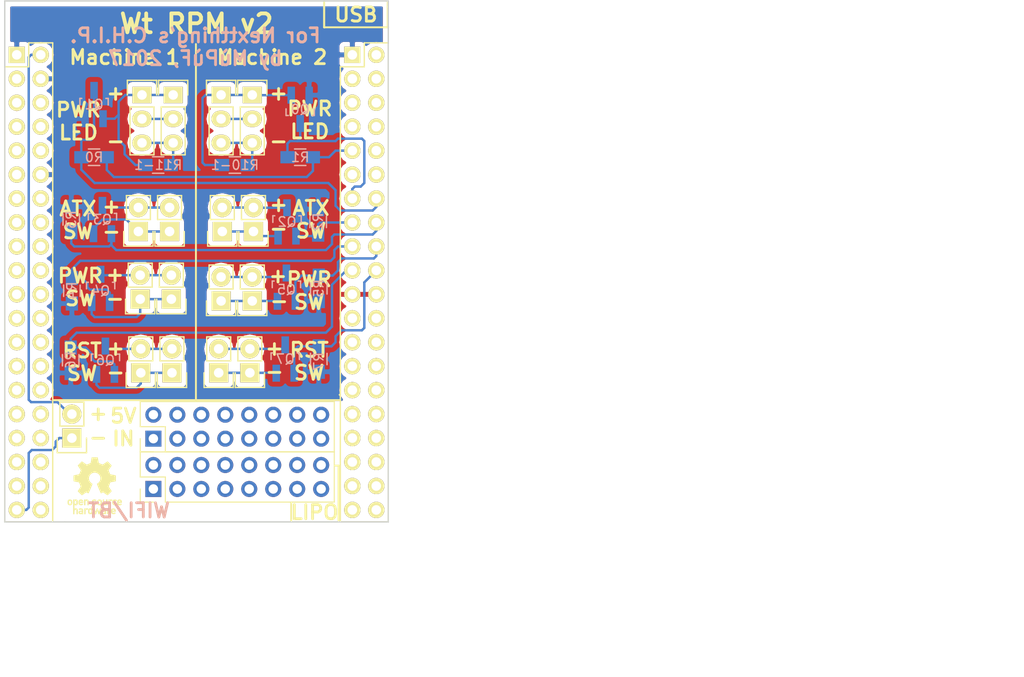
<source format=kicad_pcb>
(kicad_pcb (version 4) (host pcbnew 4.0.5)

  (general
    (links 74)
    (no_connects 5)
    (area 67.678 51.461999 178.510001 123.265001)
    (thickness 1.6)
    (drawings 68)
    (tracks 203)
    (zones 0)
    (modules 40)
    (nets 89)
  )

  (page A4)
  (title_block
    (company "This design uses a KiCad DIP template created by Jenner at Wickerbox Electronics")
    (comment 1 "Released under the CERN Open Hardware License v1.2")
  )

  (layers
    (0 F.Cu signal)
    (31 B.Cu signal)
    (34 B.Paste user)
    (35 F.Paste user)
    (36 B.SilkS user)
    (37 F.SilkS user)
    (38 B.Mask user)
    (39 F.Mask user)
    (44 Edge.Cuts user)
    (46 B.CrtYd user)
    (47 F.CrtYd user)
    (48 B.Fab user)
    (49 F.Fab user)
  )

  (setup
    (last_trace_width 0.1524)
    (user_trace_width 0.1524)
    (user_trace_width 0.254)
    (user_trace_width 0.3302)
    (user_trace_width 0.508)
    (user_trace_width 0.762)
    (user_trace_width 1.27)
    (trace_clearance 0.254)
    (zone_clearance 0.508)
    (zone_45_only no)
    (trace_min 0.1524)
    (segment_width 0.2)
    (edge_width 0.15)
    (via_size 0.6858)
    (via_drill 0.3302)
    (via_min_size 0.6858)
    (via_min_drill 0.3302)
    (user_via 0.6858 0.3302)
    (user_via 0.762 0.4064)
    (user_via 0.8636 0.508)
    (uvia_size 0.6858)
    (uvia_drill 0.3302)
    (uvias_allowed no)
    (uvia_min_size 0)
    (uvia_min_drill 0)
    (pcb_text_width 0.3)
    (pcb_text_size 1.5 1.5)
    (mod_edge_width 0.15)
    (mod_text_size 1 1)
    (mod_text_width 0.15)
    (pad_size 2.032 2.032)
    (pad_drill 1.016)
    (pad_to_mask_clearance 0.2)
    (aux_axis_origin 0 0)
    (visible_elements FFFEDF7D)
    (pcbplotparams
      (layerselection 0x010fc_80000001)
      (usegerberextensions true)
      (excludeedgelayer true)
      (linewidth 0.100000)
      (plotframeref false)
      (viasonmask false)
      (mode 1)
      (useauxorigin false)
      (hpglpennumber 1)
      (hpglpenspeed 20)
      (hpglpendiameter 15)
      (hpglpenoverlay 2)
      (psnegative false)
      (psa4output false)
      (plotreference true)
      (plotvalue true)
      (plotinvisibletext false)
      (padsonsilk false)
      (subtractmaskfromsilk false)
      (outputformat 1)
      (mirror false)
      (drillshape 0)
      (scaleselection 1)
      (outputdirectory /home/mupuf/Programmation/wt-rpm/circuits/C.H.I.P./gerber/))
  )

  (net 0 "")
  (net 1 GND)
  (net 2 +5V)
  (net 3 +3.3V)
  (net 4 VCHG)
  (net 5 /TS)
  (net 6 +1.8V)
  (net 7 VBAT)
  (net 8 /TWI1-SDA)
  (net 9 /PWRON)
  (net 10 /TWI1-SCK)
  (net 11 /X1)
  (net 12 /X2)
  (net 13 /Y1)
  (net 14 /Y2)
  (net 15 /LCD-D2)
  (net 16 /PWM0)
  (net 17 /LCD-D4)
  (net 18 /LCD-D3)
  (net 19 /LCD-D6)
  (net 20 /LCD-D5)
  (net 21 /LCD-D10)
  (net 22 /LCD-D7)
  (net 23 /LCD-D12)
  (net 24 /LCD-D11)
  (net 25 /LCD-D14)
  (net 26 /LCD-D13)
  (net 27 /LCD-D18)
  (net 28 /LCD-D15)
  (net 29 /LCD-D20)
  (net 30 /LCD-D19)
  (net 31 /LCD-D22)
  (net 32 /LCD-D21)
  (net 33 /LCD-CLK)
  (net 34 /LCD-D23)
  (net 35 /LCD-VSYNC)
  (net 36 /LCD-HSYNC)
  (net 37 /LCD-DE)
  (net 38 /UART1-TX)
  (net 39 /HPL)
  (net 40 /UART1-RX)
  (net 41 /HPCOM)
  (net 42 /FEL)
  (net 43 /HPR)
  (net 44 /MICM)
  (net 45 /LRADC)
  (net 46 /MICIN1)
  (net 47 /XIO-P0)
  (net 48 /XIO-P1)
  (net 49 /XIO-P2)
  (net 50 /XIO-P3)
  (net 51 /XIO-P4)
  (net 52 /XIO-P5)
  (net 53 /XIO-P6)
  (net 54 /XIO-P7)
  (net 55 /AP-EINT1)
  (net 56 /AP-EINT3)
  (net 57 /TWI2-SDA)
  (net 58 /TWI2-SCK)
  (net 59 /CSIPCK)
  (net 60 /CSICK)
  (net 61 /CSIHSYNC)
  (net 62 /CSIVSYNC)
  (net 63 /CSID0)
  (net 64 /CSID1)
  (net 65 /CSID2)
  (net 66 /CSID3)
  (net 67 /CSID4)
  (net 68 /CSID5)
  (net 69 /CSID6)
  (net 70 /CSID7)
  (net 71 "Net-(P0-1-Pad1)")
  (net 72 "Net-(P0-1-Pad2)")
  (net 73 "Net-(P0-1-Pad3)")
  (net 74 "Net-(P1-0-Pad1)")
  (net 75 "Net-(P1-0-Pad2)")
  (net 76 "Net-(P1-0-Pad3)")
  (net 77 "Net-(P2-0-Pad1)")
  (net 78 "Net-(P2-0-Pad2)")
  (net 79 "Net-(P3-0-Pad1)")
  (net 80 "Net-(P3-0-Pad2)")
  (net 81 "Net-(P4-0-Pad1)")
  (net 82 "Net-(P4-0-Pad2)")
  (net 83 "Net-(P5-0-Pad1)")
  (net 84 "Net-(P5-0-Pad2)")
  (net 85 "Net-(P6-0-Pad1)")
  (net 86 "Net-(P6-0-Pad2)")
  (net 87 "Net-(P7-0-Pad1)")
  (net 88 "Net-(P7-0-Pad2)")

  (net_class Default "This is the default net class."
    (clearance 0.254)
    (trace_width 0.254)
    (via_dia 0.6858)
    (via_drill 0.3302)
    (uvia_dia 0.6858)
    (uvia_drill 0.3302)
    (add_net +1.8V)
    (add_net +3.3V)
    (add_net +5V)
    (add_net /AP-EINT1)
    (add_net /AP-EINT3)
    (add_net /CSICK)
    (add_net /CSID0)
    (add_net /CSID1)
    (add_net /CSID2)
    (add_net /CSID3)
    (add_net /CSID4)
    (add_net /CSID5)
    (add_net /CSID6)
    (add_net /CSID7)
    (add_net /CSIHSYNC)
    (add_net /CSIPCK)
    (add_net /CSIVSYNC)
    (add_net /FEL)
    (add_net /HPCOM)
    (add_net /HPL)
    (add_net /HPR)
    (add_net /LCD-CLK)
    (add_net /LCD-D10)
    (add_net /LCD-D11)
    (add_net /LCD-D12)
    (add_net /LCD-D13)
    (add_net /LCD-D14)
    (add_net /LCD-D15)
    (add_net /LCD-D18)
    (add_net /LCD-D19)
    (add_net /LCD-D2)
    (add_net /LCD-D20)
    (add_net /LCD-D21)
    (add_net /LCD-D22)
    (add_net /LCD-D23)
    (add_net /LCD-D3)
    (add_net /LCD-D4)
    (add_net /LCD-D5)
    (add_net /LCD-D6)
    (add_net /LCD-D7)
    (add_net /LCD-DE)
    (add_net /LCD-HSYNC)
    (add_net /LCD-VSYNC)
    (add_net /LRADC)
    (add_net /MICIN1)
    (add_net /MICM)
    (add_net /PWM0)
    (add_net /PWRON)
    (add_net /TS)
    (add_net /TWI1-SCK)
    (add_net /TWI1-SDA)
    (add_net /TWI2-SCK)
    (add_net /TWI2-SDA)
    (add_net /UART1-RX)
    (add_net /UART1-TX)
    (add_net /X1)
    (add_net /X2)
    (add_net /XIO-P0)
    (add_net /XIO-P1)
    (add_net /XIO-P2)
    (add_net /XIO-P3)
    (add_net /XIO-P4)
    (add_net /XIO-P5)
    (add_net /XIO-P6)
    (add_net /XIO-P7)
    (add_net /Y1)
    (add_net /Y2)
    (add_net GND)
    (add_net "Net-(P0-1-Pad1)")
    (add_net "Net-(P0-1-Pad2)")
    (add_net "Net-(P0-1-Pad3)")
    (add_net "Net-(P1-0-Pad1)")
    (add_net "Net-(P1-0-Pad2)")
    (add_net "Net-(P1-0-Pad3)")
    (add_net "Net-(P2-0-Pad1)")
    (add_net "Net-(P2-0-Pad2)")
    (add_net "Net-(P3-0-Pad1)")
    (add_net "Net-(P3-0-Pad2)")
    (add_net "Net-(P4-0-Pad1)")
    (add_net "Net-(P4-0-Pad2)")
    (add_net "Net-(P5-0-Pad1)")
    (add_net "Net-(P5-0-Pad2)")
    (add_net "Net-(P6-0-Pad1)")
    (add_net "Net-(P6-0-Pad2)")
    (add_net "Net-(P7-0-Pad1)")
    (add_net "Net-(P7-0-Pad2)")
    (add_net VBAT)
    (add_net VCHG)
  )

  (module Symbols:OSHW-Logo_5.7x6mm_SilkScreen (layer F.Cu) (tedit 0) (tstamp 5897D4CE)
    (at 80.01 102.9716)
    (descr "Open Source Hardware Logo")
    (tags "Logo OSHW")
    (attr virtual)
    (fp_text reference REF*** (at 0 0) (layer F.SilkS) hide
      (effects (font (size 1 1) (thickness 0.15)))
    )
    (fp_text value OSHW-Logo_5.7x6mm_SilkScreen (at 0.75 0) (layer F.Fab) hide
      (effects (font (size 1 1) (thickness 0.15)))
    )
    (fp_poly (pts (xy -1.908759 1.469184) (xy -1.882247 1.482282) (xy -1.849553 1.505106) (xy -1.825725 1.529996)
      (xy -1.809406 1.561249) (xy -1.79924 1.603166) (xy -1.793872 1.660044) (xy -1.791944 1.736184)
      (xy -1.791831 1.768917) (xy -1.792161 1.840656) (xy -1.793527 1.891927) (xy -1.7965 1.927404)
      (xy -1.801649 1.951763) (xy -1.809543 1.96968) (xy -1.817757 1.981902) (xy -1.870187 2.033905)
      (xy -1.93193 2.065184) (xy -1.998536 2.074592) (xy -2.065558 2.06098) (xy -2.086792 2.051354)
      (xy -2.137624 2.024859) (xy -2.137624 2.440052) (xy -2.100525 2.420868) (xy -2.051643 2.406025)
      (xy -1.991561 2.402222) (xy -1.931564 2.409243) (xy -1.886256 2.425013) (xy -1.848675 2.455047)
      (xy -1.816564 2.498024) (xy -1.81415 2.502436) (xy -1.803967 2.523221) (xy -1.79653 2.54417)
      (xy -1.791411 2.569548) (xy -1.788181 2.603618) (xy -1.786413 2.650641) (xy -1.785677 2.714882)
      (xy -1.785544 2.787176) (xy -1.785544 3.017822) (xy -1.923861 3.017822) (xy -1.923861 2.592533)
      (xy -1.962549 2.559979) (xy -2.002738 2.53394) (xy -2.040797 2.529205) (xy -2.079066 2.541389)
      (xy -2.099462 2.55332) (xy -2.114642 2.570313) (xy -2.125438 2.595995) (xy -2.132683 2.633991)
      (xy -2.137208 2.687926) (xy -2.139844 2.761425) (xy -2.140772 2.810347) (xy -2.143911 3.011535)
      (xy -2.209926 3.015336) (xy -2.27594 3.019136) (xy -2.27594 1.77065) (xy -2.137624 1.77065)
      (xy -2.134097 1.840254) (xy -2.122215 1.888569) (xy -2.10002 1.918631) (xy -2.065559 1.933471)
      (xy -2.030742 1.936436) (xy -1.991329 1.933028) (xy -1.965171 1.919617) (xy -1.948814 1.901896)
      (xy -1.935937 1.882835) (xy -1.928272 1.861601) (xy -1.924861 1.831849) (xy -1.924749 1.787236)
      (xy -1.925897 1.74988) (xy -1.928532 1.693604) (xy -1.932456 1.656658) (xy -1.939063 1.633223)
      (xy -1.949749 1.61748) (xy -1.959833 1.60838) (xy -2.00197 1.588537) (xy -2.05184 1.585332)
      (xy -2.080476 1.592168) (xy -2.108828 1.616464) (xy -2.127609 1.663728) (xy -2.136712 1.733624)
      (xy -2.137624 1.77065) (xy -2.27594 1.77065) (xy -2.27594 1.458614) (xy -2.206782 1.458614)
      (xy -2.16526 1.460256) (xy -2.143838 1.466087) (xy -2.137626 1.477461) (xy -2.137624 1.477798)
      (xy -2.134742 1.488938) (xy -2.12203 1.487673) (xy -2.096757 1.475433) (xy -2.037869 1.456707)
      (xy -1.971615 1.454739) (xy -1.908759 1.469184)) (layer F.SilkS) (width 0.01))
    (fp_poly (pts (xy -1.38421 2.406555) (xy -1.325055 2.422339) (xy -1.280023 2.450948) (xy -1.248246 2.488419)
      (xy -1.238366 2.504411) (xy -1.231073 2.521163) (xy -1.225974 2.542592) (xy -1.222679 2.572616)
      (xy -1.220797 2.615154) (xy -1.219937 2.674122) (xy -1.219707 2.75344) (xy -1.219703 2.774484)
      (xy -1.219703 3.017822) (xy -1.280059 3.017822) (xy -1.318557 3.015126) (xy -1.347023 3.008295)
      (xy -1.354155 3.004083) (xy -1.373652 2.996813) (xy -1.393566 3.004083) (xy -1.426353 3.01316)
      (xy -1.473978 3.016813) (xy -1.526764 3.015228) (xy -1.575036 3.008589) (xy -1.603218 3.000072)
      (xy -1.657753 2.965063) (xy -1.691835 2.916479) (xy -1.707157 2.851882) (xy -1.707299 2.850223)
      (xy -1.705955 2.821566) (xy -1.584356 2.821566) (xy -1.573726 2.854161) (xy -1.55641 2.872505)
      (xy -1.521652 2.886379) (xy -1.475773 2.891917) (xy -1.428988 2.889191) (xy -1.391514 2.878274)
      (xy -1.381015 2.871269) (xy -1.362668 2.838904) (xy -1.35802 2.802111) (xy -1.35802 2.753763)
      (xy -1.427582 2.753763) (xy -1.493667 2.75885) (xy -1.543764 2.773263) (xy -1.574929 2.795729)
      (xy -1.584356 2.821566) (xy -1.705955 2.821566) (xy -1.703987 2.779647) (xy -1.68071 2.723845)
      (xy -1.636948 2.681647) (xy -1.630899 2.677808) (xy -1.604907 2.665309) (xy -1.572735 2.65774)
      (xy -1.52776 2.654061) (xy -1.474331 2.653216) (xy -1.35802 2.653169) (xy -1.35802 2.604411)
      (xy -1.362953 2.566581) (xy -1.375543 2.541236) (xy -1.377017 2.539887) (xy -1.405034 2.5288)
      (xy -1.447326 2.524503) (xy -1.494064 2.526615) (xy -1.535418 2.534756) (xy -1.559957 2.546965)
      (xy -1.573253 2.556746) (xy -1.587294 2.558613) (xy -1.606671 2.5506) (xy -1.635976 2.530739)
      (xy -1.679803 2.497063) (xy -1.683825 2.493909) (xy -1.681764 2.482236) (xy -1.664568 2.462822)
      (xy -1.638433 2.441248) (xy -1.609552 2.423096) (xy -1.600478 2.418809) (xy -1.56738 2.410256)
      (xy -1.51888 2.404155) (xy -1.464695 2.401708) (xy -1.462161 2.401703) (xy -1.38421 2.406555)) (layer F.SilkS) (width 0.01))
    (fp_poly (pts (xy -0.993356 2.40302) (xy -0.974539 2.40866) (xy -0.968473 2.421053) (xy -0.968218 2.426647)
      (xy -0.967129 2.44223) (xy -0.959632 2.444676) (xy -0.939381 2.433993) (xy -0.927351 2.426694)
      (xy -0.8894 2.411063) (xy -0.844072 2.403334) (xy -0.796544 2.40274) (xy -0.751995 2.408513)
      (xy -0.715602 2.419884) (xy -0.692543 2.436088) (xy -0.687996 2.456355) (xy -0.690291 2.461843)
      (xy -0.70702 2.484626) (xy -0.732963 2.512647) (xy -0.737655 2.517177) (xy -0.762383 2.538005)
      (xy -0.783718 2.544735) (xy -0.813555 2.540038) (xy -0.825508 2.536917) (xy -0.862705 2.529421)
      (xy -0.888859 2.532792) (xy -0.910946 2.544681) (xy -0.931178 2.560635) (xy -0.946079 2.5807)
      (xy -0.956434 2.608702) (xy -0.963029 2.648467) (xy -0.966649 2.703823) (xy -0.968078 2.778594)
      (xy -0.968218 2.82374) (xy -0.968218 3.017822) (xy -1.09396 3.017822) (xy -1.09396 2.401683)
      (xy -1.031089 2.401683) (xy -0.993356 2.40302)) (layer F.SilkS) (width 0.01))
    (fp_poly (pts (xy -0.201188 3.017822) (xy -0.270346 3.017822) (xy -0.310488 3.016645) (xy -0.331394 3.011772)
      (xy -0.338922 3.001186) (xy -0.339505 2.994029) (xy -0.340774 2.979676) (xy -0.348779 2.976923)
      (xy -0.369815 2.985771) (xy -0.386173 2.994029) (xy -0.448977 3.013597) (xy -0.517248 3.014729)
      (xy -0.572752 3.000135) (xy -0.624438 2.964877) (xy -0.663838 2.912835) (xy -0.685413 2.85145)
      (xy -0.685962 2.848018) (xy -0.689167 2.810571) (xy -0.690761 2.756813) (xy -0.690633 2.716155)
      (xy -0.553279 2.716155) (xy -0.550097 2.770194) (xy -0.542859 2.814735) (xy -0.53306 2.839888)
      (xy -0.495989 2.87426) (xy -0.451974 2.886582) (xy -0.406584 2.876618) (xy -0.367797 2.846895)
      (xy -0.353108 2.826905) (xy -0.344519 2.80305) (xy -0.340496 2.76823) (xy -0.339505 2.71593)
      (xy -0.341278 2.664139) (xy -0.345963 2.618634) (xy -0.352603 2.588181) (xy -0.35371 2.585452)
      (xy -0.380491 2.553) (xy -0.419579 2.535183) (xy -0.463315 2.532306) (xy -0.504038 2.544674)
      (xy -0.534087 2.572593) (xy -0.537204 2.578148) (xy -0.546961 2.612022) (xy -0.552277 2.660728)
      (xy -0.553279 2.716155) (xy -0.690633 2.716155) (xy -0.690568 2.69554) (xy -0.689664 2.662563)
      (xy -0.683514 2.580981) (xy -0.670733 2.51973) (xy -0.649471 2.474449) (xy -0.617878 2.440779)
      (xy -0.587207 2.421014) (xy -0.544354 2.40712) (xy -0.491056 2.402354) (xy -0.43648 2.406236)
      (xy -0.389792 2.418282) (xy -0.365124 2.432693) (xy -0.339505 2.455878) (xy -0.339505 2.162773)
      (xy -0.201188 2.162773) (xy -0.201188 3.017822)) (layer F.SilkS) (width 0.01))
    (fp_poly (pts (xy 0.281524 2.404237) (xy 0.331255 2.407971) (xy 0.461291 2.797773) (xy 0.481678 2.728614)
      (xy 0.493946 2.685874) (xy 0.510085 2.628115) (xy 0.527512 2.564625) (xy 0.536726 2.53057)
      (xy 0.571388 2.401683) (xy 0.714391 2.401683) (xy 0.671646 2.536857) (xy 0.650596 2.603342)
      (xy 0.625167 2.683539) (xy 0.59861 2.767193) (xy 0.574902 2.841782) (xy 0.520902 3.011535)
      (xy 0.462598 3.015328) (xy 0.404295 3.019122) (xy 0.372679 2.914734) (xy 0.353182 2.849889)
      (xy 0.331904 2.7784) (xy 0.313308 2.715263) (xy 0.312574 2.71275) (xy 0.298684 2.669969)
      (xy 0.286429 2.640779) (xy 0.277846 2.629741) (xy 0.276082 2.631018) (xy 0.269891 2.64813)
      (xy 0.258128 2.684787) (xy 0.242225 2.736378) (xy 0.223614 2.798294) (xy 0.213543 2.832352)
      (xy 0.159007 3.017822) (xy 0.043264 3.017822) (xy -0.049263 2.725471) (xy -0.075256 2.643462)
      (xy -0.098934 2.568987) (xy -0.11918 2.505544) (xy -0.134874 2.456632) (xy -0.144898 2.425749)
      (xy -0.147945 2.416726) (xy -0.145533 2.407487) (xy -0.126592 2.403441) (xy -0.087177 2.403846)
      (xy -0.081007 2.404152) (xy -0.007914 2.407971) (xy 0.039957 2.58401) (xy 0.057553 2.648211)
      (xy 0.073277 2.704649) (xy 0.085746 2.748422) (xy 0.093574 2.77463) (xy 0.09502 2.778903)
      (xy 0.101014 2.77399) (xy 0.113101 2.748532) (xy 0.129893 2.705997) (xy 0.150003 2.64985)
      (xy 0.167003 2.59913) (xy 0.231794 2.400504) (xy 0.281524 2.404237)) (layer F.SilkS) (width 0.01))
    (fp_poly (pts (xy 1.038411 2.405417) (xy 1.091411 2.41829) (xy 1.106731 2.42511) (xy 1.136428 2.442974)
      (xy 1.15922 2.463093) (xy 1.176083 2.488962) (xy 1.187998 2.524073) (xy 1.195942 2.57192)
      (xy 1.200894 2.635996) (xy 1.203831 2.719794) (xy 1.204947 2.775768) (xy 1.209052 3.017822)
      (xy 1.138932 3.017822) (xy 1.096393 3.016038) (xy 1.074476 3.009942) (xy 1.068812 2.999706)
      (xy 1.065821 2.988637) (xy 1.052451 2.990754) (xy 1.034233 2.999629) (xy 0.988624 3.013233)
      (xy 0.930007 3.016899) (xy 0.868354 3.010903) (xy 0.813638 2.995521) (xy 0.80873 2.993386)
      (xy 0.758723 2.958255) (xy 0.725756 2.909419) (xy 0.710587 2.852333) (xy 0.711746 2.831824)
      (xy 0.835508 2.831824) (xy 0.846413 2.859425) (xy 0.878745 2.879204) (xy 0.93091 2.889819)
      (xy 0.958787 2.891228) (xy 1.005247 2.88762) (xy 1.036129 2.873597) (xy 1.043664 2.866931)
      (xy 1.064076 2.830666) (xy 1.068812 2.797773) (xy 1.068812 2.753763) (xy 1.007513 2.753763)
      (xy 0.936256 2.757395) (xy 0.886276 2.768818) (xy 0.854696 2.788824) (xy 0.847626 2.797743)
      (xy 0.835508 2.831824) (xy 0.711746 2.831824) (xy 0.713971 2.792456) (xy 0.736663 2.735244)
      (xy 0.767624 2.69658) (xy 0.786376 2.679864) (xy 0.804733 2.668878) (xy 0.828619 2.66218)
      (xy 0.863957 2.658326) (xy 0.916669 2.655873) (xy 0.937577 2.655168) (xy 1.068812 2.650879)
      (xy 1.06862 2.611158) (xy 1.063537 2.569405) (xy 1.045162 2.544158) (xy 1.008039 2.52803)
      (xy 1.007043 2.527742) (xy 0.95441 2.5214) (xy 0.902906 2.529684) (xy 0.86463 2.549827)
      (xy 0.849272 2.559773) (xy 0.83273 2.558397) (xy 0.807275 2.543987) (xy 0.792328 2.533817)
      (xy 0.763091 2.512088) (xy 0.74498 2.4958) (xy 0.742074 2.491137) (xy 0.75404 2.467005)
      (xy 0.789396 2.438185) (xy 0.804753 2.428461) (xy 0.848901 2.411714) (xy 0.908398 2.402227)
      (xy 0.974487 2.400095) (xy 1.038411 2.405417)) (layer F.SilkS) (width 0.01))
    (fp_poly (pts (xy 1.635255 2.401486) (xy 1.683595 2.411015) (xy 1.711114 2.425125) (xy 1.740064 2.448568)
      (xy 1.698876 2.500571) (xy 1.673482 2.532064) (xy 1.656238 2.547428) (xy 1.639102 2.549776)
      (xy 1.614027 2.542217) (xy 1.602257 2.537941) (xy 1.55427 2.531631) (xy 1.510324 2.545156)
      (xy 1.47806 2.57571) (xy 1.472819 2.585452) (xy 1.467112 2.611258) (xy 1.462706 2.658817)
      (xy 1.459811 2.724758) (xy 1.458631 2.80571) (xy 1.458614 2.817226) (xy 1.458614 3.017822)
      (xy 1.320297 3.017822) (xy 1.320297 2.401683) (xy 1.389456 2.401683) (xy 1.429333 2.402725)
      (xy 1.450107 2.407358) (xy 1.457789 2.417849) (xy 1.458614 2.427745) (xy 1.458614 2.453806)
      (xy 1.491745 2.427745) (xy 1.529735 2.409965) (xy 1.58077 2.401174) (xy 1.635255 2.401486)) (layer F.SilkS) (width 0.01))
    (fp_poly (pts (xy 2.032581 2.40497) (xy 2.092685 2.420597) (xy 2.143021 2.452848) (xy 2.167393 2.47694)
      (xy 2.207345 2.533895) (xy 2.230242 2.599965) (xy 2.238108 2.681182) (xy 2.238148 2.687748)
      (xy 2.238218 2.753763) (xy 1.858264 2.753763) (xy 1.866363 2.788342) (xy 1.880987 2.819659)
      (xy 1.906581 2.852291) (xy 1.911935 2.8575) (xy 1.957943 2.885694) (xy 2.01041 2.890475)
      (xy 2.070803 2.871926) (xy 2.08104 2.866931) (xy 2.112439 2.851745) (xy 2.13347 2.843094)
      (xy 2.137139 2.842293) (xy 2.149948 2.850063) (xy 2.174378 2.869072) (xy 2.186779 2.87946)
      (xy 2.212476 2.903321) (xy 2.220915 2.919077) (xy 2.215058 2.933571) (xy 2.211928 2.937534)
      (xy 2.190725 2.954879) (xy 2.155738 2.975959) (xy 2.131337 2.988265) (xy 2.062072 3.009946)
      (xy 1.985388 3.016971) (xy 1.912765 3.008647) (xy 1.892426 3.002686) (xy 1.829476 2.968952)
      (xy 1.782815 2.917045) (xy 1.752173 2.846459) (xy 1.737282 2.756692) (xy 1.735647 2.709753)
      (xy 1.740421 2.641413) (xy 1.86099 2.641413) (xy 1.872652 2.646465) (xy 1.903998 2.650429)
      (xy 1.949571 2.652768) (xy 1.980446 2.653169) (xy 2.035981 2.652783) (xy 2.071033 2.650975)
      (xy 2.090262 2.646773) (xy 2.09833 2.639203) (xy 2.099901 2.628218) (xy 2.089121 2.594381)
      (xy 2.06198 2.56094) (xy 2.026277 2.535272) (xy 1.99056 2.524772) (xy 1.942048 2.534086)
      (xy 1.900053 2.561013) (xy 1.870936 2.599827) (xy 1.86099 2.641413) (xy 1.740421 2.641413)
      (xy 1.742599 2.610236) (xy 1.764055 2.530949) (xy 1.80047 2.471263) (xy 1.852297 2.430549)
      (xy 1.91999 2.408179) (xy 1.956662 2.403871) (xy 2.032581 2.40497)) (layer F.SilkS) (width 0.01))
    (fp_poly (pts (xy -2.538261 1.465148) (xy -2.472479 1.494231) (xy -2.42254 1.542793) (xy -2.388374 1.610908)
      (xy -2.369907 1.698651) (xy -2.368583 1.712351) (xy -2.367546 1.808939) (xy -2.380993 1.893602)
      (xy -2.408108 1.962221) (xy -2.422627 1.984294) (xy -2.473201 2.031011) (xy -2.537609 2.061268)
      (xy -2.609666 2.073824) (xy -2.683185 2.067439) (xy -2.739072 2.047772) (xy -2.787132 2.014629)
      (xy -2.826412 1.971175) (xy -2.827092 1.970158) (xy -2.843044 1.943338) (xy -2.85341 1.916368)
      (xy -2.859688 1.882332) (xy -2.863373 1.83431) (xy -2.864997 1.794931) (xy -2.865672 1.759219)
      (xy -2.739955 1.759219) (xy -2.738726 1.79477) (xy -2.734266 1.842094) (xy -2.726397 1.872465)
      (xy -2.712207 1.894072) (xy -2.698917 1.906694) (xy -2.651802 1.933122) (xy -2.602505 1.936653)
      (xy -2.556593 1.917639) (xy -2.533638 1.896331) (xy -2.517096 1.874859) (xy -2.507421 1.854313)
      (xy -2.503174 1.827574) (xy -2.50292 1.787523) (xy -2.504228 1.750638) (xy -2.507043 1.697947)
      (xy -2.511505 1.663772) (xy -2.519548 1.64148) (xy -2.533103 1.624442) (xy -2.543845 1.614703)
      (xy -2.588777 1.589123) (xy -2.637249 1.587847) (xy -2.677894 1.602999) (xy -2.712567 1.634642)
      (xy -2.733224 1.68662) (xy -2.739955 1.759219) (xy -2.865672 1.759219) (xy -2.866479 1.716621)
      (xy -2.863948 1.658056) (xy -2.856362 1.614007) (xy -2.842681 1.579248) (xy -2.821865 1.548551)
      (xy -2.814147 1.539436) (xy -2.765889 1.494021) (xy -2.714128 1.467493) (xy -2.650828 1.456379)
      (xy -2.619961 1.455471) (xy -2.538261 1.465148)) (layer F.SilkS) (width 0.01))
    (fp_poly (pts (xy -1.356699 1.472614) (xy -1.344168 1.478514) (xy -1.300799 1.510283) (xy -1.25979 1.556646)
      (xy -1.229168 1.607696) (xy -1.220459 1.631166) (xy -1.212512 1.673091) (xy -1.207774 1.723757)
      (xy -1.207199 1.744679) (xy -1.207129 1.810693) (xy -1.587083 1.810693) (xy -1.578983 1.845273)
      (xy -1.559104 1.88617) (xy -1.524347 1.921514) (xy -1.482998 1.944282) (xy -1.456649 1.94901)
      (xy -1.420916 1.943273) (xy -1.378282 1.928882) (xy -1.363799 1.922262) (xy -1.31024 1.895513)
      (xy -1.264533 1.930376) (xy -1.238158 1.953955) (xy -1.224124 1.973417) (xy -1.223414 1.979129)
      (xy -1.235951 1.992973) (xy -1.263428 2.014012) (xy -1.288366 2.030425) (xy -1.355664 2.05993)
      (xy -1.43111 2.073284) (xy -1.505888 2.069812) (xy -1.565495 2.051663) (xy -1.626941 2.012784)
      (xy -1.670608 1.961595) (xy -1.697926 1.895367) (xy -1.710322 1.811371) (xy -1.711421 1.772936)
      (xy -1.707022 1.684861) (xy -1.706482 1.682299) (xy -1.580582 1.682299) (xy -1.577115 1.690558)
      (xy -1.562863 1.695113) (xy -1.53347 1.697065) (xy -1.484575 1.697517) (xy -1.465748 1.697525)
      (xy -1.408467 1.696843) (xy -1.372141 1.694364) (xy -1.352604 1.689443) (xy -1.34569 1.681434)
      (xy -1.345445 1.678862) (xy -1.353336 1.658423) (xy -1.373085 1.629789) (xy -1.381575 1.619763)
      (xy -1.413094 1.591408) (xy -1.445949 1.580259) (xy -1.463651 1.579327) (xy -1.511539 1.590981)
      (xy -1.551699 1.622285) (xy -1.577173 1.667752) (xy -1.577625 1.669233) (xy -1.580582 1.682299)
      (xy -1.706482 1.682299) (xy -1.692392 1.61551) (xy -1.666038 1.560025) (xy -1.633807 1.520639)
      (xy -1.574217 1.477931) (xy -1.504168 1.455109) (xy -1.429661 1.453046) (xy -1.356699 1.472614)) (layer F.SilkS) (width 0.01))
    (fp_poly (pts (xy 0.014017 1.456452) (xy 0.061634 1.465482) (xy 0.111034 1.48437) (xy 0.116312 1.486777)
      (xy 0.153774 1.506476) (xy 0.179717 1.524781) (xy 0.188103 1.536508) (xy 0.180117 1.555632)
      (xy 0.16072 1.58385) (xy 0.15211 1.594384) (xy 0.116628 1.635847) (xy 0.070885 1.608858)
      (xy 0.02735 1.590878) (xy -0.02295 1.581267) (xy -0.071188 1.58066) (xy -0.108533 1.589691)
      (xy -0.117495 1.595327) (xy -0.134563 1.621171) (xy -0.136637 1.650941) (xy -0.123866 1.674197)
      (xy -0.116312 1.678708) (xy -0.093675 1.684309) (xy -0.053885 1.690892) (xy -0.004834 1.697183)
      (xy 0.004215 1.69817) (xy 0.082996 1.711798) (xy 0.140136 1.734946) (xy 0.17803 1.769752)
      (xy 0.199079 1.818354) (xy 0.205635 1.877718) (xy 0.196577 1.945198) (xy 0.167164 1.998188)
      (xy 0.117278 2.036783) (xy 0.0468 2.061081) (xy -0.031435 2.070667) (xy -0.095234 2.070552)
      (xy -0.146984 2.061845) (xy -0.182327 2.049825) (xy -0.226983 2.02888) (xy -0.268253 2.004574)
      (xy -0.282921 1.993876) (xy -0.320643 1.963084) (xy -0.275148 1.917049) (xy -0.229653 1.871013)
      (xy -0.177928 1.905243) (xy -0.126048 1.930952) (xy -0.070649 1.944399) (xy -0.017395 1.945818)
      (xy 0.028049 1.935443) (xy 0.060016 1.913507) (xy 0.070338 1.894998) (xy 0.068789 1.865314)
      (xy 0.04314 1.842615) (xy -0.00654 1.82694) (xy -0.060969 1.819695) (xy -0.144736 1.805873)
      (xy -0.206967 1.779796) (xy -0.248493 1.740699) (xy -0.270147 1.68782) (xy -0.273147 1.625126)
      (xy -0.258329 1.559642) (xy -0.224546 1.510144) (xy -0.171495 1.476408) (xy -0.098874 1.458207)
      (xy -0.045072 1.454639) (xy 0.014017 1.456452)) (layer F.SilkS) (width 0.01))
    (fp_poly (pts (xy 0.610762 1.466055) (xy 0.674363 1.500692) (xy 0.724123 1.555372) (xy 0.747568 1.599842)
      (xy 0.757634 1.639121) (xy 0.764156 1.695116) (xy 0.766951 1.759621) (xy 0.765836 1.824429)
      (xy 0.760626 1.881334) (xy 0.754541 1.911727) (xy 0.734014 1.953306) (xy 0.698463 1.997468)
      (xy 0.655619 2.036087) (xy 0.613211 2.061034) (xy 0.612177 2.06143) (xy 0.559553 2.072331)
      (xy 0.497188 2.072601) (xy 0.437924 2.062676) (xy 0.41504 2.054722) (xy 0.356102 2.0213)
      (xy 0.31389 1.977511) (xy 0.286156 1.919538) (xy 0.270651 1.843565) (xy 0.267143 1.803771)
      (xy 0.26759 1.753766) (xy 0.402376 1.753766) (xy 0.406917 1.826732) (xy 0.419986 1.882334)
      (xy 0.440756 1.917861) (xy 0.455552 1.92802) (xy 0.493464 1.935104) (xy 0.538527 1.933007)
      (xy 0.577487 1.922812) (xy 0.587704 1.917204) (xy 0.614659 1.884538) (xy 0.632451 1.834545)
      (xy 0.640024 1.773705) (xy 0.636325 1.708497) (xy 0.628057 1.669253) (xy 0.60432 1.623805)
      (xy 0.566849 1.595396) (xy 0.52172 1.585573) (xy 0.475011 1.595887) (xy 0.439132 1.621112)
      (xy 0.420277 1.641925) (xy 0.409272 1.662439) (xy 0.404026 1.690203) (xy 0.402449 1.732762)
      (xy 0.402376 1.753766) (xy 0.26759 1.753766) (xy 0.268094 1.69758) (xy 0.285388 1.610501)
      (xy 0.319029 1.54253) (xy 0.369018 1.493664) (xy 0.435356 1.463899) (xy 0.449601 1.460448)
      (xy 0.53521 1.452345) (xy 0.610762 1.466055)) (layer F.SilkS) (width 0.01))
    (fp_poly (pts (xy 0.993367 1.654342) (xy 0.994555 1.746563) (xy 0.998897 1.81661) (xy 1.007558 1.867381)
      (xy 1.021704 1.901772) (xy 1.0425 1.922679) (xy 1.07111 1.933) (xy 1.106535 1.935636)
      (xy 1.143636 1.932682) (xy 1.171818 1.921889) (xy 1.192243 1.90036) (xy 1.206079 1.865199)
      (xy 1.214491 1.81351) (xy 1.218643 1.742394) (xy 1.219703 1.654342) (xy 1.219703 1.458614)
      (xy 1.35802 1.458614) (xy 1.35802 2.062179) (xy 1.288862 2.062179) (xy 1.24717 2.060489)
      (xy 1.225701 2.054556) (xy 1.219703 2.043293) (xy 1.216091 2.033261) (xy 1.201714 2.035383)
      (xy 1.172736 2.04958) (xy 1.106319 2.07148) (xy 1.035875 2.069928) (xy 0.968377 2.046147)
      (xy 0.936233 2.027362) (xy 0.911715 2.007022) (xy 0.893804 1.981573) (xy 0.881479 1.947458)
      (xy 0.873723 1.901121) (xy 0.869516 1.839007) (xy 0.86784 1.757561) (xy 0.867624 1.694578)
      (xy 0.867624 1.458614) (xy 0.993367 1.458614) (xy 0.993367 1.654342)) (layer F.SilkS) (width 0.01))
    (fp_poly (pts (xy 2.217226 1.46388) (xy 2.29008 1.49483) (xy 2.313027 1.509895) (xy 2.342354 1.533048)
      (xy 2.360764 1.551253) (xy 2.363961 1.557183) (xy 2.354935 1.57034) (xy 2.331837 1.592667)
      (xy 2.313344 1.60825) (xy 2.262728 1.648926) (xy 2.22276 1.615295) (xy 2.191874 1.593584)
      (xy 2.161759 1.58609) (xy 2.127292 1.58792) (xy 2.072561 1.601528) (xy 2.034886 1.629772)
      (xy 2.011991 1.675433) (xy 2.001597 1.741289) (xy 2.001595 1.741331) (xy 2.002494 1.814939)
      (xy 2.016463 1.868946) (xy 2.044328 1.905716) (xy 2.063325 1.918168) (xy 2.113776 1.933673)
      (xy 2.167663 1.933683) (xy 2.214546 1.918638) (xy 2.225644 1.911287) (xy 2.253476 1.892511)
      (xy 2.275236 1.889434) (xy 2.298704 1.903409) (xy 2.324649 1.92851) (xy 2.365716 1.97088)
      (xy 2.320121 2.008464) (xy 2.249674 2.050882) (xy 2.170233 2.071785) (xy 2.087215 2.070272)
      (xy 2.032694 2.056411) (xy 1.96897 2.022135) (xy 1.918005 1.968212) (xy 1.894851 1.930149)
      (xy 1.876099 1.875536) (xy 1.866715 1.806369) (xy 1.866643 1.731407) (xy 1.875824 1.659409)
      (xy 1.894199 1.599137) (xy 1.897093 1.592958) (xy 1.939952 1.532351) (xy 1.997979 1.488224)
      (xy 2.066591 1.461493) (xy 2.141201 1.453073) (xy 2.217226 1.46388)) (layer F.SilkS) (width 0.01))
    (fp_poly (pts (xy 2.677898 1.456457) (xy 2.710096 1.464279) (xy 2.771825 1.492921) (xy 2.82461 1.536667)
      (xy 2.861141 1.589117) (xy 2.86616 1.600893) (xy 2.873045 1.63174) (xy 2.877864 1.677371)
      (xy 2.879505 1.723492) (xy 2.879505 1.810693) (xy 2.697178 1.810693) (xy 2.621979 1.810978)
      (xy 2.569003 1.812704) (xy 2.535325 1.817181) (xy 2.51802 1.82572) (xy 2.514163 1.83963)
      (xy 2.520829 1.860222) (xy 2.53277 1.884315) (xy 2.56608 1.924525) (xy 2.612368 1.944558)
      (xy 2.668944 1.943905) (xy 2.733031 1.922101) (xy 2.788417 1.895193) (xy 2.834375 1.931532)
      (xy 2.880333 1.967872) (xy 2.837096 2.007819) (xy 2.779374 2.045563) (xy 2.708386 2.06832)
      (xy 2.632029 2.074688) (xy 2.558199 2.063268) (xy 2.546287 2.059393) (xy 2.481399 2.025506)
      (xy 2.43313 1.974986) (xy 2.400465 1.906325) (xy 2.382385 1.818014) (xy 2.382175 1.816121)
      (xy 2.380556 1.719878) (xy 2.3871 1.685542) (xy 2.514852 1.685542) (xy 2.526584 1.690822)
      (xy 2.558438 1.694867) (xy 2.605397 1.697176) (xy 2.635154 1.697525) (xy 2.690648 1.697306)
      (xy 2.725346 1.695916) (xy 2.743601 1.692251) (xy 2.749766 1.68521) (xy 2.748195 1.67369)
      (xy 2.746878 1.669233) (xy 2.724382 1.627355) (xy 2.689003 1.593604) (xy 2.65778 1.578773)
      (xy 2.616301 1.579668) (xy 2.574269 1.598164) (xy 2.539012 1.628786) (xy 2.517854 1.666062)
      (xy 2.514852 1.685542) (xy 2.3871 1.685542) (xy 2.39669 1.635229) (xy 2.428698 1.564191)
      (xy 2.474701 1.508779) (xy 2.532821 1.471009) (xy 2.60118 1.452896) (xy 2.677898 1.456457)) (layer F.SilkS) (width 0.01))
    (fp_poly (pts (xy -0.754012 1.469002) (xy -0.722717 1.48395) (xy -0.692409 1.505541) (xy -0.669318 1.530391)
      (xy -0.6525 1.562087) (xy -0.641006 1.604214) (xy -0.633891 1.660358) (xy -0.630207 1.734106)
      (xy -0.629008 1.829044) (xy -0.628989 1.838985) (xy -0.628713 2.062179) (xy -0.76703 2.062179)
      (xy -0.76703 1.856418) (xy -0.767128 1.780189) (xy -0.767809 1.724939) (xy -0.769651 1.686501)
      (xy -0.773233 1.660706) (xy -0.779132 1.643384) (xy -0.787927 1.630368) (xy -0.80018 1.617507)
      (xy -0.843047 1.589873) (xy -0.889843 1.584745) (xy -0.934424 1.602217) (xy -0.949928 1.615221)
      (xy -0.96131 1.627447) (xy -0.969481 1.64054) (xy -0.974974 1.658615) (xy -0.97832 1.685787)
      (xy -0.980051 1.72617) (xy -0.980697 1.783879) (xy -0.980792 1.854132) (xy -0.980792 2.062179)
      (xy -1.119109 2.062179) (xy -1.119109 1.458614) (xy -1.04995 1.458614) (xy -1.008428 1.460256)
      (xy -0.987006 1.466087) (xy -0.980795 1.477461) (xy -0.980792 1.477798) (xy -0.97791 1.488938)
      (xy -0.965199 1.487674) (xy -0.939926 1.475434) (xy -0.882605 1.457424) (xy -0.817037 1.455421)
      (xy -0.754012 1.469002)) (layer F.SilkS) (width 0.01))
    (fp_poly (pts (xy 1.79946 1.45803) (xy 1.842711 1.471245) (xy 1.870558 1.487941) (xy 1.879629 1.501145)
      (xy 1.877132 1.516797) (xy 1.860931 1.541385) (xy 1.847232 1.5588) (xy 1.818992 1.590283)
      (xy 1.797775 1.603529) (xy 1.779688 1.602664) (xy 1.726035 1.58901) (xy 1.68663 1.58963)
      (xy 1.654632 1.605104) (xy 1.64389 1.614161) (xy 1.609505 1.646027) (xy 1.609505 2.062179)
      (xy 1.471188 2.062179) (xy 1.471188 1.458614) (xy 1.540347 1.458614) (xy 1.581869 1.460256)
      (xy 1.603291 1.466087) (xy 1.609502 1.477461) (xy 1.609505 1.477798) (xy 1.612439 1.489713)
      (xy 1.625704 1.488159) (xy 1.644084 1.479563) (xy 1.682046 1.463568) (xy 1.712872 1.453945)
      (xy 1.752536 1.451478) (xy 1.79946 1.45803)) (layer F.SilkS) (width 0.01))
    (fp_poly (pts (xy 0.376964 -2.709982) (xy 0.433812 -2.40843) (xy 0.853338 -2.235488) (xy 1.104984 -2.406605)
      (xy 1.175458 -2.45425) (xy 1.239163 -2.49679) (xy 1.293126 -2.532285) (xy 1.334373 -2.55879)
      (xy 1.359934 -2.574364) (xy 1.366895 -2.577722) (xy 1.379435 -2.569086) (xy 1.406231 -2.545208)
      (xy 1.44428 -2.509141) (xy 1.490579 -2.463933) (xy 1.542123 -2.412636) (xy 1.595909 -2.358299)
      (xy 1.648935 -2.303972) (xy 1.698195 -2.252705) (xy 1.740687 -2.207549) (xy 1.773407 -2.171554)
      (xy 1.793351 -2.14777) (xy 1.798119 -2.13981) (xy 1.791257 -2.125135) (xy 1.77202 -2.092986)
      (xy 1.74243 -2.046508) (xy 1.70451 -1.988844) (xy 1.660282 -1.92314) (xy 1.634654 -1.885664)
      (xy 1.587941 -1.817232) (xy 1.546432 -1.75548) (xy 1.51214 -1.703481) (xy 1.48708 -1.664308)
      (xy 1.473264 -1.641035) (xy 1.471188 -1.636145) (xy 1.475895 -1.622245) (xy 1.488723 -1.58985)
      (xy 1.507738 -1.543515) (xy 1.531003 -1.487794) (xy 1.556584 -1.427242) (xy 1.582545 -1.366414)
      (xy 1.60695 -1.309864) (xy 1.627863 -1.262148) (xy 1.643349 -1.227819) (xy 1.651472 -1.211432)
      (xy 1.651952 -1.210788) (xy 1.664707 -1.207659) (xy 1.698677 -1.200679) (xy 1.75034 -1.190533)
      (xy 1.816176 -1.177908) (xy 1.892664 -1.163491) (xy 1.93729 -1.155177) (xy 2.019021 -1.139616)
      (xy 2.092843 -1.124808) (xy 2.155021 -1.111564) (xy 2.201822 -1.100695) (xy 2.229509 -1.093011)
      (xy 2.235074 -1.090573) (xy 2.240526 -1.07407) (xy 2.244924 -1.0368) (xy 2.248272 -0.98312)
      (xy 2.250574 -0.917388) (xy 2.251832 -0.843963) (xy 2.252048 -0.767204) (xy 2.251227 -0.691468)
      (xy 2.249371 -0.621114) (xy 2.246482 -0.5605) (xy 2.242565 -0.513984) (xy 2.237622 -0.485925)
      (xy 2.234657 -0.480084) (xy 2.216934 -0.473083) (xy 2.179381 -0.463073) (xy 2.126964 -0.451231)
      (xy 2.064652 -0.438733) (xy 2.0429 -0.43469) (xy 1.938024 -0.41548) (xy 1.85518 -0.400009)
      (xy 1.79163 -0.387663) (xy 1.744637 -0.377827) (xy 1.711463 -0.369886) (xy 1.689371 -0.363224)
      (xy 1.675624 -0.357227) (xy 1.667484 -0.351281) (xy 1.666345 -0.350106) (xy 1.654977 -0.331174)
      (xy 1.637635 -0.294331) (xy 1.61605 -0.244087) (xy 1.591954 -0.184954) (xy 1.567079 -0.121444)
      (xy 1.543157 -0.058068) (xy 1.521919 0.000662) (xy 1.505097 0.050235) (xy 1.494422 0.086139)
      (xy 1.491627 0.103862) (xy 1.49186 0.104483) (xy 1.501331 0.11897) (xy 1.522818 0.150844)
      (xy 1.554063 0.196789) (xy 1.592807 0.253485) (xy 1.636793 0.317617) (xy 1.649319 0.335842)
      (xy 1.693984 0.401914) (xy 1.733288 0.4622) (xy 1.765088 0.513235) (xy 1.787245 0.55156)
      (xy 1.797617 0.573711) (xy 1.798119 0.576432) (xy 1.789405 0.590736) (xy 1.765325 0.619072)
      (xy 1.728976 0.658396) (xy 1.683453 0.705661) (xy 1.631852 0.757823) (xy 1.577267 0.811835)
      (xy 1.522794 0.864653) (xy 1.471529 0.913231) (xy 1.426567 0.954523) (xy 1.391004 0.985485)
      (xy 1.367935 1.00307) (xy 1.361554 1.005941) (xy 1.346699 0.999178) (xy 1.316286 0.980939)
      (xy 1.275268 0.954297) (xy 1.243709 0.932852) (xy 1.186525 0.893503) (xy 1.118806 0.847171)
      (xy 1.05088 0.800913) (xy 1.014361 0.776155) (xy 0.890752 0.692547) (xy 0.786991 0.74865)
      (xy 0.73972 0.773228) (xy 0.699523 0.792331) (xy 0.672326 0.803227) (xy 0.665402 0.804743)
      (xy 0.657077 0.793549) (xy 0.640654 0.761917) (xy 0.617357 0.712765) (xy 0.588414 0.64901)
      (xy 0.55505 0.573571) (xy 0.518491 0.489364) (xy 0.479964 0.399308) (xy 0.440694 0.306321)
      (xy 0.401908 0.21332) (xy 0.36483 0.123223) (xy 0.330689 0.038948) (xy 0.300708 -0.036587)
      (xy 0.276116 -0.100466) (xy 0.258136 -0.149769) (xy 0.247997 -0.181579) (xy 0.246366 -0.192504)
      (xy 0.259291 -0.206439) (xy 0.287589 -0.22906) (xy 0.325346 -0.255667) (xy 0.328515 -0.257772)
      (xy 0.4261 -0.335886) (xy 0.504786 -0.427018) (xy 0.563891 -0.528255) (xy 0.602732 -0.636682)
      (xy 0.620628 -0.749386) (xy 0.616897 -0.863452) (xy 0.590857 -0.975966) (xy 0.541825 -1.084015)
      (xy 0.5274 -1.107655) (xy 0.452369 -1.203113) (xy 0.36373 -1.279768) (xy 0.264549 -1.33722)
      (xy 0.157895 -1.375071) (xy 0.046836 -1.392922) (xy -0.065561 -1.390375) (xy -0.176227 -1.36703)
      (xy -0.282094 -1.32249) (xy -0.380095 -1.256355) (xy -0.41041 -1.229513) (xy -0.487562 -1.145488)
      (xy -0.543782 -1.057034) (xy -0.582347 -0.957885) (xy -0.603826 -0.859697) (xy -0.609128 -0.749303)
      (xy -0.591448 -0.63836) (xy -0.552581 -0.530619) (xy -0.494323 -0.429831) (xy -0.418469 -0.339744)
      (xy -0.326817 -0.264108) (xy -0.314772 -0.256136) (xy -0.276611 -0.230026) (xy -0.247601 -0.207405)
      (xy -0.233732 -0.192961) (xy -0.233531 -0.192504) (xy -0.236508 -0.176879) (xy -0.248311 -0.141418)
      (xy -0.267714 -0.089038) (xy -0.293488 -0.022655) (xy -0.324409 0.054814) (xy -0.359249 0.14045)
      (xy -0.396783 0.231337) (xy -0.435783 0.324559) (xy -0.475023 0.417197) (xy -0.513276 0.506335)
      (xy -0.549317 0.589055) (xy -0.581917 0.662441) (xy -0.609852 0.723575) (xy -0.631895 0.769541)
      (xy -0.646818 0.797421) (xy -0.652828 0.804743) (xy -0.671191 0.799041) (xy -0.705552 0.783749)
      (xy -0.749984 0.761599) (xy -0.774417 0.74865) (xy -0.878178 0.692547) (xy -1.001787 0.776155)
      (xy -1.064886 0.818987) (xy -1.13397 0.866122) (xy -1.198707 0.910503) (xy -1.231134 0.932852)
      (xy -1.276741 0.963477) (xy -1.31536 0.987747) (xy -1.341952 1.002587) (xy -1.35059 1.005724)
      (xy -1.363161 0.997261) (xy -1.390984 0.973636) (xy -1.431361 0.937302) (xy -1.481595 0.890711)
      (xy -1.538988 0.836317) (xy -1.575286 0.801392) (xy -1.63879 0.738996) (xy -1.693673 0.683188)
      (xy -1.737714 0.636354) (xy -1.768695 0.600882) (xy -1.784398 0.579161) (xy -1.785905 0.574752)
      (xy -1.778914 0.557985) (xy -1.759594 0.524082) (xy -1.730091 0.476476) (xy -1.692545 0.418599)
      (xy -1.6491 0.353884) (xy -1.636745 0.335842) (xy -1.591727 0.270267) (xy -1.55134 0.211228)
      (xy -1.51784 0.162042) (xy -1.493486 0.126028) (xy -1.480536 0.106502) (xy -1.479285 0.104483)
      (xy -1.481156 0.088922) (xy -1.491087 0.054709) (xy -1.507347 0.006355) (xy -1.528205 -0.051629)
      (xy -1.551927 -0.11473) (xy -1.576784 -0.178437) (xy -1.601042 -0.238239) (xy -1.622971 -0.289624)
      (xy -1.640838 -0.328081) (xy -1.652913 -0.349098) (xy -1.653771 -0.350106) (xy -1.661154 -0.356112)
      (xy -1.673625 -0.362052) (xy -1.69392 -0.36854) (xy -1.724778 -0.376191) (xy -1.768934 -0.38562)
      (xy -1.829126 -0.397441) (xy -1.908093 -0.412271) (xy -2.00857 -0.430723) (xy -2.030325 -0.43469)
      (xy -2.094802 -0.447147) (xy -2.151011 -0.459334) (xy -2.193987 -0.470074) (xy -2.21876 -0.478191)
      (xy -2.222082 -0.480084) (xy -2.227556 -0.496862) (xy -2.232006 -0.534355) (xy -2.235428 -0.588206)
      (xy -2.237819 -0.654056) (xy -2.239177 -0.727547) (xy -2.239499 -0.80432) (xy -2.238781 -0.880017)
      (xy -2.237021 -0.95028) (xy -2.234216 -1.01075) (xy -2.230362 -1.05707) (xy -2.225457 -1.084881)
      (xy -2.2225 -1.090573) (xy -2.206037 -1.096314) (xy -2.168551 -1.105655) (xy -2.113775 -1.117785)
      (xy -2.045445 -1.131893) (xy -1.967294 -1.14717) (xy -1.924716 -1.155177) (xy -1.843929 -1.170279)
      (xy -1.771887 -1.18396) (xy -1.712111 -1.195533) (xy -1.668121 -1.204313) (xy -1.643439 -1.209613)
      (xy -1.639377 -1.210788) (xy -1.632511 -1.224035) (xy -1.617998 -1.255943) (xy -1.597771 -1.301953)
      (xy -1.573766 -1.357508) (xy -1.547918 -1.418047) (xy -1.52216 -1.479014) (xy -1.498427 -1.535849)
      (xy -1.478654 -1.583994) (xy -1.464776 -1.61889) (xy -1.458726 -1.635979) (xy -1.458614 -1.636726)
      (xy -1.465472 -1.650207) (xy -1.484698 -1.68123) (xy -1.514272 -1.726711) (xy -1.552173 -1.783568)
      (xy -1.59638 -1.848717) (xy -1.622079 -1.886138) (xy -1.668907 -1.954753) (xy -1.710499 -2.017048)
      (xy -1.744825 -2.069871) (xy -1.769857 -2.110073) (xy -1.783565 -2.1345) (xy -1.785544 -2.139976)
      (xy -1.777034 -2.152722) (xy -1.753507 -2.179937) (xy -1.717968 -2.218572) (xy -1.673423 -2.265577)
      (xy -1.622877 -2.317905) (xy -1.569336 -2.372505) (xy -1.515805 -2.42633) (xy -1.465289 -2.47633)
      (xy -1.420794 -2.519457) (xy -1.385325 -2.552661) (xy -1.361887 -2.572894) (xy -1.354046 -2.577722)
      (xy -1.34128 -2.570933) (xy -1.310744 -2.551858) (xy -1.26541 -2.522439) (xy -1.208244 -2.484619)
      (xy -1.142216 -2.440339) (xy -1.09241 -2.406605) (xy -0.840764 -2.235488) (xy -0.631001 -2.321959)
      (xy -0.421237 -2.40843) (xy -0.364389 -2.709982) (xy -0.30754 -3.011534) (xy 0.320115 -3.011534)
      (xy 0.376964 -2.709982)) (layer F.SilkS) (width 0.01))
  )

  (module Pin_Headers:Pin_Header_Straight_2x08_Pitch2.54mm (layer F.Cu) (tedit 58979BFB) (tstamp 589DA44A)
    (at 86.233 97.9805 90)
    (descr "Through hole straight pin header, 2x08, 2.54mm pitch, double rows")
    (tags "Through hole pin header THT 2x08 2.54mm double row")
    (fp_text reference SCRATCH0 (at -4.572 2.159 90) (layer F.SilkS) hide
      (effects (font (size 1 1) (thickness 0.15)))
    )
    (fp_text value Pin_Header_Straight_2x08_Pitch2.54mm (at 1.27 20.17 90) (layer F.Fab)
      (effects (font (size 1 1) (thickness 0.15)))
    )
    (fp_line (start -1.27 -1.27) (end -1.27 19.05) (layer F.Fab) (width 0.1))
    (fp_line (start -1.27 19.05) (end 3.81 19.05) (layer F.Fab) (width 0.1))
    (fp_line (start 3.81 19.05) (end 3.81 -1.27) (layer F.Fab) (width 0.1))
    (fp_line (start 3.81 -1.27) (end -1.27 -1.27) (layer F.Fab) (width 0.1))
    (fp_line (start -1.39 1.27) (end -1.39 19.17) (layer F.SilkS) (width 0.12))
    (fp_line (start -1.39 19.17) (end 3.93 19.17) (layer F.SilkS) (width 0.12))
    (fp_line (start 3.93 19.17) (end 3.93 -1.39) (layer F.SilkS) (width 0.12))
    (fp_line (start 3.93 -1.39) (end 1.27 -1.39) (layer F.SilkS) (width 0.12))
    (fp_line (start 1.27 -1.39) (end 1.27 1.27) (layer F.SilkS) (width 0.12))
    (fp_line (start 1.27 1.27) (end -1.39 1.27) (layer F.SilkS) (width 0.12))
    (fp_line (start -1.39 0) (end -1.39 -1.39) (layer F.SilkS) (width 0.12))
    (fp_line (start -1.39 -1.39) (end 0 -1.39) (layer F.SilkS) (width 0.12))
    (fp_line (start -1.6 -1.6) (end -1.6 19.3) (layer F.CrtYd) (width 0.05))
    (fp_line (start -1.6 19.3) (end 4.1 19.3) (layer F.CrtYd) (width 0.05))
    (fp_line (start 4.1 19.3) (end 4.1 -1.6) (layer F.CrtYd) (width 0.05))
    (fp_line (start 4.1 -1.6) (end -1.6 -1.6) (layer F.CrtYd) (width 0.05))
    (pad 1 thru_hole rect (at 0 0 90) (size 1.7 1.7) (drill 1) (layers *.Cu *.Mask))
    (pad 2 thru_hole oval (at 2.54 0 90) (size 1.7 1.7) (drill 1) (layers *.Cu *.Mask))
    (pad 3 thru_hole oval (at 0 2.54 90) (size 1.7 1.7) (drill 1) (layers *.Cu *.Mask))
    (pad 4 thru_hole oval (at 2.54 2.54 90) (size 1.7 1.7) (drill 1) (layers *.Cu *.Mask))
    (pad 5 thru_hole oval (at 0 5.08 90) (size 1.7 1.7) (drill 1) (layers *.Cu *.Mask))
    (pad 6 thru_hole oval (at 2.54 5.08 90) (size 1.7 1.7) (drill 1) (layers *.Cu *.Mask))
    (pad 7 thru_hole oval (at 0 7.62 90) (size 1.7 1.7) (drill 1) (layers *.Cu *.Mask))
    (pad 8 thru_hole oval (at 2.54 7.62 90) (size 1.7 1.7) (drill 1) (layers *.Cu *.Mask))
    (pad 9 thru_hole oval (at 0 10.16 90) (size 1.7 1.7) (drill 1) (layers *.Cu *.Mask))
    (pad 10 thru_hole oval (at 2.54 10.16 90) (size 1.7 1.7) (drill 1) (layers *.Cu *.Mask))
    (pad 11 thru_hole oval (at 0 12.7 90) (size 1.7 1.7) (drill 1) (layers *.Cu *.Mask))
    (pad 12 thru_hole oval (at 2.54 12.7 90) (size 1.7 1.7) (drill 1) (layers *.Cu *.Mask))
    (pad 13 thru_hole oval (at 0 15.24 90) (size 1.7 1.7) (drill 1) (layers *.Cu *.Mask))
    (pad 14 thru_hole oval (at 2.54 15.24 90) (size 1.7 1.7) (drill 1) (layers *.Cu *.Mask))
    (pad 15 thru_hole oval (at 0 17.78 90) (size 1.7 1.7) (drill 1) (layers *.Cu *.Mask))
    (pad 16 thru_hole oval (at 2.54 17.78 90) (size 1.7 1.7) (drill 1) (layers *.Cu *.Mask))
    (model Pin_Headers.3dshapes/Pin_Header_Straight_2x08_Pitch2.54mm.wrl
      (at (xyz 0.05 -0.35 0))
      (scale (xyz 1 1 1))
      (rotate (xyz 0 0 90))
    )
  )

  (module Resistors_SMD:R_0805_HandSoldering (layer B.Cu) (tedit 57A3E377) (tstamp 57A3D63B)
    (at 86.741 68.961 180)
    (descr "Resistor SMD 0805, hand soldering")
    (tags "resistor 0805")
    (path /57A40E0D)
    (attr smd)
    (fp_text reference R11-1 (at 0 0 180) (layer B.SilkS)
      (effects (font (size 1 1) (thickness 0.15)) (justify mirror))
    )
    (fp_text value 10k (at 0 -2.1 180) (layer B.Fab)
      (effects (font (size 1 1) (thickness 0.15)) (justify mirror))
    )
    (fp_line (start -2.4 1) (end 2.4 1) (layer B.CrtYd) (width 0.05))
    (fp_line (start -2.4 -1) (end 2.4 -1) (layer B.CrtYd) (width 0.05))
    (fp_line (start -2.4 1) (end -2.4 -1) (layer B.CrtYd) (width 0.05))
    (fp_line (start 2.4 1) (end 2.4 -1) (layer B.CrtYd) (width 0.05))
    (fp_line (start 0.6 -0.875) (end -0.6 -0.875) (layer B.SilkS) (width 0.15))
    (fp_line (start -0.6 0.875) (end 0.6 0.875) (layer B.SilkS) (width 0.15))
    (pad 1 smd rect (at -1.35 0 180) (size 1.5 1.3) (layers B.Cu B.Paste B.Mask)
      (net 76 "Net-(P1-0-Pad3)"))
    (pad 2 smd rect (at 1.35 0 180) (size 1.5 1.3) (layers B.Cu B.Paste B.Mask)
      (net 74 "Net-(P1-0-Pad1)"))
    (model Resistors_SMD.3dshapes/R_0805_HandSoldering.wrl
      (at (xyz 0 0 0))
      (scale (xyz 1 1 1))
      (rotate (xyz 0 0 0))
    )
  )

  (module Pin_Headers:Pin_Header_Straight_1x03 (layer F.Cu) (tedit 57A3DB1E) (tstamp 57A3D59A)
    (at 85.0265 61.5315)
    (descr "Through hole pin header")
    (tags "pin header")
    (path /57A40DDF)
    (fp_text reference P1-1 (at 0 -5.1) (layer F.SilkS) hide
      (effects (font (size 1 1) (thickness 0.15)))
    )
    (fp_text value CONN_01X03 (at 0 -3.1) (layer F.Fab)
      (effects (font (size 1 1) (thickness 0.15)))
    )
    (fp_line (start -1.75 -1.75) (end -1.75 6.85) (layer F.CrtYd) (width 0.05))
    (fp_line (start 1.75 -1.75) (end 1.75 6.85) (layer F.CrtYd) (width 0.05))
    (fp_line (start -1.75 -1.75) (end 1.75 -1.75) (layer F.CrtYd) (width 0.05))
    (fp_line (start -1.75 6.85) (end 1.75 6.85) (layer F.CrtYd) (width 0.05))
    (fp_line (start -1.27 1.27) (end -1.27 6.35) (layer F.SilkS) (width 0.15))
    (fp_line (start -1.27 6.35) (end 1.27 6.35) (layer F.SilkS) (width 0.15))
    (fp_line (start 1.27 6.35) (end 1.27 1.27) (layer F.SilkS) (width 0.15))
    (fp_line (start 1.55 -1.55) (end 1.55 0) (layer F.SilkS) (width 0.15))
    (fp_line (start 1.27 1.27) (end -1.27 1.27) (layer F.SilkS) (width 0.15))
    (fp_line (start -1.55 0) (end -1.55 -1.55) (layer F.SilkS) (width 0.15))
    (fp_line (start -1.55 -1.55) (end 1.55 -1.55) (layer F.SilkS) (width 0.15))
    (pad 1 thru_hole rect (at 0 0) (size 2.032 1.7272) (drill 1.016) (layers *.Cu *.Mask F.SilkS)
      (net 74 "Net-(P1-0-Pad1)"))
    (pad 2 thru_hole oval (at 0 2.54) (size 2.032 1.7272) (drill 1.016) (layers *.Cu *.Mask F.SilkS)
      (net 75 "Net-(P1-0-Pad2)"))
    (pad 3 thru_hole oval (at 0 5.08) (size 2.032 1.7272) (drill 1.016) (layers *.Cu *.Mask F.SilkS)
      (net 76 "Net-(P1-0-Pad3)"))
    (model Pin_Headers.3dshapes/Pin_Header_Straight_1x03.wrl
      (at (xyz 0 -0.1 0))
      (scale (xyz 1 1 1))
      (rotate (xyz 0 0 90))
    )
  )

  (module Pin_Headers:Pin_Header_Straight_1x03 (layer F.Cu) (tedit 57A3DB20) (tstamp 57A3D593)
    (at 88.3285 61.5315)
    (descr "Through hole pin header")
    (tags "pin header")
    (path /57A40DD9)
    (fp_text reference P1-0 (at 0 -5.1) (layer F.SilkS) hide
      (effects (font (size 1 1) (thickness 0.15)))
    )
    (fp_text value CONN_01X03 (at 0 -3.1) (layer F.Fab)
      (effects (font (size 1 1) (thickness 0.15)))
    )
    (fp_line (start -1.75 -1.75) (end -1.75 6.85) (layer F.CrtYd) (width 0.05))
    (fp_line (start 1.75 -1.75) (end 1.75 6.85) (layer F.CrtYd) (width 0.05))
    (fp_line (start -1.75 -1.75) (end 1.75 -1.75) (layer F.CrtYd) (width 0.05))
    (fp_line (start -1.75 6.85) (end 1.75 6.85) (layer F.CrtYd) (width 0.05))
    (fp_line (start -1.27 1.27) (end -1.27 6.35) (layer F.SilkS) (width 0.15))
    (fp_line (start -1.27 6.35) (end 1.27 6.35) (layer F.SilkS) (width 0.15))
    (fp_line (start 1.27 6.35) (end 1.27 1.27) (layer F.SilkS) (width 0.15))
    (fp_line (start 1.55 -1.55) (end 1.55 0) (layer F.SilkS) (width 0.15))
    (fp_line (start 1.27 1.27) (end -1.27 1.27) (layer F.SilkS) (width 0.15))
    (fp_line (start -1.55 0) (end -1.55 -1.55) (layer F.SilkS) (width 0.15))
    (fp_line (start -1.55 -1.55) (end 1.55 -1.55) (layer F.SilkS) (width 0.15))
    (pad 1 thru_hole rect (at 0 0) (size 2.032 1.7272) (drill 1.016) (layers *.Cu *.Mask F.SilkS)
      (net 74 "Net-(P1-0-Pad1)"))
    (pad 2 thru_hole oval (at 0 2.54) (size 2.032 1.7272) (drill 1.016) (layers *.Cu *.Mask F.SilkS)
      (net 75 "Net-(P1-0-Pad2)"))
    (pad 3 thru_hole oval (at 0 5.08) (size 2.032 1.7272) (drill 1.016) (layers *.Cu *.Mask F.SilkS)
      (net 76 "Net-(P1-0-Pad3)"))
    (model Pin_Headers.3dshapes/Pin_Header_Straight_1x03.wrl
      (at (xyz 0 -0.1 0))
      (scale (xyz 1 1 1))
      (rotate (xyz 0 0 90))
    )
  )

  (module Pin_Headers:Pin_Header_Straight_1x02 (layer F.Cu) (tedit 58979B86) (tstamp 58974F2B)
    (at 88.138 83.185 180)
    (descr "Through hole pin header")
    (tags "pin header")
    (path /579FB9C7)
    (fp_text reference P4-1 (at 0 -5.1 180) (layer F.SilkS) hide
      (effects (font (size 1 1) (thickness 0.15)))
    )
    (fp_text value CONN_01X02 (at 0 -3.1 180) (layer F.Fab)
      (effects (font (size 1 1) (thickness 0.15)))
    )
    (fp_line (start 1.27 1.27) (end 1.27 3.81) (layer F.SilkS) (width 0.15))
    (fp_line (start 1.55 -1.55) (end 1.55 0) (layer F.SilkS) (width 0.15))
    (fp_line (start -1.75 -1.75) (end -1.75 4.3) (layer F.CrtYd) (width 0.05))
    (fp_line (start 1.75 -1.75) (end 1.75 4.3) (layer F.CrtYd) (width 0.05))
    (fp_line (start -1.75 -1.75) (end 1.75 -1.75) (layer F.CrtYd) (width 0.05))
    (fp_line (start -1.75 4.3) (end 1.75 4.3) (layer F.CrtYd) (width 0.05))
    (fp_line (start 1.27 1.27) (end -1.27 1.27) (layer F.SilkS) (width 0.15))
    (fp_line (start -1.55 0) (end -1.55 -1.55) (layer F.SilkS) (width 0.15))
    (fp_line (start -1.55 -1.55) (end 1.55 -1.55) (layer F.SilkS) (width 0.15))
    (fp_line (start -1.27 1.27) (end -1.27 3.81) (layer F.SilkS) (width 0.15))
    (fp_line (start -1.27 3.81) (end 1.27 3.81) (layer F.SilkS) (width 0.15))
    (pad 1 thru_hole rect (at 0 0 180) (size 2.032 2.032) (drill 1.016) (layers *.Cu *.Mask F.SilkS)
      (net 81 "Net-(P4-0-Pad1)"))
    (pad 2 thru_hole oval (at 0 2.54 180) (size 2.032 2.032) (drill 1.016) (layers *.Cu *.Mask F.SilkS)
      (net 82 "Net-(P4-0-Pad2)"))
    (model Pin_Headers.3dshapes/Pin_Header_Straight_1x02.wrl
      (at (xyz 0 -0.05 0))
      (scale (xyz 1 1 1))
      (rotate (xyz 0 0 90))
    )
  )

  (module Pin_Headers:Pin_Header_Straight_1x02 (layer F.Cu) (tedit 57A3DF90) (tstamp 57A3D5C4)
    (at 93.4085 83.3755 180)
    (descr "Through hole pin header")
    (tags "pin header")
    (path /57A40DC7)
    (fp_text reference P5-0 (at 0 -5.1 180) (layer F.SilkS) hide
      (effects (font (size 1 1) (thickness 0.15)))
    )
    (fp_text value CONN_01X02 (at 0 -3.1 180) (layer F.Fab)
      (effects (font (size 1 1) (thickness 0.15)))
    )
    (fp_line (start 1.27 1.27) (end 1.27 3.81) (layer F.SilkS) (width 0.15))
    (fp_line (start 1.55 -1.55) (end 1.55 0) (layer F.SilkS) (width 0.15))
    (fp_line (start -1.75 -1.75) (end -1.75 4.3) (layer F.CrtYd) (width 0.05))
    (fp_line (start 1.75 -1.75) (end 1.75 4.3) (layer F.CrtYd) (width 0.05))
    (fp_line (start -1.75 -1.75) (end 1.75 -1.75) (layer F.CrtYd) (width 0.05))
    (fp_line (start -1.75 4.3) (end 1.75 4.3) (layer F.CrtYd) (width 0.05))
    (fp_line (start 1.27 1.27) (end -1.27 1.27) (layer F.SilkS) (width 0.15))
    (fp_line (start -1.55 0) (end -1.55 -1.55) (layer F.SilkS) (width 0.15))
    (fp_line (start -1.55 -1.55) (end 1.55 -1.55) (layer F.SilkS) (width 0.15))
    (fp_line (start -1.27 1.27) (end -1.27 3.81) (layer F.SilkS) (width 0.15))
    (fp_line (start -1.27 3.81) (end 1.27 3.81) (layer F.SilkS) (width 0.15))
    (pad 1 thru_hole rect (at 0 0 180) (size 2.032 2.032) (drill 1.016) (layers *.Cu *.Mask F.SilkS)
      (net 83 "Net-(P5-0-Pad1)"))
    (pad 2 thru_hole oval (at 0 2.54 180) (size 2.032 2.032) (drill 1.016) (layers *.Cu *.Mask F.SilkS)
      (net 84 "Net-(P5-0-Pad2)"))
    (model Pin_Headers.3dshapes/Pin_Header_Straight_1x02.wrl
      (at (xyz 0 -0.05 0))
      (scale (xyz 1 1 1))
      (rotate (xyz 0 0 90))
    )
  )

  (module TO_SOT_Packages_SMD:SOT-23_Handsoldering (layer B.Cu) (tedit 57A3E34E) (tstamp 57A3D5F7)
    (at 100.33 81.915 180)
    (descr "SOT-23, Handsoldering")
    (tags SOT-23)
    (path /57A40DC1)
    (attr smd)
    (fp_text reference Q5 (at 0 -0.254 180) (layer B.SilkS)
      (effects (font (size 1 1) (thickness 0.15)) (justify mirror))
    )
    (fp_text value MOSFET-NCHANNELSMD (at 0 -3.81 180) (layer B.Fab)
      (effects (font (size 1 1) (thickness 0.15)) (justify mirror))
    )
    (fp_line (start -1.49982 -0.0508) (end -1.49982 0.65024) (layer B.SilkS) (width 0.15))
    (fp_line (start -1.49982 0.65024) (end -1.2509 0.65024) (layer B.SilkS) (width 0.15))
    (fp_line (start 1.29916 0.65024) (end 1.49982 0.65024) (layer B.SilkS) (width 0.15))
    (fp_line (start 1.49982 0.65024) (end 1.49982 -0.0508) (layer B.SilkS) (width 0.15))
    (pad 1 smd rect (at -0.95 -1.50114 180) (size 0.8001 1.80086) (layers B.Cu B.Paste B.Mask)
      (net 52 /XIO-P5))
    (pad 2 smd rect (at 0.95 -1.50114 180) (size 0.8001 1.80086) (layers B.Cu B.Paste B.Mask)
      (net 83 "Net-(P5-0-Pad1)"))
    (pad 3 smd rect (at 0 1.50114 180) (size 0.8001 1.80086) (layers B.Cu B.Paste B.Mask)
      (net 84 "Net-(P5-0-Pad2)"))
    (model TO_SOT_Packages_SMD.3dshapes/SOT-23_Handsoldering.wrl
      (at (xyz 0 0 0))
      (scale (xyz 1 1 1))
      (rotate (xyz 0 0 0))
    )
  )

  (module CHIP-DIPs:DIP_Header_2x20 (layer F.Cu) (tedit 58979B25) (tstamp 572EA43B)
    (at 71.755 57.277)
    (descr "Standard 2x20 DIP header based on KiCad Pin Header 2x20")
    (tags "pin header")
    (path /572EA21C)
    (fp_text reference J13 (at 0.508 -2.54) (layer F.SilkS) hide
      (effects (font (size 1.016 1.016) (thickness 0.1524)))
    )
    (fp_text value DIP-HEADER-2x20 (at -3.048 5.588 90) (layer F.Fab) hide
      (effects (font (size 1 1) (thickness 0.15)))
    )
    (fp_line (start -1.75 -1.75) (end -1.75 50.05) (layer F.CrtYd) (width 0.05))
    (fp_line (start 4.3 -1.75) (end 4.3 50.05) (layer F.CrtYd) (width 0.05))
    (fp_line (start -1.75 -1.75) (end 4.3 -1.75) (layer F.CrtYd) (width 0.05))
    (fp_line (start -1.75 50.05) (end 4.3 50.05) (layer F.CrtYd) (width 0.05))
    (fp_line (start 3.81 49.53) (end 3.81 -1.27) (layer F.SilkS) (width 0.15))
    (fp_line (start -1.27 1.27) (end -1.27 49.53) (layer F.SilkS) (width 0.15))
    (fp_line (start 3.81 49.53) (end -1.27 49.53) (layer F.SilkS) (width 0.15))
    (fp_line (start 3.81 -1.27) (end 1.27 -1.27) (layer F.SilkS) (width 0.15))
    (fp_line (start 1.27 -1.27) (end 1.27 1.27) (layer F.SilkS) (width 0.15))
    (fp_line (start 1.27 1.27) (end -1.27 1.27) (layer F.SilkS) (width 0.15))
    (pad 1 thru_hole rect (at 0 0) (size 1.7272 1.7272) (drill 1.016) (layers *.Cu *.Mask F.SilkS)
      (net 1 GND))
    (pad 2 thru_hole oval (at 2.54 0) (size 1.7272 1.7272) (drill 1.016) (layers *.Cu *.Mask F.SilkS)
      (net 4 VCHG))
    (pad 3 thru_hole oval (at 0 2.54) (size 1.7272 1.7272) (drill 1.016) (layers *.Cu *.Mask F.SilkS)
      (net 2 +5V))
    (pad 4 thru_hole oval (at 2.54 2.54) (size 1.7272 1.7272) (drill 1.016) (layers *.Cu *.Mask F.SilkS)
      (net 1 GND))
    (pad 5 thru_hole oval (at 0 5.08) (size 1.7272 1.7272) (drill 1.016) (layers *.Cu *.Mask F.SilkS)
      (net 3 +3.3V))
    (pad 6 thru_hole oval (at 2.54 5.08) (size 1.7272 1.7272) (drill 1.016) (layers *.Cu *.Mask F.SilkS)
      (net 5 /TS))
    (pad 7 thru_hole oval (at 0 7.62) (size 1.7272 1.7272) (drill 1.016) (layers *.Cu *.Mask F.SilkS)
      (net 6 +1.8V))
    (pad 8 thru_hole oval (at 2.54 7.62) (size 1.7272 1.7272) (drill 1.016) (layers *.Cu *.Mask F.SilkS)
      (net 7 VBAT))
    (pad 9 thru_hole oval (at 0 10.16) (size 1.7272 1.7272) (drill 1.016) (layers *.Cu *.Mask F.SilkS)
      (net 8 /TWI1-SDA))
    (pad 10 thru_hole oval (at 2.54 10.16) (size 1.7272 1.7272) (drill 1.016) (layers *.Cu *.Mask F.SilkS)
      (net 9 /PWRON))
    (pad 11 thru_hole oval (at 0 12.7) (size 1.7272 1.7272) (drill 1.016) (layers *.Cu *.Mask F.SilkS)
      (net 10 /TWI1-SCK))
    (pad 12 thru_hole oval (at 2.54 12.7) (size 1.7272 1.7272) (drill 1.016) (layers *.Cu *.Mask F.SilkS)
      (net 1 GND))
    (pad 13 thru_hole oval (at 0 15.24) (size 1.7272 1.7272) (drill 1.016) (layers *.Cu *.Mask F.SilkS)
      (net 11 /X1))
    (pad 14 thru_hole oval (at 2.54 15.24) (size 1.7272 1.7272) (drill 1.016) (layers *.Cu *.Mask F.SilkS)
      (net 12 /X2))
    (pad 15 thru_hole oval (at 0 17.78) (size 1.7272 1.7272) (drill 1.016) (layers *.Cu *.Mask F.SilkS)
      (net 13 /Y1))
    (pad 16 thru_hole oval (at 2.54 17.78) (size 1.7272 1.7272) (drill 1.016) (layers *.Cu *.Mask F.SilkS)
      (net 14 /Y2))
    (pad 17 thru_hole oval (at 0 20.32) (size 1.7272 1.7272) (drill 1.016) (layers *.Cu *.Mask F.SilkS)
      (net 15 /LCD-D2))
    (pad 18 thru_hole oval (at 2.54 20.32) (size 1.7272 1.7272) (drill 1.016) (layers *.Cu *.Mask F.SilkS)
      (net 16 /PWM0))
    (pad 19 thru_hole oval (at 0 22.86) (size 1.7272 1.7272) (drill 1.016) (layers *.Cu *.Mask F.SilkS)
      (net 17 /LCD-D4))
    (pad 20 thru_hole oval (at 2.54 22.86) (size 1.7272 1.7272) (drill 1.016) (layers *.Cu *.Mask F.SilkS)
      (net 18 /LCD-D3))
    (pad 21 thru_hole oval (at 0 25.4) (size 1.7272 1.7272) (drill 1.016) (layers *.Cu *.Mask F.SilkS)
      (net 19 /LCD-D6))
    (pad 22 thru_hole oval (at 2.54 25.4) (size 1.7272 1.7272) (drill 1.016) (layers *.Cu *.Mask F.SilkS)
      (net 20 /LCD-D5))
    (pad 23 thru_hole oval (at 0 27.94) (size 1.7272 1.7272) (drill 1.016) (layers *.Cu *.Mask F.SilkS)
      (net 21 /LCD-D10))
    (pad 24 thru_hole oval (at 2.54 27.94) (size 1.7272 1.7272) (drill 1.016) (layers *.Cu *.Mask F.SilkS)
      (net 22 /LCD-D7))
    (pad 25 thru_hole oval (at 0 30.48) (size 1.7272 1.7272) (drill 1.016) (layers *.Cu *.Mask F.SilkS)
      (net 23 /LCD-D12))
    (pad 26 thru_hole oval (at 2.54 30.48) (size 1.7272 1.7272) (drill 1.016) (layers *.Cu *.Mask F.SilkS)
      (net 24 /LCD-D11))
    (pad 27 thru_hole oval (at 0 33.02) (size 1.7272 1.7272) (drill 1.016) (layers *.Cu *.Mask F.SilkS)
      (net 25 /LCD-D14))
    (pad 28 thru_hole oval (at 2.54 33.02) (size 1.7272 1.7272) (drill 1.016) (layers *.Cu *.Mask F.SilkS)
      (net 26 /LCD-D13))
    (pad 29 thru_hole oval (at 0 35.56) (size 1.7272 1.7272) (drill 1.016) (layers *.Cu *.Mask F.SilkS)
      (net 27 /LCD-D18))
    (pad 30 thru_hole oval (at 2.54 35.56) (size 1.7272 1.7272) (drill 1.016) (layers *.Cu *.Mask F.SilkS)
      (net 28 /LCD-D15))
    (pad 31 thru_hole oval (at 0 38.1) (size 1.7272 1.7272) (drill 1.016) (layers *.Cu *.Mask F.SilkS)
      (net 29 /LCD-D20))
    (pad 32 thru_hole oval (at 2.54 38.1) (size 1.7272 1.7272) (drill 1.016) (layers *.Cu *.Mask F.SilkS)
      (net 30 /LCD-D19))
    (pad 33 thru_hole oval (at 0 40.64) (size 1.7272 1.7272) (drill 1.016) (layers *.Cu *.Mask F.SilkS)
      (net 31 /LCD-D22))
    (pad 34 thru_hole oval (at 2.54 40.64) (size 1.7272 1.7272) (drill 1.016) (layers *.Cu *.Mask F.SilkS)
      (net 32 /LCD-D21))
    (pad 35 thru_hole oval (at 0 43.18) (size 1.7272 1.7272) (drill 1.016) (layers *.Cu *.Mask F.SilkS)
      (net 33 /LCD-CLK))
    (pad 36 thru_hole oval (at 2.54 43.18) (size 1.7272 1.7272) (drill 1.016) (layers *.Cu *.Mask F.SilkS)
      (net 34 /LCD-D23))
    (pad 37 thru_hole oval (at 0 45.72) (size 1.7272 1.7272) (drill 1.016) (layers *.Cu *.Mask F.SilkS)
      (net 35 /LCD-VSYNC))
    (pad 38 thru_hole oval (at 2.54 45.72) (size 1.7272 1.7272) (drill 1.016) (layers *.Cu *.Mask F.SilkS)
      (net 36 /LCD-HSYNC))
    (pad 39 thru_hole oval (at 0 48.26) (size 1.7272 1.7272) (drill 1.016) (layers *.Cu *.Mask F.SilkS)
      (net 1 GND))
    (pad 40 thru_hole oval (at 2.54 48.26) (size 1.7272 1.7272) (drill 1.016) (layers *.Cu *.Mask F.SilkS)
      (net 37 /LCD-DE))
    (model Pin_Headers.3dshapes/Pin_Header_Straight_2x20.wrl
      (at (xyz 0.05 -0.95 0))
      (scale (xyz 1 1 1))
      (rotate (xyz 0 0 90))
    )
  )

  (module CHIP-DIPs:DIP_Header_2x20 (layer F.Cu) (tedit 58979B33) (tstamp 572EA467)
    (at 107.315 57.277)
    (descr "Standard 2x20 DIP header based on KiCad Pin Header 2x20")
    (tags "pin header")
    (path /572EA292)
    (fp_text reference J14 (at 2.032 -2.54) (layer F.SilkS) hide
      (effects (font (size 1.016 1.016) (thickness 0.1524)))
    )
    (fp_text value DIP-HEADER-2x20 (at -3.048 5.588 90) (layer F.Fab) hide
      (effects (font (size 1 1) (thickness 0.15)))
    )
    (fp_line (start -1.75 -1.75) (end -1.75 50.05) (layer F.CrtYd) (width 0.05))
    (fp_line (start 4.3 -1.75) (end 4.3 50.05) (layer F.CrtYd) (width 0.05))
    (fp_line (start -1.75 -1.75) (end 4.3 -1.75) (layer F.CrtYd) (width 0.05))
    (fp_line (start -1.75 50.05) (end 4.3 50.05) (layer F.CrtYd) (width 0.05))
    (fp_line (start 3.81 49.53) (end 3.81 -1.27) (layer F.SilkS) (width 0.15))
    (fp_line (start -1.27 1.27) (end -1.27 49.53) (layer F.SilkS) (width 0.15))
    (fp_line (start 3.81 49.53) (end -1.27 49.53) (layer F.SilkS) (width 0.15))
    (fp_line (start 3.81 -1.27) (end 1.27 -1.27) (layer F.SilkS) (width 0.15))
    (fp_line (start 1.27 -1.27) (end 1.27 1.27) (layer F.SilkS) (width 0.15))
    (fp_line (start 1.27 1.27) (end -1.27 1.27) (layer F.SilkS) (width 0.15))
    (pad 1 thru_hole rect (at 0 0) (size 1.7272 1.7272) (drill 1.016) (layers *.Cu *.Mask F.SilkS)
      (net 1 GND))
    (pad 2 thru_hole oval (at 2.54 0) (size 1.7272 1.7272) (drill 1.016) (layers *.Cu *.Mask F.SilkS)
      (net 2 +5V))
    (pad 3 thru_hole oval (at 0 2.54) (size 1.7272 1.7272) (drill 1.016) (layers *.Cu *.Mask F.SilkS)
      (net 38 /UART1-TX))
    (pad 4 thru_hole oval (at 2.54 2.54) (size 1.7272 1.7272) (drill 1.016) (layers *.Cu *.Mask F.SilkS)
      (net 39 /HPL))
    (pad 5 thru_hole oval (at 0 5.08) (size 1.7272 1.7272) (drill 1.016) (layers *.Cu *.Mask F.SilkS)
      (net 40 /UART1-RX))
    (pad 6 thru_hole oval (at 2.54 5.08) (size 1.7272 1.7272) (drill 1.016) (layers *.Cu *.Mask F.SilkS)
      (net 41 /HPCOM))
    (pad 7 thru_hole oval (at 0 7.62) (size 1.7272 1.7272) (drill 1.016) (layers *.Cu *.Mask F.SilkS)
      (net 42 /FEL))
    (pad 8 thru_hole oval (at 2.54 7.62) (size 1.7272 1.7272) (drill 1.016) (layers *.Cu *.Mask F.SilkS)
      (net 43 /HPR))
    (pad 9 thru_hole oval (at 0 10.16) (size 1.7272 1.7272) (drill 1.016) (layers *.Cu *.Mask F.SilkS)
      (net 3 +3.3V))
    (pad 10 thru_hole oval (at 2.54 10.16) (size 1.7272 1.7272) (drill 1.016) (layers *.Cu *.Mask F.SilkS)
      (net 44 /MICM))
    (pad 11 thru_hole oval (at 0 12.7) (size 1.7272 1.7272) (drill 1.016) (layers *.Cu *.Mask F.SilkS)
      (net 45 /LRADC))
    (pad 12 thru_hole oval (at 2.54 12.7) (size 1.7272 1.7272) (drill 1.016) (layers *.Cu *.Mask F.SilkS)
      (net 46 /MICIN1))
    (pad 13 thru_hole oval (at 0 15.24) (size 1.7272 1.7272) (drill 1.016) (layers *.Cu *.Mask F.SilkS)
      (net 47 /XIO-P0))
    (pad 14 thru_hole oval (at 2.54 15.24) (size 1.7272 1.7272) (drill 1.016) (layers *.Cu *.Mask F.SilkS)
      (net 48 /XIO-P1))
    (pad 15 thru_hole oval (at 0 17.78) (size 1.7272 1.7272) (drill 1.016) (layers *.Cu *.Mask F.SilkS)
      (net 49 /XIO-P2))
    (pad 16 thru_hole oval (at 2.54 17.78) (size 1.7272 1.7272) (drill 1.016) (layers *.Cu *.Mask F.SilkS)
      (net 50 /XIO-P3))
    (pad 17 thru_hole oval (at 0 20.32) (size 1.7272 1.7272) (drill 1.016) (layers *.Cu *.Mask F.SilkS)
      (net 51 /XIO-P4))
    (pad 18 thru_hole oval (at 2.54 20.32) (size 1.7272 1.7272) (drill 1.016) (layers *.Cu *.Mask F.SilkS)
      (net 52 /XIO-P5))
    (pad 19 thru_hole oval (at 0 22.86) (size 1.7272 1.7272) (drill 1.016) (layers *.Cu *.Mask F.SilkS)
      (net 53 /XIO-P6))
    (pad 20 thru_hole oval (at 2.54 22.86) (size 1.7272 1.7272) (drill 1.016) (layers *.Cu *.Mask F.SilkS)
      (net 54 /XIO-P7))
    (pad 21 thru_hole oval (at 0 25.4) (size 1.7272 1.7272) (drill 1.016) (layers *.Cu *.Mask F.SilkS)
      (net 1 GND))
    (pad 22 thru_hole oval (at 2.54 25.4) (size 1.7272 1.7272) (drill 1.016) (layers *.Cu *.Mask F.SilkS)
      (net 1 GND))
    (pad 23 thru_hole oval (at 0 27.94) (size 1.7272 1.7272) (drill 1.016) (layers *.Cu *.Mask F.SilkS)
      (net 55 /AP-EINT1))
    (pad 24 thru_hole oval (at 2.54 27.94) (size 1.7272 1.7272) (drill 1.016) (layers *.Cu *.Mask F.SilkS)
      (net 56 /AP-EINT3))
    (pad 25 thru_hole oval (at 0 30.48) (size 1.7272 1.7272) (drill 1.016) (layers *.Cu *.Mask F.SilkS)
      (net 57 /TWI2-SDA))
    (pad 26 thru_hole oval (at 2.54 30.48) (size 1.7272 1.7272) (drill 1.016) (layers *.Cu *.Mask F.SilkS)
      (net 58 /TWI2-SCK))
    (pad 27 thru_hole oval (at 0 33.02) (size 1.7272 1.7272) (drill 1.016) (layers *.Cu *.Mask F.SilkS)
      (net 59 /CSIPCK))
    (pad 28 thru_hole oval (at 2.54 33.02) (size 1.7272 1.7272) (drill 1.016) (layers *.Cu *.Mask F.SilkS)
      (net 60 /CSICK))
    (pad 29 thru_hole oval (at 0 35.56) (size 1.7272 1.7272) (drill 1.016) (layers *.Cu *.Mask F.SilkS)
      (net 61 /CSIHSYNC))
    (pad 30 thru_hole oval (at 2.54 35.56) (size 1.7272 1.7272) (drill 1.016) (layers *.Cu *.Mask F.SilkS)
      (net 62 /CSIVSYNC))
    (pad 31 thru_hole oval (at 0 38.1) (size 1.7272 1.7272) (drill 1.016) (layers *.Cu *.Mask F.SilkS)
      (net 63 /CSID0))
    (pad 32 thru_hole oval (at 2.54 38.1) (size 1.7272 1.7272) (drill 1.016) (layers *.Cu *.Mask F.SilkS)
      (net 64 /CSID1))
    (pad 33 thru_hole oval (at 0 40.64) (size 1.7272 1.7272) (drill 1.016) (layers *.Cu *.Mask F.SilkS)
      (net 65 /CSID2))
    (pad 34 thru_hole oval (at 2.54 40.64) (size 1.7272 1.7272) (drill 1.016) (layers *.Cu *.Mask F.SilkS)
      (net 66 /CSID3))
    (pad 35 thru_hole oval (at 0 43.18) (size 1.7272 1.7272) (drill 1.016) (layers *.Cu *.Mask F.SilkS)
      (net 67 /CSID4))
    (pad 36 thru_hole oval (at 2.54 43.18) (size 1.7272 1.7272) (drill 1.016) (layers *.Cu *.Mask F.SilkS)
      (net 68 /CSID5))
    (pad 37 thru_hole oval (at 0 45.72) (size 1.7272 1.7272) (drill 1.016) (layers *.Cu *.Mask F.SilkS)
      (net 69 /CSID6))
    (pad 38 thru_hole oval (at 2.54 45.72) (size 1.7272 1.7272) (drill 1.016) (layers *.Cu *.Mask F.SilkS)
      (net 70 /CSID7))
    (pad 39 thru_hole oval (at 0 48.26) (size 1.7272 1.7272) (drill 1.016) (layers *.Cu *.Mask F.SilkS)
      (net 1 GND))
    (pad 40 thru_hole oval (at 2.54 48.26) (size 1.7272 1.7272) (drill 1.016) (layers *.Cu *.Mask F.SilkS)
      (net 1 GND))
    (model Pin_Headers.3dshapes/Pin_Header_Straight_2x20.wrl
      (at (xyz 0.05 -0.95 0))
      (scale (xyz 1 1 1))
      (rotate (xyz 0 0 90))
    )
  )

  (module TO_SOT_Packages_SMD:SOT-23_Handsoldering (layer B.Cu) (tedit 57A3E341) (tstamp 579FAEEA)
    (at 79.9465 62.5475 180)
    (descr "SOT-23, Handsoldering")
    (tags SOT-23)
    (path /57A40DD3)
    (attr smd)
    (fp_text reference Q1 (at 0 0 180) (layer B.SilkS)
      (effects (font (size 1 1) (thickness 0.15)) (justify mirror))
    )
    (fp_text value " " (at 0 -3.81 180) (layer B.Fab)
      (effects (font (size 1 1) (thickness 0.15)) (justify mirror))
    )
    (fp_line (start -1.49982 -0.0508) (end -1.49982 0.65024) (layer B.SilkS) (width 0.15))
    (fp_line (start -1.49982 0.65024) (end -1.2509 0.65024) (layer B.SilkS) (width 0.15))
    (fp_line (start 1.29916 0.65024) (end 1.49982 0.65024) (layer B.SilkS) (width 0.15))
    (fp_line (start 1.49982 0.65024) (end 1.49982 -0.0508) (layer B.SilkS) (width 0.15))
    (pad 1 smd rect (at -0.95 -1.50114 180) (size 0.8001 1.80086) (layers B.Cu B.Paste B.Mask)
      (net 74 "Net-(P1-0-Pad1)"))
    (pad 2 smd rect (at 0.95 -1.50114 180) (size 0.8001 1.80086) (layers B.Cu B.Paste B.Mask)
      (net 1 GND))
    (pad 3 smd rect (at 0 1.50114 180) (size 0.8001 1.80086) (layers B.Cu B.Paste B.Mask)
      (net 48 /XIO-P1))
    (model TO_SOT_Packages_SMD.3dshapes/SOT-23_Handsoldering.wrl
      (at (xyz 0 0 0))
      (scale (xyz 1 1 1))
      (rotate (xyz 0 0 0))
    )
  )

  (module TO_SOT_Packages_SMD:SOT-23_Handsoldering (layer B.Cu) (tedit 57A3E2BB) (tstamp 579FB223)
    (at 100.3935 74.9935 180)
    (descr "SOT-23, Handsoldering")
    (tags SOT-23)
    (path /579FAE70)
    (attr smd)
    (fp_text reference Q2 (at 0 0 180) (layer B.SilkS)
      (effects (font (size 1 1) (thickness 0.15)) (justify mirror))
    )
    (fp_text value MOSFET-NCHANNELSMD (at 0 -3.81 180) (layer B.Fab)
      (effects (font (size 1 1) (thickness 0.15)) (justify mirror))
    )
    (fp_line (start -1.49982 -0.0508) (end -1.49982 0.65024) (layer B.SilkS) (width 0.15))
    (fp_line (start -1.49982 0.65024) (end -1.2509 0.65024) (layer B.SilkS) (width 0.15))
    (fp_line (start 1.29916 0.65024) (end 1.49982 0.65024) (layer B.SilkS) (width 0.15))
    (fp_line (start 1.49982 0.65024) (end 1.49982 -0.0508) (layer B.SilkS) (width 0.15))
    (pad 1 smd rect (at -0.95 -1.50114 180) (size 0.8001 1.80086) (layers B.Cu B.Paste B.Mask)
      (net 49 /XIO-P2))
    (pad 2 smd rect (at 0.95 -1.50114 180) (size 0.8001 1.80086) (layers B.Cu B.Paste B.Mask)
      (net 77 "Net-(P2-0-Pad1)"))
    (pad 3 smd rect (at 0 1.50114 180) (size 0.8001 1.80086) (layers B.Cu B.Paste B.Mask)
      (net 78 "Net-(P2-0-Pad2)"))
    (model TO_SOT_Packages_SMD.3dshapes/SOT-23_Handsoldering.wrl
      (at (xyz 0 0 0))
      (scale (xyz 1 1 1))
      (rotate (xyz 0 0 0))
    )
  )

  (module TO_SOT_Packages_SMD:SOT-23_Handsoldering (layer B.Cu) (tedit 57A3E344) (tstamp 579FB22A)
    (at 80.8355 74.7395 180)
    (descr "SOT-23, Handsoldering")
    (tags SOT-23)
    (path /57A40DAF)
    (attr smd)
    (fp_text reference Q3 (at 0 0 180) (layer B.SilkS)
      (effects (font (size 1 1) (thickness 0.15)) (justify mirror))
    )
    (fp_text value MOSFET-NCHANNELSMD (at 0 -3.81 180) (layer B.Fab)
      (effects (font (size 1 1) (thickness 0.15)) (justify mirror))
    )
    (fp_line (start -1.49982 -0.0508) (end -1.49982 0.65024) (layer B.SilkS) (width 0.15))
    (fp_line (start -1.49982 0.65024) (end -1.2509 0.65024) (layer B.SilkS) (width 0.15))
    (fp_line (start 1.29916 0.65024) (end 1.49982 0.65024) (layer B.SilkS) (width 0.15))
    (fp_line (start 1.49982 0.65024) (end 1.49982 -0.0508) (layer B.SilkS) (width 0.15))
    (pad 1 smd rect (at -0.95 -1.50114 180) (size 0.8001 1.80086) (layers B.Cu B.Paste B.Mask)
      (net 50 /XIO-P3))
    (pad 2 smd rect (at 0.95 -1.50114 180) (size 0.8001 1.80086) (layers B.Cu B.Paste B.Mask)
      (net 79 "Net-(P3-0-Pad1)"))
    (pad 3 smd rect (at 0 1.50114 180) (size 0.8001 1.80086) (layers B.Cu B.Paste B.Mask)
      (net 80 "Net-(P3-0-Pad2)"))
    (model TO_SOT_Packages_SMD.3dshapes/SOT-23_Handsoldering.wrl
      (at (xyz 0 0 0))
      (scale (xyz 1 1 1))
      (rotate (xyz 0 0 0))
    )
  )

  (module Pin_Headers:Pin_Header_Straight_1x03 (layer F.Cu) (tedit 57A3DB17) (tstamp 57A3D585)
    (at 93.4085 61.5315)
    (descr "Through hole pin header")
    (tags "pin header")
    (path /579FBEA4)
    (fp_text reference P0 (at 0 -5.1) (layer F.SilkS) hide
      (effects (font (size 1 1) (thickness 0.15)))
    )
    (fp_text value CONN_01X03 (at 0 -3.1) (layer F.Fab)
      (effects (font (size 1 1) (thickness 0.15)))
    )
    (fp_line (start -1.75 -1.75) (end -1.75 6.85) (layer F.CrtYd) (width 0.05))
    (fp_line (start 1.75 -1.75) (end 1.75 6.85) (layer F.CrtYd) (width 0.05))
    (fp_line (start -1.75 -1.75) (end 1.75 -1.75) (layer F.CrtYd) (width 0.05))
    (fp_line (start -1.75 6.85) (end 1.75 6.85) (layer F.CrtYd) (width 0.05))
    (fp_line (start -1.27 1.27) (end -1.27 6.35) (layer F.SilkS) (width 0.15))
    (fp_line (start -1.27 6.35) (end 1.27 6.35) (layer F.SilkS) (width 0.15))
    (fp_line (start 1.27 6.35) (end 1.27 1.27) (layer F.SilkS) (width 0.15))
    (fp_line (start 1.55 -1.55) (end 1.55 0) (layer F.SilkS) (width 0.15))
    (fp_line (start 1.27 1.27) (end -1.27 1.27) (layer F.SilkS) (width 0.15))
    (fp_line (start -1.55 0) (end -1.55 -1.55) (layer F.SilkS) (width 0.15))
    (fp_line (start -1.55 -1.55) (end 1.55 -1.55) (layer F.SilkS) (width 0.15))
    (pad 1 thru_hole rect (at 0 0) (size 2.032 1.7272) (drill 1.016) (layers *.Cu *.Mask F.SilkS)
      (net 71 "Net-(P0-1-Pad1)"))
    (pad 2 thru_hole oval (at 0 2.54) (size 2.032 1.7272) (drill 1.016) (layers *.Cu *.Mask F.SilkS)
      (net 72 "Net-(P0-1-Pad2)"))
    (pad 3 thru_hole oval (at 0 5.08) (size 2.032 1.7272) (drill 1.016) (layers *.Cu *.Mask F.SilkS)
      (net 73 "Net-(P0-1-Pad3)"))
    (model Pin_Headers.3dshapes/Pin_Header_Straight_1x03.wrl
      (at (xyz 0 -0.1 0))
      (scale (xyz 1 1 1))
      (rotate (xyz 0 0 90))
    )
  )

  (module Pin_Headers:Pin_Header_Straight_1x03 (layer F.Cu) (tedit 57A3DB0B) (tstamp 57A3D58C)
    (at 96.7105 61.5315)
    (descr "Through hole pin header")
    (tags "pin header")
    (path /579FBF81)
    (fp_text reference P0-1 (at 0 -5.1) (layer F.SilkS) hide
      (effects (font (size 1 1) (thickness 0.15)))
    )
    (fp_text value CONN_01X03 (at 0 -3.1) (layer F.Fab)
      (effects (font (size 1 1) (thickness 0.15)))
    )
    (fp_line (start -1.75 -1.75) (end -1.75 6.85) (layer F.CrtYd) (width 0.05))
    (fp_line (start 1.75 -1.75) (end 1.75 6.85) (layer F.CrtYd) (width 0.05))
    (fp_line (start -1.75 -1.75) (end 1.75 -1.75) (layer F.CrtYd) (width 0.05))
    (fp_line (start -1.75 6.85) (end 1.75 6.85) (layer F.CrtYd) (width 0.05))
    (fp_line (start -1.27 1.27) (end -1.27 6.35) (layer F.SilkS) (width 0.15))
    (fp_line (start -1.27 6.35) (end 1.27 6.35) (layer F.SilkS) (width 0.15))
    (fp_line (start 1.27 6.35) (end 1.27 1.27) (layer F.SilkS) (width 0.15))
    (fp_line (start 1.55 -1.55) (end 1.55 0) (layer F.SilkS) (width 0.15))
    (fp_line (start 1.27 1.27) (end -1.27 1.27) (layer F.SilkS) (width 0.15))
    (fp_line (start -1.55 0) (end -1.55 -1.55) (layer F.SilkS) (width 0.15))
    (fp_line (start -1.55 -1.55) (end 1.55 -1.55) (layer F.SilkS) (width 0.15))
    (pad 1 thru_hole rect (at 0 0) (size 2.032 1.7272) (drill 1.016) (layers *.Cu *.Mask F.SilkS)
      (net 71 "Net-(P0-1-Pad1)"))
    (pad 2 thru_hole oval (at 0 2.54) (size 2.032 1.7272) (drill 1.016) (layers *.Cu *.Mask F.SilkS)
      (net 72 "Net-(P0-1-Pad2)"))
    (pad 3 thru_hole oval (at 0 5.08) (size 2.032 1.7272) (drill 1.016) (layers *.Cu *.Mask F.SilkS)
      (net 73 "Net-(P0-1-Pad3)"))
    (model Pin_Headers.3dshapes/Pin_Header_Straight_1x03.wrl
      (at (xyz 0 -0.1 0))
      (scale (xyz 1 1 1))
      (rotate (xyz 0 0 90))
    )
  )

  (module Pin_Headers:Pin_Header_Straight_1x02 (layer F.Cu) (tedit 57A3DFAC) (tstamp 57A3D5A0)
    (at 96.8375 76.0095 180)
    (descr "Through hole pin header")
    (tags "pin header")
    (path /579FB154)
    (fp_text reference P2-0 (at 0 -5.1 180) (layer F.SilkS) hide
      (effects (font (size 1 1) (thickness 0.15)))
    )
    (fp_text value CONN_01X02 (at 0 -3.1 180) (layer F.Fab)
      (effects (font (size 1 1) (thickness 0.15)))
    )
    (fp_line (start 1.27 1.27) (end 1.27 3.81) (layer F.SilkS) (width 0.15))
    (fp_line (start 1.55 -1.55) (end 1.55 0) (layer F.SilkS) (width 0.15))
    (fp_line (start -1.75 -1.75) (end -1.75 4.3) (layer F.CrtYd) (width 0.05))
    (fp_line (start 1.75 -1.75) (end 1.75 4.3) (layer F.CrtYd) (width 0.05))
    (fp_line (start -1.75 -1.75) (end 1.75 -1.75) (layer F.CrtYd) (width 0.05))
    (fp_line (start -1.75 4.3) (end 1.75 4.3) (layer F.CrtYd) (width 0.05))
    (fp_line (start 1.27 1.27) (end -1.27 1.27) (layer F.SilkS) (width 0.15))
    (fp_line (start -1.55 0) (end -1.55 -1.55) (layer F.SilkS) (width 0.15))
    (fp_line (start -1.55 -1.55) (end 1.55 -1.55) (layer F.SilkS) (width 0.15))
    (fp_line (start -1.27 1.27) (end -1.27 3.81) (layer F.SilkS) (width 0.15))
    (fp_line (start -1.27 3.81) (end 1.27 3.81) (layer F.SilkS) (width 0.15))
    (pad 1 thru_hole rect (at 0 0 180) (size 2.032 2.032) (drill 1.016) (layers *.Cu *.Mask F.SilkS)
      (net 77 "Net-(P2-0-Pad1)"))
    (pad 2 thru_hole oval (at 0 2.54 180) (size 2.032 2.032) (drill 1.016) (layers *.Cu *.Mask F.SilkS)
      (net 78 "Net-(P2-0-Pad2)"))
    (model Pin_Headers.3dshapes/Pin_Header_Straight_1x02.wrl
      (at (xyz 0 -0.05 0))
      (scale (xyz 1 1 1))
      (rotate (xyz 0 0 90))
    )
  )

  (module Pin_Headers:Pin_Header_Straight_1x02 (layer F.Cu) (tedit 57A3DFA6) (tstamp 57A3D5A6)
    (at 93.5355 76.0095 180)
    (descr "Through hole pin header")
    (tags "pin header")
    (path /579FB1F3)
    (fp_text reference P2-1 (at 0 -5.1 180) (layer F.SilkS) hide
      (effects (font (size 1 1) (thickness 0.15)))
    )
    (fp_text value CONN_01X02 (at 0 -3.1 180) (layer F.Fab)
      (effects (font (size 1 1) (thickness 0.15)))
    )
    (fp_line (start 1.27 1.27) (end 1.27 3.81) (layer F.SilkS) (width 0.15))
    (fp_line (start 1.55 -1.55) (end 1.55 0) (layer F.SilkS) (width 0.15))
    (fp_line (start -1.75 -1.75) (end -1.75 4.3) (layer F.CrtYd) (width 0.05))
    (fp_line (start 1.75 -1.75) (end 1.75 4.3) (layer F.CrtYd) (width 0.05))
    (fp_line (start -1.75 -1.75) (end 1.75 -1.75) (layer F.CrtYd) (width 0.05))
    (fp_line (start -1.75 4.3) (end 1.75 4.3) (layer F.CrtYd) (width 0.05))
    (fp_line (start 1.27 1.27) (end -1.27 1.27) (layer F.SilkS) (width 0.15))
    (fp_line (start -1.55 0) (end -1.55 -1.55) (layer F.SilkS) (width 0.15))
    (fp_line (start -1.55 -1.55) (end 1.55 -1.55) (layer F.SilkS) (width 0.15))
    (fp_line (start -1.27 1.27) (end -1.27 3.81) (layer F.SilkS) (width 0.15))
    (fp_line (start -1.27 3.81) (end 1.27 3.81) (layer F.SilkS) (width 0.15))
    (pad 1 thru_hole rect (at 0 0 180) (size 2.032 2.032) (drill 1.016) (layers *.Cu *.Mask F.SilkS)
      (net 77 "Net-(P2-0-Pad1)"))
    (pad 2 thru_hole oval (at 0 2.54 180) (size 2.032 2.032) (drill 1.016) (layers *.Cu *.Mask F.SilkS)
      (net 78 "Net-(P2-0-Pad2)"))
    (model Pin_Headers.3dshapes/Pin_Header_Straight_1x02.wrl
      (at (xyz 0 -0.05 0))
      (scale (xyz 1 1 1))
      (rotate (xyz 0 0 90))
    )
  )

  (module Pin_Headers:Pin_Header_Straight_1x02 (layer F.Cu) (tedit 57A3DF9B) (tstamp 57A3D5AC)
    (at 84.6455 76.0095 180)
    (descr "Through hole pin header")
    (tags "pin header")
    (path /57A40DB5)
    (fp_text reference P3-0 (at 0 -5.1 180) (layer F.SilkS) hide
      (effects (font (size 1 1) (thickness 0.15)))
    )
    (fp_text value CONN_01X02 (at 0 -3.1 180) (layer F.Fab)
      (effects (font (size 1 1) (thickness 0.15)))
    )
    (fp_line (start 1.27 1.27) (end 1.27 3.81) (layer F.SilkS) (width 0.15))
    (fp_line (start 1.55 -1.55) (end 1.55 0) (layer F.SilkS) (width 0.15))
    (fp_line (start -1.75 -1.75) (end -1.75 4.3) (layer F.CrtYd) (width 0.05))
    (fp_line (start 1.75 -1.75) (end 1.75 4.3) (layer F.CrtYd) (width 0.05))
    (fp_line (start -1.75 -1.75) (end 1.75 -1.75) (layer F.CrtYd) (width 0.05))
    (fp_line (start -1.75 4.3) (end 1.75 4.3) (layer F.CrtYd) (width 0.05))
    (fp_line (start 1.27 1.27) (end -1.27 1.27) (layer F.SilkS) (width 0.15))
    (fp_line (start -1.55 0) (end -1.55 -1.55) (layer F.SilkS) (width 0.15))
    (fp_line (start -1.55 -1.55) (end 1.55 -1.55) (layer F.SilkS) (width 0.15))
    (fp_line (start -1.27 1.27) (end -1.27 3.81) (layer F.SilkS) (width 0.15))
    (fp_line (start -1.27 3.81) (end 1.27 3.81) (layer F.SilkS) (width 0.15))
    (pad 1 thru_hole rect (at 0 0 180) (size 2.032 2.032) (drill 1.016) (layers *.Cu *.Mask F.SilkS)
      (net 79 "Net-(P3-0-Pad1)"))
    (pad 2 thru_hole oval (at 0 2.54 180) (size 2.032 2.032) (drill 1.016) (layers *.Cu *.Mask F.SilkS)
      (net 80 "Net-(P3-0-Pad2)"))
    (model Pin_Headers.3dshapes/Pin_Header_Straight_1x02.wrl
      (at (xyz 0 -0.05 0))
      (scale (xyz 1 1 1))
      (rotate (xyz 0 0 90))
    )
  )

  (module Pin_Headers:Pin_Header_Straight_1x02 (layer F.Cu) (tedit 57A3DF98) (tstamp 57A3D5B2)
    (at 87.9475 76.0095 180)
    (descr "Through hole pin header")
    (tags "pin header")
    (path /57A40DBB)
    (fp_text reference P3-1 (at 0 -5.1 180) (layer F.SilkS) hide
      (effects (font (size 1 1) (thickness 0.15)))
    )
    (fp_text value CONN_01X02 (at 0 -3.1 180) (layer F.Fab)
      (effects (font (size 1 1) (thickness 0.15)))
    )
    (fp_line (start 1.27 1.27) (end 1.27 3.81) (layer F.SilkS) (width 0.15))
    (fp_line (start 1.55 -1.55) (end 1.55 0) (layer F.SilkS) (width 0.15))
    (fp_line (start -1.75 -1.75) (end -1.75 4.3) (layer F.CrtYd) (width 0.05))
    (fp_line (start 1.75 -1.75) (end 1.75 4.3) (layer F.CrtYd) (width 0.05))
    (fp_line (start -1.75 -1.75) (end 1.75 -1.75) (layer F.CrtYd) (width 0.05))
    (fp_line (start -1.75 4.3) (end 1.75 4.3) (layer F.CrtYd) (width 0.05))
    (fp_line (start 1.27 1.27) (end -1.27 1.27) (layer F.SilkS) (width 0.15))
    (fp_line (start -1.55 0) (end -1.55 -1.55) (layer F.SilkS) (width 0.15))
    (fp_line (start -1.55 -1.55) (end 1.55 -1.55) (layer F.SilkS) (width 0.15))
    (fp_line (start -1.27 1.27) (end -1.27 3.81) (layer F.SilkS) (width 0.15))
    (fp_line (start -1.27 3.81) (end 1.27 3.81) (layer F.SilkS) (width 0.15))
    (pad 1 thru_hole rect (at 0 0 180) (size 2.032 2.032) (drill 1.016) (layers *.Cu *.Mask F.SilkS)
      (net 79 "Net-(P3-0-Pad1)"))
    (pad 2 thru_hole oval (at 0 2.54 180) (size 2.032 2.032) (drill 1.016) (layers *.Cu *.Mask F.SilkS)
      (net 80 "Net-(P3-0-Pad2)"))
    (model Pin_Headers.3dshapes/Pin_Header_Straight_1x02.wrl
      (at (xyz 0 -0.05 0))
      (scale (xyz 1 1 1))
      (rotate (xyz 0 0 90))
    )
  )

  (module Pin_Headers:Pin_Header_Straight_1x02 (layer F.Cu) (tedit 57A3DF9D) (tstamp 57A3D5B8)
    (at 84.836 83.185 180)
    (descr "Through hole pin header")
    (tags "pin header")
    (path /579FB9C7)
    (fp_text reference P4-0 (at 0 -5.1 180) (layer F.SilkS) hide
      (effects (font (size 1 1) (thickness 0.15)))
    )
    (fp_text value CONN_01X02 (at 0 -3.1 180) (layer F.Fab)
      (effects (font (size 1 1) (thickness 0.15)))
    )
    (fp_line (start 1.27 1.27) (end 1.27 3.81) (layer F.SilkS) (width 0.15))
    (fp_line (start 1.55 -1.55) (end 1.55 0) (layer F.SilkS) (width 0.15))
    (fp_line (start -1.75 -1.75) (end -1.75 4.3) (layer F.CrtYd) (width 0.05))
    (fp_line (start 1.75 -1.75) (end 1.75 4.3) (layer F.CrtYd) (width 0.05))
    (fp_line (start -1.75 -1.75) (end 1.75 -1.75) (layer F.CrtYd) (width 0.05))
    (fp_line (start -1.75 4.3) (end 1.75 4.3) (layer F.CrtYd) (width 0.05))
    (fp_line (start 1.27 1.27) (end -1.27 1.27) (layer F.SilkS) (width 0.15))
    (fp_line (start -1.55 0) (end -1.55 -1.55) (layer F.SilkS) (width 0.15))
    (fp_line (start -1.55 -1.55) (end 1.55 -1.55) (layer F.SilkS) (width 0.15))
    (fp_line (start -1.27 1.27) (end -1.27 3.81) (layer F.SilkS) (width 0.15))
    (fp_line (start -1.27 3.81) (end 1.27 3.81) (layer F.SilkS) (width 0.15))
    (pad 1 thru_hole rect (at 0 0 180) (size 2.032 2.032) (drill 1.016) (layers *.Cu *.Mask F.SilkS)
      (net 81 "Net-(P4-0-Pad1)"))
    (pad 2 thru_hole oval (at 0 2.54 180) (size 2.032 2.032) (drill 1.016) (layers *.Cu *.Mask F.SilkS)
      (net 82 "Net-(P4-0-Pad2)"))
    (model Pin_Headers.3dshapes/Pin_Header_Straight_1x02.wrl
      (at (xyz 0 -0.05 0))
      (scale (xyz 1 1 1))
      (rotate (xyz 0 0 90))
    )
  )

  (module Pin_Headers:Pin_Header_Straight_1x02 (layer F.Cu) (tedit 57A3DF92) (tstamp 57A3D5CA)
    (at 96.7105 83.3755 180)
    (descr "Through hole pin header")
    (tags "pin header")
    (path /57A40DCD)
    (fp_text reference P5-1 (at 0 -5.1 180) (layer F.SilkS) hide
      (effects (font (size 1 1) (thickness 0.15)))
    )
    (fp_text value CONN_01X02 (at 0 -3.1 180) (layer F.Fab)
      (effects (font (size 1 1) (thickness 0.15)))
    )
    (fp_line (start 1.27 1.27) (end 1.27 3.81) (layer F.SilkS) (width 0.15))
    (fp_line (start 1.55 -1.55) (end 1.55 0) (layer F.SilkS) (width 0.15))
    (fp_line (start -1.75 -1.75) (end -1.75 4.3) (layer F.CrtYd) (width 0.05))
    (fp_line (start 1.75 -1.75) (end 1.75 4.3) (layer F.CrtYd) (width 0.05))
    (fp_line (start -1.75 -1.75) (end 1.75 -1.75) (layer F.CrtYd) (width 0.05))
    (fp_line (start -1.75 4.3) (end 1.75 4.3) (layer F.CrtYd) (width 0.05))
    (fp_line (start 1.27 1.27) (end -1.27 1.27) (layer F.SilkS) (width 0.15))
    (fp_line (start -1.55 0) (end -1.55 -1.55) (layer F.SilkS) (width 0.15))
    (fp_line (start -1.55 -1.55) (end 1.55 -1.55) (layer F.SilkS) (width 0.15))
    (fp_line (start -1.27 1.27) (end -1.27 3.81) (layer F.SilkS) (width 0.15))
    (fp_line (start -1.27 3.81) (end 1.27 3.81) (layer F.SilkS) (width 0.15))
    (pad 1 thru_hole rect (at 0 0 180) (size 2.032 2.032) (drill 1.016) (layers *.Cu *.Mask F.SilkS)
      (net 83 "Net-(P5-0-Pad1)"))
    (pad 2 thru_hole oval (at 0 2.54 180) (size 2.032 2.032) (drill 1.016) (layers *.Cu *.Mask F.SilkS)
      (net 84 "Net-(P5-0-Pad2)"))
    (model Pin_Headers.3dshapes/Pin_Header_Straight_1x02.wrl
      (at (xyz 0 -0.05 0))
      (scale (xyz 1 1 1))
      (rotate (xyz 0 0 90))
    )
  )

  (module Pin_Headers:Pin_Header_Straight_1x02 (layer F.Cu) (tedit 57A3DF8A) (tstamp 57A3D5D0)
    (at 84.8995 90.9955 180)
    (descr "Through hole pin header")
    (tags "pin header")
    (path /57A3EFE1)
    (fp_text reference P6-0 (at 1.778 -2.54 180) (layer F.SilkS) hide
      (effects (font (size 1 1) (thickness 0.15)))
    )
    (fp_text value CONN_01X02 (at 0 -3.1 180) (layer F.Fab)
      (effects (font (size 1 1) (thickness 0.15)))
    )
    (fp_line (start 1.27 1.27) (end 1.27 3.81) (layer F.SilkS) (width 0.15))
    (fp_line (start 1.55 -1.55) (end 1.55 0) (layer F.SilkS) (width 0.15))
    (fp_line (start -1.75 -1.75) (end -1.75 4.3) (layer F.CrtYd) (width 0.05))
    (fp_line (start 1.75 -1.75) (end 1.75 4.3) (layer F.CrtYd) (width 0.05))
    (fp_line (start -1.75 -1.75) (end 1.75 -1.75) (layer F.CrtYd) (width 0.05))
    (fp_line (start -1.75 4.3) (end 1.75 4.3) (layer F.CrtYd) (width 0.05))
    (fp_line (start 1.27 1.27) (end -1.27 1.27) (layer F.SilkS) (width 0.15))
    (fp_line (start -1.55 0) (end -1.55 -1.55) (layer F.SilkS) (width 0.15))
    (fp_line (start -1.55 -1.55) (end 1.55 -1.55) (layer F.SilkS) (width 0.15))
    (fp_line (start -1.27 1.27) (end -1.27 3.81) (layer F.SilkS) (width 0.15))
    (fp_line (start -1.27 3.81) (end 1.27 3.81) (layer F.SilkS) (width 0.15))
    (pad 1 thru_hole rect (at 0 0 180) (size 2.032 2.032) (drill 1.016) (layers *.Cu *.Mask F.SilkS)
      (net 85 "Net-(P6-0-Pad1)"))
    (pad 2 thru_hole oval (at 0 2.54 180) (size 2.032 2.032) (drill 1.016) (layers *.Cu *.Mask F.SilkS)
      (net 86 "Net-(P6-0-Pad2)"))
    (model Pin_Headers.3dshapes/Pin_Header_Straight_1x02.wrl
      (at (xyz 0 -0.05 0))
      (scale (xyz 1 1 1))
      (rotate (xyz 0 0 90))
    )
  )

  (module Pin_Headers:Pin_Header_Straight_1x02 (layer F.Cu) (tedit 57A3DF8D) (tstamp 57A3D5D6)
    (at 88.2015 90.9955 180)
    (descr "Through hole pin header")
    (tags "pin header")
    (path /57A3EFE7)
    (fp_text reference P6-1 (at 0 -5.1 180) (layer F.SilkS) hide
      (effects (font (size 1 1) (thickness 0.15)))
    )
    (fp_text value CONN_01X02 (at 0 -3.1 180) (layer F.Fab)
      (effects (font (size 1 1) (thickness 0.15)))
    )
    (fp_line (start 1.27 1.27) (end 1.27 3.81) (layer F.SilkS) (width 0.15))
    (fp_line (start 1.55 -1.55) (end 1.55 0) (layer F.SilkS) (width 0.15))
    (fp_line (start -1.75 -1.75) (end -1.75 4.3) (layer F.CrtYd) (width 0.05))
    (fp_line (start 1.75 -1.75) (end 1.75 4.3) (layer F.CrtYd) (width 0.05))
    (fp_line (start -1.75 -1.75) (end 1.75 -1.75) (layer F.CrtYd) (width 0.05))
    (fp_line (start -1.75 4.3) (end 1.75 4.3) (layer F.CrtYd) (width 0.05))
    (fp_line (start 1.27 1.27) (end -1.27 1.27) (layer F.SilkS) (width 0.15))
    (fp_line (start -1.55 0) (end -1.55 -1.55) (layer F.SilkS) (width 0.15))
    (fp_line (start -1.55 -1.55) (end 1.55 -1.55) (layer F.SilkS) (width 0.15))
    (fp_line (start -1.27 1.27) (end -1.27 3.81) (layer F.SilkS) (width 0.15))
    (fp_line (start -1.27 3.81) (end 1.27 3.81) (layer F.SilkS) (width 0.15))
    (pad 1 thru_hole rect (at 0 0 180) (size 2.032 2.032) (drill 1.016) (layers *.Cu *.Mask F.SilkS)
      (net 85 "Net-(P6-0-Pad1)"))
    (pad 2 thru_hole oval (at 0 2.54 180) (size 2.032 2.032) (drill 1.016) (layers *.Cu *.Mask F.SilkS)
      (net 86 "Net-(P6-0-Pad2)"))
    (model Pin_Headers.3dshapes/Pin_Header_Straight_1x02.wrl
      (at (xyz 0 -0.05 0))
      (scale (xyz 1 1 1))
      (rotate (xyz 0 0 90))
    )
  )

  (module Pin_Headers:Pin_Header_Straight_1x02 (layer F.Cu) (tedit 57A3DFB9) (tstamp 57A3D5DC)
    (at 96.4565 90.9955 180)
    (descr "Through hole pin header")
    (tags "pin header")
    (path /57A40E39)
    (fp_text reference P7-0 (at 0 -5.1 180) (layer F.SilkS) hide
      (effects (font (size 1 1) (thickness 0.15)))
    )
    (fp_text value CONN_01X02 (at 0 -3.1 180) (layer F.Fab)
      (effects (font (size 1 1) (thickness 0.15)))
    )
    (fp_line (start 1.27 1.27) (end 1.27 3.81) (layer F.SilkS) (width 0.15))
    (fp_line (start 1.55 -1.55) (end 1.55 0) (layer F.SilkS) (width 0.15))
    (fp_line (start -1.75 -1.75) (end -1.75 4.3) (layer F.CrtYd) (width 0.05))
    (fp_line (start 1.75 -1.75) (end 1.75 4.3) (layer F.CrtYd) (width 0.05))
    (fp_line (start -1.75 -1.75) (end 1.75 -1.75) (layer F.CrtYd) (width 0.05))
    (fp_line (start -1.75 4.3) (end 1.75 4.3) (layer F.CrtYd) (width 0.05))
    (fp_line (start 1.27 1.27) (end -1.27 1.27) (layer F.SilkS) (width 0.15))
    (fp_line (start -1.55 0) (end -1.55 -1.55) (layer F.SilkS) (width 0.15))
    (fp_line (start -1.55 -1.55) (end 1.55 -1.55) (layer F.SilkS) (width 0.15))
    (fp_line (start -1.27 1.27) (end -1.27 3.81) (layer F.SilkS) (width 0.15))
    (fp_line (start -1.27 3.81) (end 1.27 3.81) (layer F.SilkS) (width 0.15))
    (pad 1 thru_hole rect (at 0 0 180) (size 2.032 2.032) (drill 1.016) (layers *.Cu *.Mask F.SilkS)
      (net 87 "Net-(P7-0-Pad1)"))
    (pad 2 thru_hole oval (at 0 2.54 180) (size 2.032 2.032) (drill 1.016) (layers *.Cu *.Mask F.SilkS)
      (net 88 "Net-(P7-0-Pad2)"))
    (model Pin_Headers.3dshapes/Pin_Header_Straight_1x02.wrl
      (at (xyz 0 -0.05 0))
      (scale (xyz 1 1 1))
      (rotate (xyz 0 0 90))
    )
  )

  (module Pin_Headers:Pin_Header_Straight_1x02 (layer F.Cu) (tedit 57A3DFBE) (tstamp 57A3D5E2)
    (at 93.1545 90.9955 180)
    (descr "Through hole pin header")
    (tags "pin header")
    (path /57A40E3F)
    (fp_text reference P7-1 (at 0 -5.1 180) (layer F.SilkS) hide
      (effects (font (size 1 1) (thickness 0.15)))
    )
    (fp_text value CONN_01X02 (at 0 -3.1 180) (layer F.Fab)
      (effects (font (size 1 1) (thickness 0.15)))
    )
    (fp_line (start 1.27 1.27) (end 1.27 3.81) (layer F.SilkS) (width 0.15))
    (fp_line (start 1.55 -1.55) (end 1.55 0) (layer F.SilkS) (width 0.15))
    (fp_line (start -1.75 -1.75) (end -1.75 4.3) (layer F.CrtYd) (width 0.05))
    (fp_line (start 1.75 -1.75) (end 1.75 4.3) (layer F.CrtYd) (width 0.05))
    (fp_line (start -1.75 -1.75) (end 1.75 -1.75) (layer F.CrtYd) (width 0.05))
    (fp_line (start -1.75 4.3) (end 1.75 4.3) (layer F.CrtYd) (width 0.05))
    (fp_line (start 1.27 1.27) (end -1.27 1.27) (layer F.SilkS) (width 0.15))
    (fp_line (start -1.55 0) (end -1.55 -1.55) (layer F.SilkS) (width 0.15))
    (fp_line (start -1.55 -1.55) (end 1.55 -1.55) (layer F.SilkS) (width 0.15))
    (fp_line (start -1.27 1.27) (end -1.27 3.81) (layer F.SilkS) (width 0.15))
    (fp_line (start -1.27 3.81) (end 1.27 3.81) (layer F.SilkS) (width 0.15))
    (pad 1 thru_hole rect (at 0 0 180) (size 2.032 2.032) (drill 1.016) (layers *.Cu *.Mask F.SilkS)
      (net 87 "Net-(P7-0-Pad1)"))
    (pad 2 thru_hole oval (at 0 2.54 180) (size 2.032 2.032) (drill 1.016) (layers *.Cu *.Mask F.SilkS)
      (net 88 "Net-(P7-0-Pad2)"))
    (model Pin_Headers.3dshapes/Pin_Header_Straight_1x02.wrl
      (at (xyz 0 -0.05 0))
      (scale (xyz 1 1 1))
      (rotate (xyz 0 0 90))
    )
  )

  (module TO_SOT_Packages_SMD:SOT-23_Handsoldering (layer B.Cu) (tedit 57A79E06) (tstamp 57A3D5E9)
    (at 101.7905 63.0555)
    (descr "SOT-23, Handsoldering")
    (tags SOT-23)
    (path /579FBC9F)
    (attr smd)
    (fp_text reference Q0 (at 0 0) (layer B.SilkS)
      (effects (font (size 1 1) (thickness 0.15)) (justify mirror))
    )
    (fp_text value " " (at 0 -3.81) (layer B.Fab)
      (effects (font (size 1 1) (thickness 0.15)) (justify mirror))
    )
    (fp_line (start -1.49982 -0.0508) (end -1.49982 0.65024) (layer B.SilkS) (width 0.15))
    (fp_line (start -1.49982 0.65024) (end -1.2509 0.65024) (layer B.SilkS) (width 0.15))
    (fp_line (start 1.29916 0.65024) (end 1.49982 0.65024) (layer B.SilkS) (width 0.15))
    (fp_line (start 1.49982 0.65024) (end 1.49982 -0.0508) (layer B.SilkS) (width 0.15))
    (pad 1 smd rect (at -0.95 -1.50114) (size 0.8001 1.80086) (layers B.Cu B.Paste B.Mask)
      (net 71 "Net-(P0-1-Pad1)"))
    (pad 2 smd rect (at 0.95 -1.50114) (size 0.8001 1.80086) (layers B.Cu B.Paste B.Mask)
      (net 1 GND))
    (pad 3 smd rect (at 0 1.50114) (size 0.8001 1.80086) (layers B.Cu B.Paste B.Mask)
      (net 47 /XIO-P0))
    (model TO_SOT_Packages_SMD.3dshapes/SOT-23_Handsoldering.wrl
      (at (xyz 0 0 0))
      (scale (xyz 1 1 1))
      (rotate (xyz 0 0 0))
    )
  )

  (module TO_SOT_Packages_SMD:SOT-23_Handsoldering (layer B.Cu) (tedit 57A3E2B4) (tstamp 57A3D5F0)
    (at 80.645 82.042 180)
    (descr "SOT-23, Handsoldering")
    (tags SOT-23)
    (path /579FB9C1)
    (attr smd)
    (fp_text reference Q4 (at 0 -0.254 180) (layer B.SilkS)
      (effects (font (size 1 1) (thickness 0.15)) (justify mirror))
    )
    (fp_text value MOSFET-NCHANNELSMD (at 0 -3.81 180) (layer B.Fab)
      (effects (font (size 1 1) (thickness 0.15)) (justify mirror))
    )
    (fp_line (start -1.49982 -0.0508) (end -1.49982 0.65024) (layer B.SilkS) (width 0.15))
    (fp_line (start -1.49982 0.65024) (end -1.2509 0.65024) (layer B.SilkS) (width 0.15))
    (fp_line (start 1.29916 0.65024) (end 1.49982 0.65024) (layer B.SilkS) (width 0.15))
    (fp_line (start 1.49982 0.65024) (end 1.49982 -0.0508) (layer B.SilkS) (width 0.15))
    (pad 1 smd rect (at -0.95 -1.50114 180) (size 0.8001 1.80086) (layers B.Cu B.Paste B.Mask)
      (net 51 /XIO-P4))
    (pad 2 smd rect (at 0.95 -1.50114 180) (size 0.8001 1.80086) (layers B.Cu B.Paste B.Mask)
      (net 81 "Net-(P4-0-Pad1)"))
    (pad 3 smd rect (at 0 1.50114 180) (size 0.8001 1.80086) (layers B.Cu B.Paste B.Mask)
      (net 82 "Net-(P4-0-Pad2)"))
    (model TO_SOT_Packages_SMD.3dshapes/SOT-23_Handsoldering.wrl
      (at (xyz 0 0 0))
      (scale (xyz 1 1 1))
      (rotate (xyz 0 0 0))
    )
  )

  (module TO_SOT_Packages_SMD:SOT-23_Handsoldering (layer B.Cu) (tedit 57A3E2AC) (tstamp 57A3D5FE)
    (at 81.153 89.662 180)
    (descr "SOT-23, Handsoldering")
    (tags SOT-23)
    (path /57A3EFDB)
    (attr smd)
    (fp_text reference Q6 (at 0 0 180) (layer B.SilkS)
      (effects (font (size 1 1) (thickness 0.15)) (justify mirror))
    )
    (fp_text value MOSFET-NCHANNELSMD (at 0 -3.81 180) (layer B.Fab)
      (effects (font (size 1 1) (thickness 0.15)) (justify mirror))
    )
    (fp_line (start -1.49982 -0.0508) (end -1.49982 0.65024) (layer B.SilkS) (width 0.15))
    (fp_line (start -1.49982 0.65024) (end -1.2509 0.65024) (layer B.SilkS) (width 0.15))
    (fp_line (start 1.29916 0.65024) (end 1.49982 0.65024) (layer B.SilkS) (width 0.15))
    (fp_line (start 1.49982 0.65024) (end 1.49982 -0.0508) (layer B.SilkS) (width 0.15))
    (pad 1 smd rect (at -0.95 -1.50114 180) (size 0.8001 1.80086) (layers B.Cu B.Paste B.Mask)
      (net 53 /XIO-P6))
    (pad 2 smd rect (at 0.95 -1.50114 180) (size 0.8001 1.80086) (layers B.Cu B.Paste B.Mask)
      (net 85 "Net-(P6-0-Pad1)"))
    (pad 3 smd rect (at 0 1.50114 180) (size 0.8001 1.80086) (layers B.Cu B.Paste B.Mask)
      (net 86 "Net-(P6-0-Pad2)"))
    (model TO_SOT_Packages_SMD.3dshapes/SOT-23_Handsoldering.wrl
      (at (xyz 0 0 0))
      (scale (xyz 1 1 1))
      (rotate (xyz 0 0 0))
    )
  )

  (module TO_SOT_Packages_SMD:SOT-23_Handsoldering (layer B.Cu) (tedit 57A3E350) (tstamp 57A3D605)
    (at 100.203 89.535 180)
    (descr "SOT-23, Handsoldering")
    (tags SOT-23)
    (path /57A40E33)
    (attr smd)
    (fp_text reference Q7 (at 0 0 180) (layer B.SilkS)
      (effects (font (size 1 1) (thickness 0.15)) (justify mirror))
    )
    (fp_text value MOSFET-NCHANNELSMD (at 0 -3.81 180) (layer B.Fab)
      (effects (font (size 1 1) (thickness 0.15)) (justify mirror))
    )
    (fp_line (start -1.49982 -0.0508) (end -1.49982 0.65024) (layer B.SilkS) (width 0.15))
    (fp_line (start -1.49982 0.65024) (end -1.2509 0.65024) (layer B.SilkS) (width 0.15))
    (fp_line (start 1.29916 0.65024) (end 1.49982 0.65024) (layer B.SilkS) (width 0.15))
    (fp_line (start 1.49982 0.65024) (end 1.49982 -0.0508) (layer B.SilkS) (width 0.15))
    (pad 1 smd rect (at -0.95 -1.50114 180) (size 0.8001 1.80086) (layers B.Cu B.Paste B.Mask)
      (net 54 /XIO-P7))
    (pad 2 smd rect (at 0.95 -1.50114 180) (size 0.8001 1.80086) (layers B.Cu B.Paste B.Mask)
      (net 87 "Net-(P7-0-Pad1)"))
    (pad 3 smd rect (at 0 1.50114 180) (size 0.8001 1.80086) (layers B.Cu B.Paste B.Mask)
      (net 88 "Net-(P7-0-Pad2)"))
    (model TO_SOT_Packages_SMD.3dshapes/SOT-23_Handsoldering.wrl
      (at (xyz 0 0 0))
      (scale (xyz 1 1 1))
      (rotate (xyz 0 0 0))
    )
  )

  (module Resistors_SMD:R_0805_HandSoldering (layer B.Cu) (tedit 57A3E2B6) (tstamp 57A3D60B)
    (at 103.6955 74.9935 90)
    (descr "Resistor SMD 0805, hand soldering")
    (tags "resistor 0805")
    (path /57A3D047)
    (attr smd)
    (fp_text reference R2 (at 0 0 90) (layer B.SilkS)
      (effects (font (size 1 1) (thickness 0.15)) (justify mirror))
    )
    (fp_text value 10k (at 0 -2.1 90) (layer B.Fab)
      (effects (font (size 1 1) (thickness 0.15)) (justify mirror))
    )
    (fp_line (start -2.4 1) (end 2.4 1) (layer B.CrtYd) (width 0.05))
    (fp_line (start -2.4 -1) (end 2.4 -1) (layer B.CrtYd) (width 0.05))
    (fp_line (start -2.4 1) (end -2.4 -1) (layer B.CrtYd) (width 0.05))
    (fp_line (start 2.4 1) (end 2.4 -1) (layer B.CrtYd) (width 0.05))
    (fp_line (start 0.6 -0.875) (end -0.6 -0.875) (layer B.SilkS) (width 0.15))
    (fp_line (start -0.6 0.875) (end 0.6 0.875) (layer B.SilkS) (width 0.15))
    (pad 1 smd rect (at -1.35 0 90) (size 1.5 1.3) (layers B.Cu B.Paste B.Mask)
      (net 49 /XIO-P2))
    (pad 2 smd rect (at 1.35 0 90) (size 1.5 1.3) (layers B.Cu B.Paste B.Mask)
      (net 1 GND))
    (model Resistors_SMD.3dshapes/R_0805_HandSoldering.wrl
      (at (xyz 0 0 0))
      (scale (xyz 1 1 1))
      (rotate (xyz 0 0 0))
    )
  )

  (module Resistors_SMD:R_0805_HandSoldering (layer B.Cu) (tedit 57A3E349) (tstamp 57A3D611)
    (at 77.5335 74.7395 90)
    (descr "Resistor SMD 0805, hand soldering")
    (tags "resistor 0805")
    (path /57A40DE5)
    (attr smd)
    (fp_text reference R3 (at 0 0 90) (layer B.SilkS)
      (effects (font (size 1 1) (thickness 0.15)) (justify mirror))
    )
    (fp_text value 10k (at 0 -2.1 90) (layer B.Fab)
      (effects (font (size 1 1) (thickness 0.15)) (justify mirror))
    )
    (fp_line (start -2.4 1) (end 2.4 1) (layer B.CrtYd) (width 0.05))
    (fp_line (start -2.4 -1) (end 2.4 -1) (layer B.CrtYd) (width 0.05))
    (fp_line (start -2.4 1) (end -2.4 -1) (layer B.CrtYd) (width 0.05))
    (fp_line (start 2.4 1) (end 2.4 -1) (layer B.CrtYd) (width 0.05))
    (fp_line (start 0.6 -0.875) (end -0.6 -0.875) (layer B.SilkS) (width 0.15))
    (fp_line (start -0.6 0.875) (end 0.6 0.875) (layer B.SilkS) (width 0.15))
    (pad 1 smd rect (at -1.35 0 90) (size 1.5 1.3) (layers B.Cu B.Paste B.Mask)
      (net 50 /XIO-P3))
    (pad 2 smd rect (at 1.35 0 90) (size 1.5 1.3) (layers B.Cu B.Paste B.Mask)
      (net 1 GND))
    (model Resistors_SMD.3dshapes/R_0805_HandSoldering.wrl
      (at (xyz 0 0 0))
      (scale (xyz 1 1 1))
      (rotate (xyz 0 0 0))
    )
  )

  (module Resistors_SMD:R_0805_HandSoldering (layer B.Cu) (tedit 57A3E2B1) (tstamp 57A3D617)
    (at 77.597 82.296 270)
    (descr "Resistor SMD 0805, hand soldering")
    (tags "resistor 0805")
    (path /57A3DE57)
    (attr smd)
    (fp_text reference R4 (at 0 0 270) (layer B.SilkS)
      (effects (font (size 1 1) (thickness 0.15)) (justify mirror))
    )
    (fp_text value 10k (at 0 -2.1 270) (layer B.Fab)
      (effects (font (size 1 1) (thickness 0.15)) (justify mirror))
    )
    (fp_line (start -2.4 1) (end 2.4 1) (layer B.CrtYd) (width 0.05))
    (fp_line (start -2.4 -1) (end 2.4 -1) (layer B.CrtYd) (width 0.05))
    (fp_line (start -2.4 1) (end -2.4 -1) (layer B.CrtYd) (width 0.05))
    (fp_line (start 2.4 1) (end 2.4 -1) (layer B.CrtYd) (width 0.05))
    (fp_line (start 0.6 -0.875) (end -0.6 -0.875) (layer B.SilkS) (width 0.15))
    (fp_line (start -0.6 0.875) (end 0.6 0.875) (layer B.SilkS) (width 0.15))
    (pad 1 smd rect (at -1.35 0 270) (size 1.5 1.3) (layers B.Cu B.Paste B.Mask)
      (net 51 /XIO-P4))
    (pad 2 smd rect (at 1.35 0 270) (size 1.5 1.3) (layers B.Cu B.Paste B.Mask)
      (net 1 GND))
    (model Resistors_SMD.3dshapes/R_0805_HandSoldering.wrl
      (at (xyz 0 0 0))
      (scale (xyz 1 1 1))
      (rotate (xyz 0 0 0))
    )
  )

  (module Resistors_SMD:R_0805_HandSoldering (layer B.Cu) (tedit 57A3E358) (tstamp 57A3D61D)
    (at 103.759 82.042 270)
    (descr "Resistor SMD 0805, hand soldering")
    (tags "resistor 0805")
    (path /57A40E21)
    (attr smd)
    (fp_text reference R5 (at 0 0 270) (layer B.SilkS)
      (effects (font (size 1 1) (thickness 0.15)) (justify mirror))
    )
    (fp_text value 10k (at 0 -2.1 270) (layer B.Fab)
      (effects (font (size 1 1) (thickness 0.15)) (justify mirror))
    )
    (fp_line (start -2.4 1) (end 2.4 1) (layer B.CrtYd) (width 0.05))
    (fp_line (start -2.4 -1) (end 2.4 -1) (layer B.CrtYd) (width 0.05))
    (fp_line (start -2.4 1) (end -2.4 -1) (layer B.CrtYd) (width 0.05))
    (fp_line (start 2.4 1) (end 2.4 -1) (layer B.CrtYd) (width 0.05))
    (fp_line (start 0.6 -0.875) (end -0.6 -0.875) (layer B.SilkS) (width 0.15))
    (fp_line (start -0.6 0.875) (end 0.6 0.875) (layer B.SilkS) (width 0.15))
    (pad 1 smd rect (at -1.35 0 270) (size 1.5 1.3) (layers B.Cu B.Paste B.Mask)
      (net 52 /XIO-P5))
    (pad 2 smd rect (at 1.35 0 270) (size 1.5 1.3) (layers B.Cu B.Paste B.Mask)
      (net 1 GND))
    (model Resistors_SMD.3dshapes/R_0805_HandSoldering.wrl
      (at (xyz 0 0 0))
      (scale (xyz 1 1 1))
      (rotate (xyz 0 0 0))
    )
  )

  (module Resistors_SMD:R_0805_HandSoldering (layer B.Cu) (tedit 57A3E2A8) (tstamp 57A3D623)
    (at 77.47 89.662 270)
    (descr "Resistor SMD 0805, hand soldering")
    (tags "resistor 0805")
    (path /57A3F003)
    (attr smd)
    (fp_text reference R6 (at 0 0 270) (layer B.SilkS)
      (effects (font (size 1 1) (thickness 0.15)) (justify mirror))
    )
    (fp_text value 10k (at 0 -2.1 270) (layer B.Fab)
      (effects (font (size 1 1) (thickness 0.15)) (justify mirror))
    )
    (fp_line (start -2.4 1) (end 2.4 1) (layer B.CrtYd) (width 0.05))
    (fp_line (start -2.4 -1) (end 2.4 -1) (layer B.CrtYd) (width 0.05))
    (fp_line (start -2.4 1) (end -2.4 -1) (layer B.CrtYd) (width 0.05))
    (fp_line (start 2.4 1) (end 2.4 -1) (layer B.CrtYd) (width 0.05))
    (fp_line (start 0.6 -0.875) (end -0.6 -0.875) (layer B.SilkS) (width 0.15))
    (fp_line (start -0.6 0.875) (end 0.6 0.875) (layer B.SilkS) (width 0.15))
    (pad 1 smd rect (at -1.35 0 270) (size 1.5 1.3) (layers B.Cu B.Paste B.Mask)
      (net 53 /XIO-P6))
    (pad 2 smd rect (at 1.35 0 270) (size 1.5 1.3) (layers B.Cu B.Paste B.Mask)
      (net 1 GND))
    (model Resistors_SMD.3dshapes/R_0805_HandSoldering.wrl
      (at (xyz 0 0 0))
      (scale (xyz 1 1 1))
      (rotate (xyz 0 0 0))
    )
  )

  (module Resistors_SMD:R_0805_HandSoldering (layer B.Cu) (tedit 57A3E354) (tstamp 57A3D629)
    (at 103.759 89.535 270)
    (descr "Resistor SMD 0805, hand soldering")
    (tags "resistor 0805")
    (path /57A40E55)
    (attr smd)
    (fp_text reference R7 (at 0.254 0 270) (layer B.SilkS)
      (effects (font (size 1 1) (thickness 0.15)) (justify mirror))
    )
    (fp_text value 10k (at 0 -2.1 270) (layer B.Fab)
      (effects (font (size 1 1) (thickness 0.15)) (justify mirror))
    )
    (fp_line (start -2.4 1) (end 2.4 1) (layer B.CrtYd) (width 0.05))
    (fp_line (start -2.4 -1) (end 2.4 -1) (layer B.CrtYd) (width 0.05))
    (fp_line (start -2.4 1) (end -2.4 -1) (layer B.CrtYd) (width 0.05))
    (fp_line (start 2.4 1) (end 2.4 -1) (layer B.CrtYd) (width 0.05))
    (fp_line (start 0.6 -0.875) (end -0.6 -0.875) (layer B.SilkS) (width 0.15))
    (fp_line (start -0.6 0.875) (end 0.6 0.875) (layer B.SilkS) (width 0.15))
    (pad 1 smd rect (at -1.35 0 270) (size 1.5 1.3) (layers B.Cu B.Paste B.Mask)
      (net 54 /XIO-P7))
    (pad 2 smd rect (at 1.35 0 270) (size 1.5 1.3) (layers B.Cu B.Paste B.Mask)
      (net 1 GND))
    (model Resistors_SMD.3dshapes/R_0805_HandSoldering.wrl
      (at (xyz 0 0 0))
      (scale (xyz 1 1 1))
      (rotate (xyz 0 0 0))
    )
  )

  (module Resistors_SMD:R_0805_HandSoldering (layer B.Cu) (tedit 57A3E373) (tstamp 57A3D635)
    (at 94.869 68.961 180)
    (descr "Resistor SMD 0805, hand soldering")
    (tags "resistor 0805")
    (path /57A3D8E2)
    (attr smd)
    (fp_text reference R10-1 (at 0 0 180) (layer B.SilkS)
      (effects (font (size 1 1) (thickness 0.15)) (justify mirror))
    )
    (fp_text value 10k (at 0 -2.1 180) (layer B.Fab)
      (effects (font (size 1 1) (thickness 0.15)) (justify mirror))
    )
    (fp_line (start -2.4 1) (end 2.4 1) (layer B.CrtYd) (width 0.05))
    (fp_line (start -2.4 -1) (end 2.4 -1) (layer B.CrtYd) (width 0.05))
    (fp_line (start -2.4 1) (end -2.4 -1) (layer B.CrtYd) (width 0.05))
    (fp_line (start 2.4 1) (end 2.4 -1) (layer B.CrtYd) (width 0.05))
    (fp_line (start 0.6 -0.875) (end -0.6 -0.875) (layer B.SilkS) (width 0.15))
    (fp_line (start -0.6 0.875) (end 0.6 0.875) (layer B.SilkS) (width 0.15))
    (pad 1 smd rect (at -1.35 0 180) (size 1.5 1.3) (layers B.Cu B.Paste B.Mask)
      (net 73 "Net-(P0-1-Pad3)"))
    (pad 2 smd rect (at 1.35 0 180) (size 1.5 1.3) (layers B.Cu B.Paste B.Mask)
      (net 71 "Net-(P0-1-Pad1)"))
    (model Resistors_SMD.3dshapes/R_0805_HandSoldering.wrl
      (at (xyz 0 0 0))
      (scale (xyz 1 1 1))
      (rotate (xyz 0 0 0))
    )
  )

  (module Resistors_SMD:R_0805_HandSoldering (layer B.Cu) (tedit 57A7A144) (tstamp 57A3E466)
    (at 79.9465 68.1355)
    (descr "Resistor SMD 0805, hand soldering")
    (tags "resistor 0805")
    (path /57A425AD)
    (attr smd)
    (fp_text reference R0 (at 0 0) (layer B.SilkS)
      (effects (font (size 1 1) (thickness 0.15)) (justify mirror))
    )
    (fp_text value 10k (at 0 -2.1) (layer B.Fab)
      (effects (font (size 1 1) (thickness 0.15)) (justify mirror))
    )
    (fp_line (start -2.4 1) (end 2.4 1) (layer B.CrtYd) (width 0.05))
    (fp_line (start -2.4 -1) (end 2.4 -1) (layer B.CrtYd) (width 0.05))
    (fp_line (start -2.4 1) (end -2.4 -1) (layer B.CrtYd) (width 0.05))
    (fp_line (start 2.4 1) (end 2.4 -1) (layer B.CrtYd) (width 0.05))
    (fp_line (start 0.6 -0.875) (end -0.6 -0.875) (layer B.SilkS) (width 0.15))
    (fp_line (start -0.6 0.875) (end 0.6 0.875) (layer B.SilkS) (width 0.15))
    (pad 1 smd rect (at -1.35 0) (size 1.5 1.3) (layers B.Cu B.Paste B.Mask)
      (net 48 /XIO-P1))
    (pad 2 smd rect (at 1.35 0) (size 1.5 1.3) (layers B.Cu B.Paste B.Mask)
      (net 3 +3.3V))
    (model Resistors_SMD.3dshapes/R_0805_HandSoldering.wrl
      (at (xyz 0 0 0))
      (scale (xyz 1 1 1))
      (rotate (xyz 0 0 0))
    )
  )

  (module Resistors_SMD:R_0805_HandSoldering (layer B.Cu) (tedit 57A79DF8) (tstamp 57A3E46C)
    (at 101.7905 68.1355 180)
    (descr "Resistor SMD 0805, hand soldering")
    (tags "resistor 0805")
    (path /57A3C204)
    (attr smd)
    (fp_text reference R1 (at 0 0 360) (layer B.SilkS)
      (effects (font (size 1 1) (thickness 0.15)) (justify mirror))
    )
    (fp_text value 10k (at 0 -2.1 180) (layer B.Fab)
      (effects (font (size 1 1) (thickness 0.15)) (justify mirror))
    )
    (fp_line (start -2.4 1) (end 2.4 1) (layer B.CrtYd) (width 0.05))
    (fp_line (start -2.4 -1) (end 2.4 -1) (layer B.CrtYd) (width 0.05))
    (fp_line (start -2.4 1) (end -2.4 -1) (layer B.CrtYd) (width 0.05))
    (fp_line (start 2.4 1) (end 2.4 -1) (layer B.CrtYd) (width 0.05))
    (fp_line (start 0.6 -0.875) (end -0.6 -0.875) (layer B.SilkS) (width 0.15))
    (fp_line (start -0.6 0.875) (end 0.6 0.875) (layer B.SilkS) (width 0.15))
    (pad 1 smd rect (at -1.35 0 180) (size 1.5 1.3) (layers B.Cu B.Paste B.Mask)
      (net 3 +3.3V))
    (pad 2 smd rect (at 1.35 0 180) (size 1.5 1.3) (layers B.Cu B.Paste B.Mask)
      (net 47 /XIO-P0))
    (model Resistors_SMD.3dshapes/R_0805_HandSoldering.wrl
      (at (xyz 0 0 0))
      (scale (xyz 1 1 1))
      (rotate (xyz 0 0 0))
    )
  )

  (module Pin_Headers:Pin_Header_Straight_1x02 (layer F.Cu) (tedit 58979C18) (tstamp 57A7B5A3)
    (at 77.597 97.917 180)
    (descr "Through hole pin header")
    (tags "pin header")
    (path /57A7B58B)
    (fp_text reference P7-CHG1 (at 0 -5.1 180) (layer F.SilkS) hide
      (effects (font (size 1 1) (thickness 0.15)))
    )
    (fp_text value CONN_01X02 (at 0 -3.1 180) (layer F.Fab)
      (effects (font (size 1 1) (thickness 0.15)))
    )
    (fp_line (start 1.27 1.27) (end 1.27 3.81) (layer F.SilkS) (width 0.15))
    (fp_line (start 1.55 -1.55) (end 1.55 0) (layer F.SilkS) (width 0.15))
    (fp_line (start -1.75 -1.75) (end -1.75 4.3) (layer F.CrtYd) (width 0.05))
    (fp_line (start 1.75 -1.75) (end 1.75 4.3) (layer F.CrtYd) (width 0.05))
    (fp_line (start -1.75 -1.75) (end 1.75 -1.75) (layer F.CrtYd) (width 0.05))
    (fp_line (start -1.75 4.3) (end 1.75 4.3) (layer F.CrtYd) (width 0.05))
    (fp_line (start 1.27 1.27) (end -1.27 1.27) (layer F.SilkS) (width 0.15))
    (fp_line (start -1.55 0) (end -1.55 -1.55) (layer F.SilkS) (width 0.15))
    (fp_line (start -1.55 -1.55) (end 1.55 -1.55) (layer F.SilkS) (width 0.15))
    (fp_line (start -1.27 1.27) (end -1.27 3.81) (layer F.SilkS) (width 0.15))
    (fp_line (start -1.27 3.81) (end 1.27 3.81) (layer F.SilkS) (width 0.15))
    (pad 1 thru_hole rect (at 0 0 180) (size 2.032 2.032) (drill 1.016) (layers *.Cu *.Mask F.SilkS)
      (net 1 GND))
    (pad 2 thru_hole oval (at 0 2.54 180) (size 2.032 2.032) (drill 1.016) (layers *.Cu *.Mask F.SilkS)
      (net 4 VCHG))
    (model Pin_Headers.3dshapes/Pin_Header_Straight_1x02.wrl
      (at (xyz 0 -0.05 0))
      (scale (xyz 1 1 1))
      (rotate (xyz 0 0 90))
    )
  )

  (module Pin_Headers:Pin_Header_Straight_2x08_Pitch2.54mm (layer F.Cu) (tedit 58979BF2) (tstamp 589DA654)
    (at 86.233 103.3145 90)
    (descr "Through hole straight pin header, 2x08, 2.54mm pitch, double rows")
    (tags "Through hole pin header THT 2x08 2.54mm double row")
    (fp_text reference SCRATCH1 (at 1.27 -2.39 90) (layer F.SilkS) hide
      (effects (font (size 1 1) (thickness 0.15)))
    )
    (fp_text value Pin_Header_Straight_2x08_Pitch2.54mm (at 1.27 20.17 90) (layer F.Fab)
      (effects (font (size 1 1) (thickness 0.15)))
    )
    (fp_line (start -1.27 -1.27) (end -1.27 19.05) (layer F.Fab) (width 0.1))
    (fp_line (start -1.27 19.05) (end 3.81 19.05) (layer F.Fab) (width 0.1))
    (fp_line (start 3.81 19.05) (end 3.81 -1.27) (layer F.Fab) (width 0.1))
    (fp_line (start 3.81 -1.27) (end -1.27 -1.27) (layer F.Fab) (width 0.1))
    (fp_line (start -1.39 1.27) (end -1.39 19.17) (layer F.SilkS) (width 0.12))
    (fp_line (start -1.39 19.17) (end 3.93 19.17) (layer F.SilkS) (width 0.12))
    (fp_line (start 3.93 19.17) (end 3.93 -1.39) (layer F.SilkS) (width 0.12))
    (fp_line (start 3.93 -1.39) (end 1.27 -1.39) (layer F.SilkS) (width 0.12))
    (fp_line (start 1.27 -1.39) (end 1.27 1.27) (layer F.SilkS) (width 0.12))
    (fp_line (start 1.27 1.27) (end -1.39 1.27) (layer F.SilkS) (width 0.12))
    (fp_line (start -1.39 0) (end -1.39 -1.39) (layer F.SilkS) (width 0.12))
    (fp_line (start -1.39 -1.39) (end 0 -1.39) (layer F.SilkS) (width 0.12))
    (fp_line (start -1.6 -1.6) (end -1.6 19.3) (layer F.CrtYd) (width 0.05))
    (fp_line (start -1.6 19.3) (end 4.1 19.3) (layer F.CrtYd) (width 0.05))
    (fp_line (start 4.1 19.3) (end 4.1 -1.6) (layer F.CrtYd) (width 0.05))
    (fp_line (start 4.1 -1.6) (end -1.6 -1.6) (layer F.CrtYd) (width 0.05))
    (pad 1 thru_hole rect (at 0 0 90) (size 1.7 1.7) (drill 1) (layers *.Cu *.Mask))
    (pad 2 thru_hole oval (at 2.54 0 90) (size 1.7 1.7) (drill 1) (layers *.Cu *.Mask))
    (pad 3 thru_hole oval (at 0 2.54 90) (size 1.7 1.7) (drill 1) (layers *.Cu *.Mask))
    (pad 4 thru_hole oval (at 2.54 2.54 90) (size 1.7 1.7) (drill 1) (layers *.Cu *.Mask))
    (pad 5 thru_hole oval (at 0 5.08 90) (size 1.7 1.7) (drill 1) (layers *.Cu *.Mask))
    (pad 6 thru_hole oval (at 2.54 5.08 90) (size 1.7 1.7) (drill 1) (layers *.Cu *.Mask))
    (pad 7 thru_hole oval (at 0 7.62 90) (size 1.7 1.7) (drill 1) (layers *.Cu *.Mask))
    (pad 8 thru_hole oval (at 2.54 7.62 90) (size 1.7 1.7) (drill 1) (layers *.Cu *.Mask))
    (pad 9 thru_hole oval (at 0 10.16 90) (size 1.7 1.7) (drill 1) (layers *.Cu *.Mask))
    (pad 10 thru_hole oval (at 2.54 10.16 90) (size 1.7 1.7) (drill 1) (layers *.Cu *.Mask))
    (pad 11 thru_hole oval (at 0 12.7 90) (size 1.7 1.7) (drill 1) (layers *.Cu *.Mask))
    (pad 12 thru_hole oval (at 2.54 12.7 90) (size 1.7 1.7) (drill 1) (layers *.Cu *.Mask))
    (pad 13 thru_hole oval (at 0 15.24 90) (size 1.7 1.7) (drill 1) (layers *.Cu *.Mask))
    (pad 14 thru_hole oval (at 2.54 15.24 90) (size 1.7 1.7) (drill 1) (layers *.Cu *.Mask))
    (pad 15 thru_hole oval (at 0 17.78 90) (size 1.7 1.7) (drill 1) (layers *.Cu *.Mask))
    (pad 16 thru_hole oval (at 2.54 17.78 90) (size 1.7 1.7) (drill 1) (layers *.Cu *.Mask))
    (model Pin_Headers.3dshapes/Pin_Header_Straight_2x08_Pitch2.54mm.wrl
      (at (xyz 0.05 -0.35 0))
      (scale (xyz 1 1 1))
      (rotate (xyz 0 0 90))
    )
  )

  (gr_line (start 111.0615 52.197) (end 111.0615 51.6255) (angle 90) (layer F.SilkS) (width 0.2))
  (gr_line (start 104.3305 54.356) (end 104.394 54.356) (angle 90) (layer F.SilkS) (width 0.2))
  (gr_line (start 104.3305 51.562) (end 104.3305 54.356) (angle 90) (layer F.SilkS) (width 0.2))
  (gr_line (start 104.3305 54.356) (end 111.125 54.356) (angle 90) (layer F.SilkS) (width 0.2))
  (gr_text USB (at 107.696 53.0225) (layer F.SilkS)
    (effects (font (size 1.5 1.5) (thickness 0.3)))
  )
  (gr_line (start 111.0615 54.356) (end 111.0615 52.197) (angle 90) (layer F.SilkS) (width 0.2))
  (gr_line (start 104.3305 52.197) (end 104.3305 54.356) (angle 90) (layer F.SilkS) (width 0.2))
  (gr_line (start 100.838 106.7435) (end 100.838 104.775) (angle 90) (layer F.SilkS) (width 0.2))
  (gr_line (start 105.8545 100.838) (end 105.4735 100.838) (angle 90) (layer F.SilkS) (width 0.2))
  (gr_text LIPO (at 103.3145 105.791) (layer F.SilkS)
    (effects (font (size 1.5 1.5) (thickness 0.3)))
  )
  (gr_line (start 105.8545 106.68) (end 105.8545 100.838) (angle 90) (layer F.SilkS) (width 0.2))
  (gr_line (start 90.7415 56.134) (end 90.7415 93.9165) (angle 90) (layer F.SilkS) (width 0.2))
  (gr_text WIFI/BT (at 83.6295 105.6005) (layer B.SilkS)
    (effects (font (size 1.5 1.5) (thickness 0.3)) (justify mirror))
  )
  (gr_line (start 105.9688 93.3196) (end 106.0196 93.3704) (angle 90) (layer F.SilkS) (width 0.2))
  (gr_line (start 75.5904 93.8911) (end 105.9688 93.8911) (angle 90) (layer F.SilkS) (width 0.2))
  (gr_text "For Nextthing's C.H.I.P.\nby MùPùF, 2017" (at 90.678 56.4388) (layer B.SilkS)
    (effects (font (size 1.5 1.5) (thickness 0.3)) (justify mirror))
  )
  (gr_text "5V\nIN" (at 83.058 96.774) (layer F.SilkS)
    (effects (font (size 1.5 1.5) (thickness 0.3)))
  )
  (gr_text "RST\nSW" (at 102.743 89.789) (layer F.SilkS)
    (effects (font (size 1.5 1.5) (thickness 0.3)))
  )
  (gr_text - (at 99.06 91.059 180) (layer F.SilkS)
    (effects (font (size 1.5 1.5) (thickness 0.3)))
  )
  (gr_text + (at 99.06 88.5825 180) (layer F.SilkS)
    (effects (font (size 1.5 1.5) (thickness 0.3)))
  )
  (gr_text "PWR\nLED" (at 102.8065 64.1985) (layer F.SilkS)
    (effects (font (size 1.5 1.5) (thickness 0.3)))
  )
  (gr_text + (at 80.391 95.504 180) (layer F.SilkS)
    (effects (font (size 1.5 1.5) (thickness 0.3)))
  )
  (gr_text - (at 80.391 98.044 180) (layer F.SilkS)
    (effects (font (size 1.5 1.5) (thickness 0.3)))
  )
  (gr_text - (at 81.788 76.2 180) (layer F.SilkS)
    (effects (font (size 1.5 1.5) (thickness 0.3)))
  )
  (gr_text + (at 81.788 73.533 180) (layer F.SilkS)
    (effects (font (size 1.5 1.5) (thickness 0.3)))
  )
  (gr_text "ATX\nSW" (at 78.232 74.803) (layer F.SilkS)
    (effects (font (size 1.5 1.5) (thickness 0.3)))
  )
  (gr_text - (at 82.169 83.312 180) (layer F.SilkS)
    (effects (font (size 1.5 1.5) (thickness 0.3)))
  )
  (gr_text + (at 82.169 80.772 180) (layer F.SilkS)
    (effects (font (size 1.5 1.5) (thickness 0.3)))
  )
  (gr_text "PWR\nSW" (at 78.486 81.915) (layer F.SilkS)
    (effects (font (size 1.5 1.5) (thickness 0.3)))
  )
  (gr_text + (at 82.2325 88.5825 180) (layer F.SilkS)
    (effects (font (size 1.5 1.5) (thickness 0.3)))
  )
  (gr_text - (at 82.2325 91.1225 180) (layer F.SilkS)
    (effects (font (size 1.5 1.5) (thickness 0.3)))
  )
  (gr_text + (at 99.441 80.899 180) (layer F.SilkS)
    (effects (font (size 1.5 1.5) (thickness 0.3)))
  )
  (gr_text - (at 99.568 83.566 180) (layer F.SilkS)
    (effects (font (size 1.5 1.5) (thickness 0.3)))
  )
  (gr_text "RST\nSW" (at 78.6765 89.8525) (layer F.SilkS)
    (effects (font (size 1.5 1.5) (thickness 0.3)))
  )
  (gr_text "PWR\nSW" (at 102.743 82.296) (layer F.SilkS)
    (effects (font (size 1.5 1.5) (thickness 0.3)))
  )
  (gr_text "ATX\nSW" (at 102.9335 74.7395) (layer F.SilkS)
    (effects (font (size 1.5 1.5) (thickness 0.3)))
  )
  (gr_text + (at 99.5045 73.3425 180) (layer F.SilkS)
    (effects (font (size 1.5 1.5) (thickness 0.3)))
  )
  (gr_text - (at 99.5045 75.8825 180) (layer F.SilkS)
    (effects (font (size 1.5 1.5) (thickness 0.3)))
  )
  (gr_text "Wt RPM v2" (at 90.805 53.975) (layer F.SilkS)
    (effects (font (size 2 2) (thickness 0.4)))
  )
  (gr_text - (at 82.2325 66.6115 180) (layer F.SilkS)
    (effects (font (size 1.5 1.5) (thickness 0.3)))
  )
  (gr_text - (at 99.5045 66.6115 180) (layer F.SilkS)
    (effects (font (size 1.5 1.5) (thickness 0.3)))
  )
  (gr_text + (at 82.2325 61.5315 180) (layer F.SilkS)
    (effects (font (size 1.5 1.5) (thickness 0.3)))
  )
  (gr_text + (at 99.5045 61.5315 180) (layer F.SilkS)
    (effects (font (size 1.5 1.5) (thickness 0.3)))
  )
  (gr_text "PWR\nLED" (at 78.2955 64.3255) (layer F.SilkS)
    (effects (font (size 1.5 1.5) (thickness 0.3)))
  )
  (gr_text "Machine 2" (at 98.806 57.531) (layer F.SilkS)
    (effects (font (size 1.5 1.5) (thickness 0.3)))
  )
  (gr_text "Machine 1" (at 83.185 57.531) (layer F.SilkS)
    (effects (font (size 1.5 1.5) (thickness 0.3)))
  )
  (gr_line (start 70.485 51.562) (end 111.125 51.562) (layer Edge.Cuts) (width 0.15))
  (gr_line (start 111.125 51.562) (end 111.125 106.807) (layer Edge.Cuts) (width 0.15) (tstamp 572EA76B))
  (gr_line (start 76.835 106.807) (end 111.125 106.807) (layer Edge.Cuts) (width 0.15))
  (gr_line (start 70.485 106.807) (end 76.835 106.807) (layer Edge.Cuts) (width 0.15))
  (gr_line (start 70.485 51.562) (end 70.485 106.807) (layer Edge.Cuts) (width 0.15))
  (gr_circle (center 117.348 76.962) (end 118.618 76.962) (layer Dwgs.User) (width 0.15))
  (gr_line (start 114.427 78.994) (end 114.427 74.93) (angle 90) (layer Dwgs.User) (width 0.15))
  (gr_line (start 120.269 78.994) (end 114.427 78.994) (angle 90) (layer Dwgs.User) (width 0.15))
  (gr_line (start 120.269 74.93) (end 120.269 78.994) (angle 90) (layer Dwgs.User) (width 0.15))
  (gr_line (start 114.427 74.93) (end 120.269 74.93) (angle 90) (layer Dwgs.User) (width 0.15))
  (gr_line (start 120.523 93.98) (end 104.648 93.98) (angle 90) (layer Dwgs.User) (width 0.15))
  (gr_line (start 173.355 102.235) (end 173.355 94.615) (angle 90) (layer Dwgs.User) (width 0.15))
  (gr_line (start 178.435 102.235) (end 173.355 102.235) (angle 90) (layer Dwgs.User) (width 0.15))
  (gr_line (start 178.435 94.615) (end 178.435 102.235) (angle 90) (layer Dwgs.User) (width 0.15))
  (gr_line (start 173.355 94.615) (end 178.435 94.615) (angle 90) (layer Dwgs.User) (width 0.15))
  (gr_line (start 109.093 123.19) (end 109.093 114.3) (angle 90) (layer Dwgs.User) (width 0.15))
  (gr_line (start 122.428 123.19) (end 109.093 123.19) (angle 90) (layer Dwgs.User) (width 0.15))
  (gr_line (start 122.428 114.3) (end 122.428 123.19) (angle 90) (layer Dwgs.User) (width 0.15))
  (gr_line (start 109.093 114.3) (end 122.428 114.3) (angle 90) (layer Dwgs.User) (width 0.15))
  (gr_line (start 104.648 93.98) (end 104.648 82.55) (angle 90) (layer Dwgs.User) (width 0.15))
  (gr_line (start 120.523 82.55) (end 120.523 93.98) (angle 90) (layer Dwgs.User) (width 0.15))
  (gr_line (start 104.648 82.55) (end 120.523 82.55) (angle 90) (layer Dwgs.User) (width 0.15))

  (segment (start 77.597 97.917) (end 76.2635 97.917) (width 0.254) (layer B.Cu) (net 1))
  (segment (start 72.771 105.537) (end 71.755 105.537) (width 0.254) (layer B.Cu) (net 1) (tstamp 589DA9B2))
  (segment (start 73.025 105.283) (end 72.771 105.537) (width 0.254) (layer B.Cu) (net 1) (tstamp 589DA9B1))
  (segment (start 73.025 99.5045) (end 73.025 105.283) (width 0.254) (layer B.Cu) (net 1) (tstamp 589DA9B0))
  (segment (start 73.3425 99.187) (end 73.025 99.5045) (width 0.254) (layer B.Cu) (net 1) (tstamp 589DA9AF))
  (segment (start 75.5015 99.187) (end 73.3425 99.187) (width 0.254) (layer B.Cu) (net 1) (tstamp 589DA9AE))
  (segment (start 75.8825 98.806) (end 75.5015 99.187) (width 0.254) (layer B.Cu) (net 1) (tstamp 589DA9AD))
  (segment (start 75.8825 98.298) (end 75.8825 98.806) (width 0.254) (layer B.Cu) (net 1) (tstamp 589DA9AC))
  (segment (start 76.2635 97.917) (end 75.8825 98.298) (width 0.254) (layer B.Cu) (net 1) (tstamp 589DA9AB))
  (segment (start 103.1405 68.1355) (end 104.8385 68.1355) (width 0.254) (layer B.Cu) (net 3))
  (segment (start 105.537 67.437) (end 107.315 67.437) (width 0.254) (layer B.Cu) (net 3) (tstamp 589767E2))
  (segment (start 104.8385 68.1355) (end 105.537 67.437) (width 0.254) (layer B.Cu) (net 3) (tstamp 589767DF))
  (segment (start 81.2965 68.1355) (end 81.2965 69.4855) (width 0.254) (layer B.Cu) (net 3))
  (segment (start 103.1405 69.5795) (end 103.1405 68.1355) (width 0.254) (layer B.Cu) (net 3) (tstamp 58976764))
  (segment (start 102.489 70.231) (end 103.1405 69.5795) (width 0.254) (layer B.Cu) (net 3) (tstamp 58976762))
  (segment (start 82.042 70.231) (end 102.489 70.231) (width 0.254) (layer B.Cu) (net 3) (tstamp 5897675B))
  (segment (start 81.2965 69.4855) (end 82.042 70.231) (width 0.254) (layer B.Cu) (net 3) (tstamp 58976758))
  (segment (start 107.1245 67.6275) (end 107.315 67.437) (width 0.254) (layer B.Cu) (net 3) (tstamp 5897669A))
  (segment (start 71.755 62.357) (end 71.755 62.738) (width 0.254) (layer B.Cu) (net 3))
  (segment (start 103.331 68.58) (end 103.1405 68.7705) (width 0.254) (layer B.Cu) (net 3) (tstamp 58974A16))
  (segment (start 71.755 62.357) (end 71.755 63.119) (width 0.254) (layer F.Cu) (net 3))
  (segment (start 77.597 95.377) (end 77.343 95.377) (width 0.254) (layer B.Cu) (net 4))
  (segment (start 77.343 95.377) (end 76.073 94.107) (width 0.254) (layer B.Cu) (net 4) (tstamp 58975DCB))
  (segment (start 76.073 94.107) (end 73.279 94.107) (width 0.254) (layer B.Cu) (net 4) (tstamp 58975DCE))
  (segment (start 73.279 94.107) (end 73.025 93.853) (width 0.254) (layer B.Cu) (net 4) (tstamp 58975DD2))
  (segment (start 73.025 93.853) (end 73.025 57.531) (width 0.254) (layer B.Cu) (net 4) (tstamp 58975DD3))
  (segment (start 73.025 57.531) (end 73.279 57.277) (width 0.254) (layer B.Cu) (net 4) (tstamp 58975DD9))
  (segment (start 73.279 57.277) (end 74.295 57.277) (width 0.254) (layer B.Cu) (net 4) (tstamp 58975DDB))
  (segment (start 101.473 66.421) (end 105.537 66.421) (width 0.254) (layer B.Cu) (net 47))
  (segment (start 107.315 71.501) (end 107.315 72.517) (width 0.254) (layer B.Cu) (net 47) (tstamp 589767F9))
  (segment (start 107.569 71.247) (end 107.315 71.501) (width 0.254) (layer B.Cu) (net 47) (tstamp 589767F7))
  (segment (start 108.204 71.247) (end 107.569 71.247) (width 0.254) (layer B.Cu) (net 47) (tstamp 589767F6))
  (segment (start 108.585 70.866) (end 108.204 71.247) (width 0.254) (layer B.Cu) (net 47) (tstamp 589767F4))
  (segment (start 108.585 66.421) (end 108.585 70.866) (width 0.254) (layer B.Cu) (net 47) (tstamp 589767F0))
  (segment (start 108.331 66.167) (end 108.585 66.421) (width 0.254) (layer B.Cu) (net 47) (tstamp 589767EF))
  (segment (start 105.791 66.167) (end 108.331 66.167) (width 0.254) (layer B.Cu) (net 47) (tstamp 589767ED))
  (segment (start 105.537 66.421) (end 105.791 66.167) (width 0.254) (layer B.Cu) (net 47) (tstamp 589767EB))
  (segment (start 101.7905 64.55664) (end 101.7905 66.1035) (width 0.254) (layer B.Cu) (net 47))
  (segment (start 100.4405 66.6915) (end 100.4405 68.1355) (width 0.254) (layer B.Cu) (net 47) (tstamp 589765F8))
  (segment (start 100.711 66.421) (end 100.4405 66.6915) (width 0.254) (layer B.Cu) (net 47) (tstamp 589765F6))
  (segment (start 101.473 66.421) (end 100.711 66.421) (width 0.254) (layer B.Cu) (net 47) (tstamp 589765F4))
  (segment (start 101.7905 66.1035) (end 101.473 66.421) (width 0.254) (layer B.Cu) (net 47) (tstamp 589765EF))
  (segment (start 78.5965 68.1355) (end 78.5965 69.4525) (width 0.254) (layer B.Cu) (net 48))
  (segment (start 109.855 73.406) (end 109.855 72.517) (width 0.254) (layer B.Cu) (net 48) (tstamp 5897684F))
  (segment (start 109.474 73.787) (end 109.855 73.406) (width 0.254) (layer B.Cu) (net 48) (tstamp 5897684C))
  (segment (start 106.045 73.787) (end 109.474 73.787) (width 0.254) (layer B.Cu) (net 48) (tstamp 58976849))
  (segment (start 105.537 73.279) (end 106.045 73.787) (width 0.254) (layer B.Cu) (net 48) (tstamp 58976848))
  (segment (start 105.537 71.628) (end 105.537 73.279) (width 0.254) (layer B.Cu) (net 48) (tstamp 58976845))
  (segment (start 104.775 70.866) (end 105.537 71.628) (width 0.254) (layer B.Cu) (net 48) (tstamp 5897683F))
  (segment (start 80.01 70.866) (end 104.775 70.866) (width 0.254) (layer B.Cu) (net 48) (tstamp 58976832))
  (segment (start 78.5965 69.4525) (end 80.01 70.866) (width 0.254) (layer B.Cu) (net 48) (tstamp 58976829))
  (segment (start 79.9465 61.04636) (end 79.9465 65.9765) (width 0.254) (layer B.Cu) (net 48))
  (segment (start 78.5965 66.3105) (end 78.5965 68.1355) (width 0.254) (layer B.Cu) (net 48) (tstamp 589765E2))
  (segment (start 78.613 66.294) (end 78.5965 66.3105) (width 0.254) (layer B.Cu) (net 48) (tstamp 589765E1))
  (segment (start 79.629 66.294) (end 78.613 66.294) (width 0.254) (layer B.Cu) (net 48) (tstamp 589765DF))
  (segment (start 79.9465 65.9765) (end 79.629 66.294) (width 0.254) (layer B.Cu) (net 48) (tstamp 589765DB))
  (segment (start 103.6955 76.3435) (end 103.6955 75.2475) (width 0.254) (layer B.Cu) (net 49))
  (segment (start 103.886 75.057) (end 107.315 75.057) (width 0.254) (layer B.Cu) (net 49) (tstamp 589768E5))
  (segment (start 103.6955 75.2475) (end 103.886 75.057) (width 0.254) (layer B.Cu) (net 49) (tstamp 589768E2))
  (segment (start 101.3435 76.49464) (end 103.54436 76.49464) (width 0.254) (layer B.Cu) (net 49))
  (segment (start 103.54436 76.49464) (end 103.6955 76.3435) (width 0.254) (layer B.Cu) (net 49) (tstamp 589768D6))
  (segment (start 103.6955 76.3435) (end 104.1235 76.3435) (width 0.254) (layer B.Cu) (net 49))
  (segment (start 101.49464 76.3435) (end 101.3435 76.49464) (width 0.254) (layer B.Cu) (net 49) (tstamp 57A7A901))
  (segment (start 81.7855 76.24064) (end 81.7855 77.4675) (width 0.254) (layer B.Cu) (net 50))
  (segment (start 109.855 75.946) (end 109.855 75.057) (width 0.254) (layer B.Cu) (net 50) (tstamp 58976908))
  (segment (start 109.474 76.327) (end 109.855 75.946) (width 0.254) (layer B.Cu) (net 50) (tstamp 58976906))
  (segment (start 105.41 76.327) (end 109.474 76.327) (width 0.254) (layer B.Cu) (net 50) (tstamp 58976901))
  (segment (start 105.156 76.581) (end 105.41 76.327) (width 0.254) (layer B.Cu) (net 50) (tstamp 58976900))
  (segment (start 105.156 77.343) (end 105.156 76.581) (width 0.254) (layer B.Cu) (net 50) (tstamp 589768FE))
  (segment (start 104.521 77.978) (end 105.156 77.343) (width 0.254) (layer B.Cu) (net 50) (tstamp 589768F8))
  (segment (start 82.296 77.978) (end 104.521 77.978) (width 0.254) (layer B.Cu) (net 50) (tstamp 589768EF))
  (segment (start 81.7855 77.4675) (end 82.296 77.978) (width 0.254) (layer B.Cu) (net 50) (tstamp 589768ED))
  (segment (start 77.5335 76.0895) (end 77.5335 77.2795) (width 0.254) (layer B.Cu) (net 50))
  (segment (start 81.7855 77.3455) (end 81.7855 76.24064) (width 0.254) (layer B.Cu) (net 50) (tstamp 5897638C))
  (segment (start 81.534 77.597) (end 81.7855 77.3455) (width 0.254) (layer B.Cu) (net 50) (tstamp 58976389))
  (segment (start 77.851 77.597) (end 81.534 77.597) (width 0.254) (layer B.Cu) (net 50) (tstamp 58976387))
  (segment (start 77.5335 77.2795) (end 77.851 77.597) (width 0.254) (layer B.Cu) (net 50) (tstamp 58976385))
  (segment (start 81.7855 76.24064) (end 81.7855 77.0915) (width 0.254) (layer B.Cu) (net 50))
  (segment (start 77.597 80.946) (end 77.597 80.01) (width 0.254) (layer B.Cu) (net 51))
  (segment (start 105.791 77.597) (end 107.315 77.597) (width 0.254) (layer B.Cu) (net 51) (tstamp 589763B0))
  (segment (start 105.41 77.978) (end 105.791 77.597) (width 0.254) (layer B.Cu) (net 51) (tstamp 589763AF))
  (segment (start 105.41 78.74) (end 105.41 77.978) (width 0.254) (layer B.Cu) (net 51) (tstamp 589763AD))
  (segment (start 105.029 79.121) (end 105.41 78.74) (width 0.254) (layer B.Cu) (net 51) (tstamp 589763A4))
  (segment (start 78.486 79.121) (end 105.029 79.121) (width 0.254) (layer B.Cu) (net 51) (tstamp 5897639A))
  (segment (start 77.597 80.01) (end 78.486 79.121) (width 0.254) (layer B.Cu) (net 51) (tstamp 58976398))
  (segment (start 77.47 80.946) (end 78.66 80.946) (width 0.254) (layer B.Cu) (net 51))
  (segment (start 81.595 82.484) (end 81.595 83.54314) (width 0.254) (layer B.Cu) (net 51) (tstamp 58974FBE))
  (segment (start 81.28 82.169) (end 81.595 82.484) (width 0.254) (layer B.Cu) (net 51) (tstamp 58974FBB))
  (segment (start 79.502 82.169) (end 81.28 82.169) (width 0.254) (layer B.Cu) (net 51) (tstamp 58974FB8))
  (segment (start 79.248 81.915) (end 79.502 82.169) (width 0.254) (layer B.Cu) (net 51) (tstamp 58974FB5))
  (segment (start 79.248 81.534) (end 79.248 81.915) (width 0.254) (layer B.Cu) (net 51) (tstamp 58974FB4))
  (segment (start 78.66 80.946) (end 79.248 81.534) (width 0.254) (layer B.Cu) (net 51) (tstamp 58974FB0))
  (segment (start 103.759 80.692) (end 105.236 80.692) (width 0.254) (layer B.Cu) (net 52))
  (segment (start 109.855 78.613) (end 109.855 77.597) (width 0.254) (layer B.Cu) (net 52) (tstamp 58974F8A))
  (segment (start 109.601 78.867) (end 109.855 78.613) (width 0.254) (layer B.Cu) (net 52) (tstamp 58974F88))
  (segment (start 106.172 78.867) (end 109.601 78.867) (width 0.254) (layer B.Cu) (net 52) (tstamp 58974F84))
  (segment (start 105.791 79.248) (end 106.172 78.867) (width 0.254) (layer B.Cu) (net 52) (tstamp 58974F82))
  (segment (start 105.791 80.137) (end 105.791 79.248) (width 0.254) (layer B.Cu) (net 52) (tstamp 58974F7F))
  (segment (start 105.236 80.692) (end 105.791 80.137) (width 0.254) (layer B.Cu) (net 52) (tstamp 58974F7D))
  (segment (start 103.759 80.692) (end 101.934 80.692) (width 0.254) (layer B.Cu) (net 52))
  (segment (start 101.28 81.346) (end 101.28 83.41614) (width 0.254) (layer B.Cu) (net 52) (tstamp 58974E55))
  (segment (start 101.934 80.692) (end 101.28 81.346) (width 0.254) (layer B.Cu) (net 52) (tstamp 58974E50))
  (segment (start 107.315 80.137) (end 106.68 80.137) (width 0.254) (layer B.Cu) (net 53))
  (segment (start 106.68 80.137) (end 105.156 81.661) (width 0.254) (layer B.Cu) (net 53) (tstamp 58975756))
  (segment (start 77.47 87.376) (end 77.47 88.312) (width 0.254) (layer B.Cu) (net 53) (tstamp 5897576B))
  (segment (start 78.105 86.741) (end 77.47 87.376) (width 0.254) (layer B.Cu) (net 53) (tstamp 58975769))
  (segment (start 104.521 86.741) (end 78.105 86.741) (width 0.254) (layer B.Cu) (net 53) (tstamp 58975763))
  (segment (start 105.156 86.106) (end 104.521 86.741) (width 0.254) (layer B.Cu) (net 53) (tstamp 58975762))
  (segment (start 105.156 81.661) (end 105.156 86.106) (width 0.254) (layer B.Cu) (net 53) (tstamp 5897575A))
  (segment (start 107.315 80.137) (end 106.807 80.137) (width 0.254) (layer B.Cu) (net 53))
  (segment (start 77.978 88.312) (end 79.041 88.312) (width 0.254) (layer B.Cu) (net 53))
  (segment (start 82.103 90.104) (end 82.103 91.16314) (width 0.254) (layer B.Cu) (net 53) (tstamp 5897557E))
  (segment (start 81.788 89.789) (end 82.103 90.104) (width 0.254) (layer B.Cu) (net 53) (tstamp 5897557B))
  (segment (start 80.01 89.789) (end 81.788 89.789) (width 0.254) (layer B.Cu) (net 53) (tstamp 58975579))
  (segment (start 79.756 89.535) (end 80.01 89.789) (width 0.254) (layer B.Cu) (net 53) (tstamp 58975577))
  (segment (start 79.756 89.027) (end 79.756 89.535) (width 0.254) (layer B.Cu) (net 53) (tstamp 58975576))
  (segment (start 79.041 88.312) (end 79.756 89.027) (width 0.254) (layer B.Cu) (net 53) (tstamp 58975573))
  (segment (start 103.759 88.185) (end 105.109 88.185) (width 0.254) (layer B.Cu) (net 54))
  (segment (start 108.585 81.407) (end 109.855 80.137) (width 0.254) (layer B.Cu) (net 54) (tstamp 58975750))
  (segment (start 108.585 86.233) (end 108.585 81.407) (width 0.254) (layer B.Cu) (net 54) (tstamp 5897574A))
  (segment (start 108.331 86.487) (end 108.585 86.233) (width 0.254) (layer B.Cu) (net 54) (tstamp 58975749))
  (segment (start 106.172 86.487) (end 108.331 86.487) (width 0.254) (layer B.Cu) (net 54) (tstamp 58975746))
  (segment (start 105.537 87.122) (end 106.172 86.487) (width 0.254) (layer B.Cu) (net 54) (tstamp 58975745))
  (segment (start 105.537 87.757) (end 105.537 87.122) (width 0.254) (layer B.Cu) (net 54) (tstamp 58975743))
  (segment (start 105.109 88.185) (end 105.537 87.757) (width 0.254) (layer B.Cu) (net 54) (tstamp 5897573E))
  (segment (start 101.153 91.03614) (end 101.153 88.585) (width 0.254) (layer B.Cu) (net 54))
  (segment (start 101.553 88.185) (end 103.759 88.185) (width 0.254) (layer B.Cu) (net 54) (tstamp 589756BB))
  (segment (start 101.153 88.585) (end 101.553 88.185) (width 0.254) (layer B.Cu) (net 54) (tstamp 589756B5))
  (segment (start 93.4085 61.5315) (end 91.7575 61.5315) (width 0.254) (layer B.Cu) (net 71))
  (segment (start 91.694 68.961) (end 93.519 68.961) (width 0.254) (layer B.Cu) (net 71) (tstamp 589768B0))
  (segment (start 91.44 68.707) (end 91.694 68.961) (width 0.254) (layer B.Cu) (net 71) (tstamp 589768AF))
  (segment (start 91.44 61.849) (end 91.44 68.707) (width 0.254) (layer B.Cu) (net 71) (tstamp 589768AC))
  (segment (start 91.7575 61.5315) (end 91.44 61.849) (width 0.254) (layer B.Cu) (net 71) (tstamp 589768AA))
  (segment (start 100.8405 61.55436) (end 96.73336 61.55436) (width 0.254) (layer B.Cu) (net 71))
  (segment (start 96.73336 61.55436) (end 96.7105 61.5315) (width 0.254) (layer B.Cu) (net 71) (tstamp 58976569))
  (segment (start 93.4085 61.5315) (end 96.7105 61.5315) (width 0.254) (layer B.Cu) (net 71))
  (segment (start 100.8405 62.18936) (end 100.8405 62.7405) (width 0.254) (layer B.Cu) (net 71))
  (segment (start 96.73336 62.18936) (end 96.7105 62.1665) (width 0.254) (layer B.Cu) (net 71) (tstamp 57A7A78B))
  (segment (start 96.7105 64.0715) (end 93.4085 64.0715) (width 0.254) (layer B.Cu) (net 72))
  (segment (start 96.7105 66.6115) (end 96.7105 68.4695) (width 0.254) (layer B.Cu) (net 73))
  (segment (start 96.7105 68.4695) (end 96.219 68.961) (width 0.254) (layer B.Cu) (net 73) (tstamp 589766FB))
  (segment (start 93.4085 66.6115) (end 96.7105 66.6115) (width 0.254) (layer B.Cu) (net 73))
  (segment (start 82.55 63.627) (end 82.55 66.294) (width 0.254) (layer B.Cu) (net 74))
  (segment (start 84.328 68.961) (end 85.391 68.961) (width 0.254) (layer B.Cu) (net 74) (tstamp 5897671C))
  (segment (start 83.185 67.818) (end 84.328 68.961) (width 0.254) (layer B.Cu) (net 74) (tstamp 5897671A))
  (segment (start 83.185 66.929) (end 83.185 67.818) (width 0.254) (layer B.Cu) (net 74) (tstamp 58976718))
  (segment (start 82.55 66.294) (end 83.185 66.929) (width 0.254) (layer B.Cu) (net 74) (tstamp 5897670E))
  (segment (start 85.0265 61.5315) (end 83.2485 61.5315) (width 0.254) (layer B.Cu) (net 74))
  (segment (start 82.12836 64.04864) (end 80.8965 64.04864) (width 0.254) (layer B.Cu) (net 74) (tstamp 589765D3))
  (segment (start 82.55 63.627) (end 82.12836 64.04864) (width 0.254) (layer B.Cu) (net 74) (tstamp 589765D2))
  (segment (start 82.55 62.23) (end 82.55 63.627) (width 0.254) (layer B.Cu) (net 74) (tstamp 589765D1))
  (segment (start 83.2485 61.5315) (end 82.55 62.23) (width 0.254) (layer B.Cu) (net 74) (tstamp 589765D0))
  (segment (start 85.0265 61.5315) (end 88.3285 61.5315) (width 0.254) (layer B.Cu) (net 74))
  (segment (start 85.0265 62.1665) (end 84.2645 62.1665) (width 0.254) (layer B.Cu) (net 74))
  (segment (start 85.0265 64.0715) (end 88.3285 64.0715) (width 0.254) (layer B.Cu) (net 75))
  (segment (start 88.3285 66.6115) (end 88.3285 68.7235) (width 0.254) (layer B.Cu) (net 76))
  (segment (start 88.3285 68.7235) (end 88.091 68.961) (width 0.254) (layer B.Cu) (net 76) (tstamp 589766F2))
  (segment (start 85.0265 66.6115) (end 88.3285 66.6115) (width 0.254) (layer B.Cu) (net 76))
  (segment (start 99.4435 76.49464) (end 97.32264 76.49464) (width 0.254) (layer B.Cu) (net 77))
  (segment (start 97.32264 76.49464) (end 96.8375 76.0095) (width 0.254) (layer B.Cu) (net 77) (tstamp 57A7A904))
  (segment (start 96.8375 76.0095) (end 93.5355 76.0095) (width 0.254) (layer B.Cu) (net 77))
  (segment (start 100.3935 73.49236) (end 96.86036 73.49236) (width 0.254) (layer B.Cu) (net 78))
  (segment (start 96.86036 73.49236) (end 96.8375 73.4695) (width 0.254) (layer B.Cu) (net 78) (tstamp 57A7A8E9))
  (segment (start 96.8375 73.4695) (end 93.5355 73.4695) (width 0.254) (layer B.Cu) (net 78))
  (segment (start 79.8855 76.24064) (end 79.8855 75.6895) (width 0.254) (layer B.Cu) (net 79))
  (segment (start 79.8855 75.6895) (end 80.8355 74.7395) (width 0.254) (layer B.Cu) (net 79) (tstamp 57A7A320))
  (segment (start 80.8355 74.7395) (end 83.3755 74.7395) (width 0.254) (layer B.Cu) (net 79) (tstamp 57A7A322))
  (segment (start 83.3755 74.7395) (end 84.6455 76.0095) (width 0.254) (layer B.Cu) (net 79) (tstamp 57A7A323))
  (segment (start 87.9475 76.0095) (end 84.6455 76.0095) (width 0.254) (layer B.Cu) (net 79))
  (segment (start 84.6455 73.4695) (end 81.06664 73.4695) (width 0.254) (layer B.Cu) (net 80))
  (segment (start 81.06664 73.4695) (end 80.8355 73.23836) (width 0.254) (layer B.Cu) (net 80) (tstamp 57A7A308))
  (segment (start 87.9475 73.4695) (end 84.6455 73.4695) (width 0.254) (layer B.Cu) (net 80))
  (segment (start 79.695 83.54314) (end 79.695 84.775) (width 0.254) (layer B.Cu) (net 81))
  (segment (start 84.836 84.709) (end 84.836 83.185) (width 0.254) (layer B.Cu) (net 81) (tstamp 58974FDF))
  (segment (start 84.455 85.09) (end 84.836 84.709) (width 0.254) (layer B.Cu) (net 81) (tstamp 58974FDD))
  (segment (start 80.01 85.09) (end 84.455 85.09) (width 0.254) (layer B.Cu) (net 81) (tstamp 58974FDA))
  (segment (start 79.695 84.775) (end 80.01 85.09) (width 0.254) (layer B.Cu) (net 81) (tstamp 58974FD8))
  (segment (start 84.836 83.185) (end 88.138 83.185) (width 0.254) (layer B.Cu) (net 81))
  (segment (start 84.836 80.645) (end 80.74914 80.645) (width 0.254) (layer B.Cu) (net 82))
  (segment (start 80.74914 80.645) (end 80.645 80.54086) (width 0.254) (layer B.Cu) (net 82) (tstamp 58974F3F))
  (segment (start 84.836 80.645) (end 88.138 80.645) (width 0.254) (layer B.Cu) (net 82))
  (segment (start 96.7105 83.3755) (end 99.33936 83.3755) (width 0.254) (layer B.Cu) (net 83))
  (segment (start 99.33936 83.3755) (end 99.38 83.41614) (width 0.254) (layer B.Cu) (net 83) (tstamp 58974E48))
  (segment (start 93.4085 83.3755) (end 96.7105 83.3755) (width 0.254) (layer B.Cu) (net 83))
  (segment (start 96.7105 80.8355) (end 99.90836 80.8355) (width 0.254) (layer B.Cu) (net 84))
  (segment (start 99.90836 80.8355) (end 100.33 80.41386) (width 0.254) (layer B.Cu) (net 84) (tstamp 58974E4B))
  (segment (start 96.7105 80.8355) (end 93.4085 80.8355) (width 0.254) (layer B.Cu) (net 84))
  (segment (start 80.203 91.16314) (end 80.203 92.268) (width 0.254) (layer B.Cu) (net 85))
  (segment (start 84.8995 92.1385) (end 84.8995 90.9955) (width 0.254) (layer B.Cu) (net 85) (tstamp 58975663))
  (segment (start 84.455 92.583) (end 84.8995 92.1385) (width 0.254) (layer B.Cu) (net 85) (tstamp 5897565F))
  (segment (start 80.518 92.583) (end 84.455 92.583) (width 0.254) (layer B.Cu) (net 85) (tstamp 5897565B))
  (segment (start 80.203 92.268) (end 80.518 92.583) (width 0.254) (layer B.Cu) (net 85) (tstamp 58975659))
  (segment (start 88.2015 90.9955) (end 84.8995 90.9955) (width 0.254) (layer B.Cu) (net 85))
  (segment (start 84.8995 88.4555) (end 81.44764 88.4555) (width 0.254) (layer B.Cu) (net 86))
  (segment (start 81.44764 88.4555) (end 81.153 88.16086) (width 0.254) (layer B.Cu) (net 86) (tstamp 5897566A))
  (segment (start 88.22436 88.47836) (end 88.2015 88.4555) (width 0.254) (layer B.Cu) (net 86) (tstamp 57A7ABB5))
  (segment (start 88.2015 88.4555) (end 84.8995 88.4555) (width 0.254) (layer B.Cu) (net 86))
  (segment (start 96.4565 90.9955) (end 99.21236 90.9955) (width 0.254) (layer B.Cu) (net 87))
  (segment (start 99.21236 90.9955) (end 99.253 91.03614) (width 0.254) (layer B.Cu) (net 87) (tstamp 58975642))
  (segment (start 96.4565 90.9955) (end 93.1545 90.9955) (width 0.254) (layer B.Cu) (net 87))
  (segment (start 96.4565 88.4555) (end 99.78136 88.4555) (width 0.254) (layer B.Cu) (net 88))
  (segment (start 99.78136 88.4555) (end 100.203 88.03386) (width 0.254) (layer B.Cu) (net 88) (tstamp 5897566F))
  (segment (start 96.4565 88.4555) (end 93.1545 88.4555) (width 0.254) (layer B.Cu) (net 88))

  (zone (net 1) (net_name GND) (layer F.Cu) (tstamp 57A7AD97) (hatch edge 0.508)
    (connect_pads (clearance 0.508))
    (min_thickness 0.254)
    (fill yes (arc_segments 16) (thermal_gap 0.508) (thermal_bridge_width 0.508))
    (polygon
      (pts
        (xy 70.4215 51.4985) (xy 111.1885 51.4985) (xy 111.0996 93.98) (xy 70.4215 93.9165)
      )
    )
    (filled_polygon
      (pts
        (xy 110.415 55.883951) (xy 109.884359 55.7784) (xy 109.825641 55.7784) (xy 109.252152 55.892474) (xy 108.780644 56.207526)
        (xy 108.716927 56.053701) (xy 108.538298 55.875073) (xy 108.304909 55.7784) (xy 107.60075 55.7784) (xy 107.442 55.93715)
        (xy 107.442 57.15) (xy 107.462 57.15) (xy 107.462 57.404) (xy 107.442 57.404) (xy 107.442 57.424)
        (xy 107.188 57.424) (xy 107.188 57.404) (xy 105.97515 57.404) (xy 105.8164 57.56275) (xy 105.8164 58.26691)
        (xy 105.913073 58.500299) (xy 106.091702 58.678927) (xy 106.247023 58.743263) (xy 106.225971 58.75733) (xy 105.901115 59.243511)
        (xy 105.787041 59.817) (xy 105.901115 60.390489) (xy 106.225971 60.87667) (xy 106.540752 61.087) (xy 106.225971 61.29733)
        (xy 105.901115 61.783511) (xy 105.787041 62.357) (xy 105.901115 62.930489) (xy 106.225971 63.41667) (xy 106.540752 63.627)
        (xy 106.225971 63.83733) (xy 105.901115 64.323511) (xy 105.787041 64.897) (xy 105.901115 65.470489) (xy 106.225971 65.95667)
        (xy 106.540752 66.167) (xy 106.225971 66.37733) (xy 105.901115 66.863511) (xy 105.787041 67.437) (xy 105.901115 68.010489)
        (xy 106.225971 68.49667) (xy 106.540752 68.707) (xy 106.225971 68.91733) (xy 105.901115 69.403511) (xy 105.787041 69.977)
        (xy 105.901115 70.550489) (xy 106.225971 71.03667) (xy 106.540752 71.247) (xy 106.225971 71.45733) (xy 105.901115 71.943511)
        (xy 105.787041 72.517) (xy 105.901115 73.090489) (xy 106.225971 73.57667) (xy 106.540752 73.787) (xy 106.225971 73.99733)
        (xy 105.901115 74.483511) (xy 105.787041 75.057) (xy 105.901115 75.630489) (xy 106.225971 76.11667) (xy 106.540752 76.327)
        (xy 106.225971 76.53733) (xy 105.901115 77.023511) (xy 105.787041 77.597) (xy 105.901115 78.170489) (xy 106.225971 78.65667)
        (xy 106.540752 78.867) (xy 106.225971 79.07733) (xy 105.901115 79.563511) (xy 105.787041 80.137) (xy 105.901115 80.710489)
        (xy 106.225971 81.19667) (xy 106.549228 81.412664) (xy 106.42651 81.470179) (xy 106.032312 81.902053) (xy 105.860042 82.317974)
        (xy 105.981183 82.55) (xy 107.188 82.55) (xy 107.188 82.53) (xy 107.442 82.53) (xy 107.442 82.55)
        (xy 109.728 82.55) (xy 109.728 82.53) (xy 109.982 82.53) (xy 109.982 82.55) (xy 110.002 82.55)
        (xy 110.002 82.804) (xy 109.982 82.804) (xy 109.982 82.824) (xy 109.728 82.824) (xy 109.728 82.804)
        (xy 107.442 82.804) (xy 107.442 82.824) (xy 107.188 82.824) (xy 107.188 82.804) (xy 105.981183 82.804)
        (xy 105.860042 83.036026) (xy 106.032312 83.451947) (xy 106.42651 83.883821) (xy 106.549228 83.941336) (xy 106.225971 84.15733)
        (xy 105.901115 84.643511) (xy 105.787041 85.217) (xy 105.901115 85.790489) (xy 106.225971 86.27667) (xy 106.540752 86.487)
        (xy 106.225971 86.69733) (xy 105.901115 87.183511) (xy 105.787041 87.757) (xy 105.901115 88.330489) (xy 106.225971 88.81667)
        (xy 106.540752 89.027) (xy 106.225971 89.23733) (xy 105.901115 89.723511) (xy 105.787041 90.297) (xy 105.901115 90.870489)
        (xy 106.225971 91.35667) (xy 106.540752 91.567) (xy 106.225971 91.77733) (xy 105.901115 92.263511) (xy 105.787041 92.837)
        (xy 105.901115 93.410489) (xy 106.191672 93.845338) (xy 78.008118 93.801343) (xy 77.629345 93.726) (xy 77.564655 93.726)
        (xy 77.192284 93.800069) (xy 75.450393 93.79735) (xy 75.708885 93.410489) (xy 75.822959 92.837) (xy 75.708885 92.263511)
        (xy 75.384029 91.77733) (xy 75.069248 91.567) (xy 75.384029 91.35667) (xy 75.708885 90.870489) (xy 75.822959 90.297)
        (xy 75.708885 89.723511) (xy 75.384029 89.23733) (xy 75.069248 89.027) (xy 75.384029 88.81667) (xy 75.625355 88.4555)
        (xy 83.216155 88.4555) (xy 83.34183 89.08731) (xy 83.568999 89.427292) (xy 83.432059 89.51541) (xy 83.287069 89.72761)
        (xy 83.23606 89.9795) (xy 83.23606 92.0115) (xy 83.280338 92.246817) (xy 83.41941 92.462941) (xy 83.63161 92.607931)
        (xy 83.8835 92.65894) (xy 85.9155 92.65894) (xy 86.150817 92.614662) (xy 86.366941 92.47559) (xy 86.511931 92.26339)
        (xy 86.550043 92.075186) (xy 86.582338 92.246817) (xy 86.72141 92.462941) (xy 86.93361 92.607931) (xy 87.1855 92.65894)
        (xy 89.2175 92.65894) (xy 89.452817 92.614662) (xy 89.668941 92.47559) (xy 89.813931 92.26339) (xy 89.86494 92.0115)
        (xy 89.86494 89.9795) (xy 89.820662 89.744183) (xy 89.68159 89.528059) (xy 89.532663 89.426302) (xy 89.75917 89.08731)
        (xy 89.884845 88.4555) (xy 91.471155 88.4555) (xy 91.59683 89.08731) (xy 91.823999 89.427292) (xy 91.687059 89.51541)
        (xy 91.542069 89.72761) (xy 91.49106 89.9795) (xy 91.49106 92.0115) (xy 91.535338 92.246817) (xy 91.67441 92.462941)
        (xy 91.88661 92.607931) (xy 92.1385 92.65894) (xy 94.1705 92.65894) (xy 94.405817 92.614662) (xy 94.621941 92.47559)
        (xy 94.766931 92.26339) (xy 94.805043 92.075186) (xy 94.837338 92.246817) (xy 94.97641 92.462941) (xy 95.18861 92.607931)
        (xy 95.4405 92.65894) (xy 97.4725 92.65894) (xy 97.707817 92.614662) (xy 97.923941 92.47559) (xy 98.068931 92.26339)
        (xy 98.11994 92.0115) (xy 98.11994 89.9795) (xy 98.075662 89.744183) (xy 97.93659 89.528059) (xy 97.787663 89.426302)
        (xy 98.01417 89.08731) (xy 98.139845 88.4555) (xy 98.01417 87.82369) (xy 97.656278 87.288067) (xy 97.120655 86.930175)
        (xy 96.488845 86.8045) (xy 96.424155 86.8045) (xy 95.792345 86.930175) (xy 95.256722 87.288067) (xy 94.89883 87.82369)
        (xy 94.8055 88.292891) (xy 94.71217 87.82369) (xy 94.354278 87.288067) (xy 93.818655 86.930175) (xy 93.186845 86.8045)
        (xy 93.122155 86.8045) (xy 92.490345 86.930175) (xy 91.954722 87.288067) (xy 91.59683 87.82369) (xy 91.471155 88.4555)
        (xy 89.884845 88.4555) (xy 89.75917 87.82369) (xy 89.401278 87.288067) (xy 88.865655 86.930175) (xy 88.233845 86.8045)
        (xy 88.169155 86.8045) (xy 87.537345 86.930175) (xy 87.001722 87.288067) (xy 86.64383 87.82369) (xy 86.5505 88.292891)
        (xy 86.45717 87.82369) (xy 86.099278 87.288067) (xy 85.563655 86.930175) (xy 84.931845 86.8045) (xy 84.867155 86.8045)
        (xy 84.235345 86.930175) (xy 83.699722 87.288067) (xy 83.34183 87.82369) (xy 83.216155 88.4555) (xy 75.625355 88.4555)
        (xy 75.708885 88.330489) (xy 75.822959 87.757) (xy 75.708885 87.183511) (xy 75.384029 86.69733) (xy 75.069248 86.487)
        (xy 75.384029 86.27667) (xy 75.708885 85.790489) (xy 75.822959 85.217) (xy 75.708885 84.643511) (xy 75.384029 84.15733)
        (xy 75.069248 83.947) (xy 75.384029 83.73667) (xy 75.708885 83.250489) (xy 75.822959 82.677) (xy 75.708885 82.103511)
        (xy 75.384029 81.61733) (xy 75.069248 81.407) (xy 75.384029 81.19667) (xy 75.708885 80.710489) (xy 75.721911 80.645)
        (xy 83.152655 80.645) (xy 83.27833 81.27681) (xy 83.505499 81.616792) (xy 83.368559 81.70491) (xy 83.223569 81.91711)
        (xy 83.17256 82.169) (xy 83.17256 84.201) (xy 83.216838 84.436317) (xy 83.35591 84.652441) (xy 83.56811 84.797431)
        (xy 83.82 84.84844) (xy 85.852 84.84844) (xy 86.087317 84.804162) (xy 86.303441 84.66509) (xy 86.448431 84.45289)
        (xy 86.486543 84.264686) (xy 86.518838 84.436317) (xy 86.65791 84.652441) (xy 86.87011 84.797431) (xy 87.122 84.84844)
        (xy 89.154 84.84844) (xy 89.389317 84.804162) (xy 89.605441 84.66509) (xy 89.750431 84.45289) (xy 89.80144 84.201)
        (xy 89.80144 82.169) (xy 89.757162 81.933683) (xy 89.61809 81.717559) (xy 89.469163 81.615802) (xy 89.69567 81.27681)
        (xy 89.783452 80.8355) (xy 91.725155 80.8355) (xy 91.85083 81.46731) (xy 92.077999 81.807292) (xy 91.941059 81.89541)
        (xy 91.796069 82.10761) (xy 91.74506 82.3595) (xy 91.74506 84.3915) (xy 91.789338 84.626817) (xy 91.92841 84.842941)
        (xy 92.14061 84.987931) (xy 92.3925 85.03894) (xy 94.4245 85.03894) (xy 94.659817 84.994662) (xy 94.875941 84.85559)
        (xy 95.020931 84.64339) (xy 95.059043 84.455186) (xy 95.091338 84.626817) (xy 95.23041 84.842941) (xy 95.44261 84.987931)
        (xy 95.6945 85.03894) (xy 97.7265 85.03894) (xy 97.961817 84.994662) (xy 98.177941 84.85559) (xy 98.322931 84.64339)
        (xy 98.37394 84.3915) (xy 98.37394 82.3595) (xy 98.329662 82.124183) (xy 98.19059 81.908059) (xy 98.041663 81.806302)
        (xy 98.26817 81.46731) (xy 98.393845 80.8355) (xy 98.26817 80.20369) (xy 97.910278 79.668067) (xy 97.374655 79.310175)
        (xy 96.742845 79.1845) (xy 96.678155 79.1845) (xy 96.046345 79.310175) (xy 95.510722 79.668067) (xy 95.15283 80.20369)
        (xy 95.0595 80.672891) (xy 94.96617 80.20369) (xy 94.608278 79.668067) (xy 94.072655 79.310175) (xy 93.440845 79.1845)
        (xy 93.376155 79.1845) (xy 92.744345 79.310175) (xy 92.208722 79.668067) (xy 91.85083 80.20369) (xy 91.725155 80.8355)
        (xy 89.783452 80.8355) (xy 89.821345 80.645) (xy 89.69567 80.01319) (xy 89.337778 79.477567) (xy 88.802155 79.119675)
        (xy 88.170345 78.994) (xy 88.105655 78.994) (xy 87.473845 79.119675) (xy 86.938222 79.477567) (xy 86.58033 80.01319)
        (xy 86.487 80.482391) (xy 86.39367 80.01319) (xy 86.035778 79.477567) (xy 85.500155 79.119675) (xy 84.868345 78.994)
        (xy 84.803655 78.994) (xy 84.171845 79.119675) (xy 83.636222 79.477567) (xy 83.27833 80.01319) (xy 83.152655 80.645)
        (xy 75.721911 80.645) (xy 75.822959 80.137) (xy 75.708885 79.563511) (xy 75.384029 79.07733) (xy 75.069248 78.867)
        (xy 75.384029 78.65667) (xy 75.708885 78.170489) (xy 75.822959 77.597) (xy 75.708885 77.023511) (xy 75.384029 76.53733)
        (xy 75.069248 76.327) (xy 75.384029 76.11667) (xy 75.708885 75.630489) (xy 75.822959 75.057) (xy 75.708885 74.483511)
        (xy 75.384029 73.99733) (xy 75.069248 73.787) (xy 75.384029 73.57667) (xy 75.455637 73.4695) (xy 82.962155 73.4695)
        (xy 83.08783 74.10131) (xy 83.314999 74.441292) (xy 83.178059 74.52941) (xy 83.033069 74.74161) (xy 82.98206 74.9935)
        (xy 82.98206 77.0255) (xy 83.026338 77.260817) (xy 83.16541 77.476941) (xy 83.37761 77.621931) (xy 83.6295 77.67294)
        (xy 85.6615 77.67294) (xy 85.896817 77.628662) (xy 86.112941 77.48959) (xy 86.257931 77.27739) (xy 86.296043 77.089186)
        (xy 86.328338 77.260817) (xy 86.46741 77.476941) (xy 86.67961 77.621931) (xy 86.9315 77.67294) (xy 88.9635 77.67294)
        (xy 89.198817 77.628662) (xy 89.414941 77.48959) (xy 89.559931 77.27739) (xy 89.61094 77.0255) (xy 89.61094 74.9935)
        (xy 89.566662 74.758183) (xy 89.42759 74.542059) (xy 89.278663 74.440302) (xy 89.50517 74.10131) (xy 89.630845 73.4695)
        (xy 91.852155 73.4695) (xy 91.97783 74.10131) (xy 92.204999 74.441292) (xy 92.068059 74.52941) (xy 91.923069 74.74161)
        (xy 91.87206 74.9935) (xy 91.87206 77.0255) (xy 91.916338 77.260817) (xy 92.05541 77.476941) (xy 92.26761 77.621931)
        (xy 92.5195 77.67294) (xy 94.5515 77.67294) (xy 94.786817 77.628662) (xy 95.002941 77.48959) (xy 95.147931 77.27739)
        (xy 95.186043 77.089186) (xy 95.218338 77.260817) (xy 95.35741 77.476941) (xy 95.56961 77.621931) (xy 95.8215 77.67294)
        (xy 97.8535 77.67294) (xy 98.088817 77.628662) (xy 98.304941 77.48959) (xy 98.449931 77.27739) (xy 98.50094 77.0255)
        (xy 98.50094 74.9935) (xy 98.456662 74.758183) (xy 98.31759 74.542059) (xy 98.168663 74.440302) (xy 98.39517 74.10131)
        (xy 98.520845 73.4695) (xy 98.39517 72.83769) (xy 98.037278 72.302067) (xy 97.501655 71.944175) (xy 96.869845 71.8185)
        (xy 96.805155 71.8185) (xy 96.173345 71.944175) (xy 95.637722 72.302067) (xy 95.27983 72.83769) (xy 95.1865 73.306891)
        (xy 95.09317 72.83769) (xy 94.735278 72.302067) (xy 94.199655 71.944175) (xy 93.567845 71.8185) (xy 93.503155 71.8185)
        (xy 92.871345 71.944175) (xy 92.335722 72.302067) (xy 91.97783 72.83769) (xy 91.852155 73.4695) (xy 89.630845 73.4695)
        (xy 89.50517 72.83769) (xy 89.147278 72.302067) (xy 88.611655 71.944175) (xy 87.979845 71.8185) (xy 87.915155 71.8185)
        (xy 87.283345 71.944175) (xy 86.747722 72.302067) (xy 86.38983 72.83769) (xy 86.2965 73.306891) (xy 86.20317 72.83769)
        (xy 85.845278 72.302067) (xy 85.309655 71.944175) (xy 84.677845 71.8185) (xy 84.613155 71.8185) (xy 83.981345 71.944175)
        (xy 83.445722 72.302067) (xy 83.08783 72.83769) (xy 82.962155 73.4695) (xy 75.455637 73.4695) (xy 75.708885 73.090489)
        (xy 75.822959 72.517) (xy 75.708885 71.943511) (xy 75.384029 71.45733) (xy 75.060772 71.241336) (xy 75.18349 71.183821)
        (xy 75.577688 70.751947) (xy 75.749958 70.336026) (xy 75.628817 70.104) (xy 74.422 70.104) (xy 74.422 70.124)
        (xy 74.168 70.124) (xy 74.168 70.104) (xy 74.148 70.104) (xy 74.148 69.85) (xy 74.168 69.85)
        (xy 74.168 69.83) (xy 74.422 69.83) (xy 74.422 69.85) (xy 75.628817 69.85) (xy 75.749958 69.617974)
        (xy 75.577688 69.202053) (xy 75.18349 68.770179) (xy 75.060772 68.712664) (xy 75.384029 68.49667) (xy 75.708885 68.010489)
        (xy 75.822959 67.437) (xy 75.708885 66.863511) (xy 75.384029 66.37733) (xy 75.069248 66.167) (xy 75.384029 65.95667)
        (xy 75.708885 65.470489) (xy 75.822959 64.897) (xy 75.708885 64.323511) (xy 75.540497 64.0715) (xy 83.343155 64.0715)
        (xy 83.457229 64.644989) (xy 83.782085 65.13117) (xy 84.096866 65.3415) (xy 83.782085 65.55183) (xy 83.457229 66.038011)
        (xy 83.343155 66.6115) (xy 83.457229 67.184989) (xy 83.782085 67.67117) (xy 84.268266 67.996026) (xy 84.841755 68.1101)
        (xy 85.211245 68.1101) (xy 85.784734 67.996026) (xy 86.270915 67.67117) (xy 86.595771 67.184989) (xy 86.6775 66.774109)
        (xy 86.759229 67.184989) (xy 87.084085 67.67117) (xy 87.570266 67.996026) (xy 88.143755 68.1101) (xy 88.513245 68.1101)
        (xy 89.086734 67.996026) (xy 89.572915 67.67117) (xy 89.897771 67.184989) (xy 90.011845 66.6115) (xy 89.897771 66.038011)
        (xy 89.572915 65.55183) (xy 89.258134 65.3415) (xy 89.572915 65.13117) (xy 89.897771 64.644989) (xy 90.011845 64.0715)
        (xy 91.725155 64.0715) (xy 91.839229 64.644989) (xy 92.164085 65.13117) (xy 92.478866 65.3415) (xy 92.164085 65.55183)
        (xy 91.839229 66.038011) (xy 91.725155 66.6115) (xy 91.839229 67.184989) (xy 92.164085 67.67117) (xy 92.650266 67.996026)
        (xy 93.223755 68.1101) (xy 93.593245 68.1101) (xy 94.166734 67.996026) (xy 94.652915 67.67117) (xy 94.977771 67.184989)
        (xy 95.0595 66.774109) (xy 95.141229 67.184989) (xy 95.466085 67.67117) (xy 95.952266 67.996026) (xy 96.525755 68.1101)
        (xy 96.895245 68.1101) (xy 97.468734 67.996026) (xy 97.954915 67.67117) (xy 98.279771 67.184989) (xy 98.393845 66.6115)
        (xy 98.279771 66.038011) (xy 97.954915 65.55183) (xy 97.640134 65.3415) (xy 97.954915 65.13117) (xy 98.279771 64.644989)
        (xy 98.393845 64.0715) (xy 98.279771 63.498011) (xy 97.954915 63.01183) (xy 97.940587 63.002257) (xy 97.961817 62.998262)
        (xy 98.177941 62.85919) (xy 98.322931 62.64699) (xy 98.37394 62.3951) (xy 98.37394 60.6679) (xy 98.329662 60.432583)
        (xy 98.19059 60.216459) (xy 97.97839 60.071469) (xy 97.7265 60.02046) (xy 95.6945 60.02046) (xy 95.459183 60.064738)
        (xy 95.243059 60.20381) (xy 95.098069 60.41601) (xy 95.059957 60.604214) (xy 95.027662 60.432583) (xy 94.88859 60.216459)
        (xy 94.67639 60.071469) (xy 94.4245 60.02046) (xy 92.3925 60.02046) (xy 92.157183 60.064738) (xy 91.941059 60.20381)
        (xy 91.796069 60.41601) (xy 91.74506 60.6679) (xy 91.74506 62.3951) (xy 91.789338 62.630417) (xy 91.92841 62.846541)
        (xy 92.14061 62.991531) (xy 92.181939 62.9999) (xy 92.164085 63.01183) (xy 91.839229 63.498011) (xy 91.725155 64.0715)
        (xy 90.011845 64.0715) (xy 89.897771 63.498011) (xy 89.572915 63.01183) (xy 89.558587 63.002257) (xy 89.579817 62.998262)
        (xy 89.795941 62.85919) (xy 89.940931 62.64699) (xy 89.99194 62.3951) (xy 89.99194 60.6679) (xy 89.947662 60.432583)
        (xy 89.80859 60.216459) (xy 89.59639 60.071469) (xy 89.3445 60.02046) (xy 87.3125 60.02046) (xy 87.077183 60.064738)
        (xy 86.861059 60.20381) (xy 86.716069 60.41601) (xy 86.677957 60.604214) (xy 86.645662 60.432583) (xy 86.50659 60.216459)
        (xy 86.29439 60.071469) (xy 86.0425 60.02046) (xy 84.0105 60.02046) (xy 83.775183 60.064738) (xy 83.559059 60.20381)
        (xy 83.414069 60.41601) (xy 83.36306 60.6679) (xy 83.36306 62.3951) (xy 83.407338 62.630417) (xy 83.54641 62.846541)
        (xy 83.75861 62.991531) (xy 83.799939 62.9999) (xy 83.782085 63.01183) (xy 83.457229 63.498011) (xy 83.343155 64.0715)
        (xy 75.540497 64.0715) (xy 75.384029 63.83733) (xy 75.069248 63.627) (xy 75.384029 63.41667) (xy 75.708885 62.930489)
        (xy 75.822959 62.357) (xy 75.708885 61.783511) (xy 75.384029 61.29733) (xy 75.060772 61.081336) (xy 75.18349 61.023821)
        (xy 75.577688 60.591947) (xy 75.749958 60.176026) (xy 75.628817 59.944) (xy 74.422 59.944) (xy 74.422 59.964)
        (xy 74.168 59.964) (xy 74.168 59.944) (xy 74.148 59.944) (xy 74.148 59.69) (xy 74.168 59.69)
        (xy 74.168 59.67) (xy 74.422 59.67) (xy 74.422 59.69) (xy 75.628817 59.69) (xy 75.749958 59.457974)
        (xy 75.577688 59.042053) (xy 75.18349 58.610179) (xy 75.060772 58.552664) (xy 75.384029 58.33667) (xy 75.708885 57.850489)
        (xy 75.822959 57.277) (xy 75.708885 56.703511) (xy 75.430642 56.28709) (xy 105.8164 56.28709) (xy 105.8164 56.99125)
        (xy 105.97515 57.15) (xy 107.188 57.15) (xy 107.188 55.93715) (xy 107.02925 55.7784) (xy 106.325091 55.7784)
        (xy 106.091702 55.875073) (xy 105.913073 56.053701) (xy 105.8164 56.28709) (xy 75.430642 56.28709) (xy 75.384029 56.21733)
        (xy 74.897848 55.892474) (xy 74.324359 55.7784) (xy 74.265641 55.7784) (xy 73.692152 55.892474) (xy 73.220644 56.207526)
        (xy 73.156927 56.053701) (xy 72.978298 55.875073) (xy 72.744909 55.7784) (xy 72.04075 55.7784) (xy 71.882 55.93715)
        (xy 71.882 57.15) (xy 71.902 57.15) (xy 71.902 57.404) (xy 71.882 57.404) (xy 71.882 57.424)
        (xy 71.628 57.424) (xy 71.628 57.404) (xy 71.608 57.404) (xy 71.608 57.15) (xy 71.628 57.15)
        (xy 71.628 55.93715) (xy 71.46925 55.7784) (xy 71.195 55.7784) (xy 71.195 52.272) (xy 110.415 52.272)
      )
    )
  )
  (zone (net 1) (net_name GND) (layer B.Cu) (tstamp 58975983) (hatch edge 0.508)
    (connect_pads (clearance 0.508))
    (min_thickness 0.254)
    (fill yes (arc_segments 16) (thermal_gap 0.508) (thermal_bridge_width 0.508))
    (polygon
      (pts
        (xy 70.485 51.562) (xy 111.125 51.562) (xy 111.125 93.98) (xy 70.485 93.9165)
      )
    )
    (filled_polygon
      (pts
        (xy 110.415 55.883951) (xy 109.884359 55.7784) (xy 109.825641 55.7784) (xy 109.252152 55.892474) (xy 108.780644 56.207526)
        (xy 108.716927 56.053701) (xy 108.538298 55.875073) (xy 108.304909 55.7784) (xy 107.60075 55.7784) (xy 107.442 55.93715)
        (xy 107.442 57.15) (xy 107.462 57.15) (xy 107.462 57.404) (xy 107.442 57.404) (xy 107.442 57.424)
        (xy 107.188 57.424) (xy 107.188 57.404) (xy 105.97515 57.404) (xy 105.8164 57.56275) (xy 105.8164 58.26691)
        (xy 105.913073 58.500299) (xy 106.091702 58.678927) (xy 106.247023 58.743263) (xy 106.225971 58.75733) (xy 105.901115 59.243511)
        (xy 105.787041 59.817) (xy 105.901115 60.390489) (xy 106.225971 60.87667) (xy 106.540752 61.087) (xy 106.225971 61.29733)
        (xy 105.901115 61.783511) (xy 105.787041 62.357) (xy 105.901115 62.930489) (xy 106.225971 63.41667) (xy 106.540752 63.627)
        (xy 106.225971 63.83733) (xy 105.901115 64.323511) (xy 105.787041 64.897) (xy 105.888088 65.405) (xy 105.791 65.405)
        (xy 105.499395 65.463004) (xy 105.252184 65.628185) (xy 105.221369 65.659) (xy 102.797098 65.659) (xy 102.83799 65.45707)
        (xy 102.83799 63.65621) (xy 102.793712 63.420893) (xy 102.65464 63.204769) (xy 102.467582 63.076958) (xy 102.6135 62.93104)
        (xy 102.6135 61.68136) (xy 102.8675 61.68136) (xy 102.8675 62.93104) (xy 103.02625 63.08979) (xy 103.266859 63.08979)
        (xy 103.500248 62.993117) (xy 103.678877 62.814489) (xy 103.77555 62.5811) (xy 103.77555 61.84011) (xy 103.6168 61.68136)
        (xy 102.8675 61.68136) (xy 102.6135 61.68136) (xy 102.5935 61.68136) (xy 102.5935 61.42736) (xy 102.6135 61.42736)
        (xy 102.6135 60.17768) (xy 102.8675 60.17768) (xy 102.8675 61.42736) (xy 103.6168 61.42736) (xy 103.77555 61.26861)
        (xy 103.77555 60.52762) (xy 103.678877 60.294231) (xy 103.500248 60.115603) (xy 103.266859 60.01893) (xy 103.02625 60.01893)
        (xy 102.8675 60.17768) (xy 102.6135 60.17768) (xy 102.45475 60.01893) (xy 102.214141 60.01893) (xy 101.980752 60.115603)
        (xy 101.802123 60.294231) (xy 101.787066 60.330582) (xy 101.70464 60.202489) (xy 101.49244 60.057499) (xy 101.24055 60.00649)
        (xy 100.44045 60.00649) (xy 100.205133 60.050768) (xy 99.989009 60.18984) (xy 99.844019 60.40204) (xy 99.79301 60.65393)
        (xy 99.79301 60.79236) (xy 98.37394 60.79236) (xy 98.37394 60.6679) (xy 98.329662 60.432583) (xy 98.19059 60.216459)
        (xy 97.97839 60.071469) (xy 97.7265 60.02046) (xy 95.6945 60.02046) (xy 95.459183 60.064738) (xy 95.243059 60.20381)
        (xy 95.098069 60.41601) (xy 95.059957 60.604214) (xy 95.027662 60.432583) (xy 94.88859 60.216459) (xy 94.67639 60.071469)
        (xy 94.4245 60.02046) (xy 92.3925 60.02046) (xy 92.157183 60.064738) (xy 91.941059 60.20381) (xy 91.796069 60.41601)
        (xy 91.74506 60.6679) (xy 91.74506 60.771974) (xy 91.465895 60.827504) (xy 91.392313 60.87667) (xy 91.218685 60.992684)
        (xy 90.901185 61.310185) (xy 90.736004 61.557395) (xy 90.678 61.849) (xy 90.678 68.707) (xy 90.736004 68.998605)
        (xy 90.778433 69.062104) (xy 90.901185 69.245815) (xy 91.124369 69.469) (xy 89.48844 69.469) (xy 89.48844 68.311)
        (xy 89.444162 68.075683) (xy 89.30509 67.859559) (xy 89.298109 67.854789) (xy 89.572915 67.67117) (xy 89.897771 67.184989)
        (xy 90.011845 66.6115) (xy 89.897771 66.038011) (xy 89.572915 65.55183) (xy 89.258134 65.3415) (xy 89.572915 65.13117)
        (xy 89.897771 64.644989) (xy 90.011845 64.0715) (xy 89.897771 63.498011) (xy 89.572915 63.01183) (xy 89.558587 63.002257)
        (xy 89.579817 62.998262) (xy 89.795941 62.85919) (xy 89.940931 62.64699) (xy 89.99194 62.3951) (xy 89.99194 60.6679)
        (xy 89.947662 60.432583) (xy 89.80859 60.216459) (xy 89.59639 60.071469) (xy 89.3445 60.02046) (xy 87.3125 60.02046)
        (xy 87.077183 60.064738) (xy 86.861059 60.20381) (xy 86.716069 60.41601) (xy 86.677957 60.604214) (xy 86.645662 60.432583)
        (xy 86.50659 60.216459) (xy 86.29439 60.071469) (xy 86.0425 60.02046) (xy 84.0105 60.02046) (xy 83.775183 60.064738)
        (xy 83.559059 60.20381) (xy 83.414069 60.41601) (xy 83.36306 60.6679) (xy 83.36306 60.7695) (xy 83.2485 60.7695)
        (xy 82.956895 60.827504) (xy 82.709685 60.992685) (xy 82.011185 61.691185) (xy 81.846004 61.938395) (xy 81.788 62.23)
        (xy 81.788 62.739288) (xy 81.76064 62.696769) (xy 81.54844 62.551779) (xy 81.29655 62.50077) (xy 80.7085 62.50077)
        (xy 80.7085 62.468466) (xy 80.797991 62.41088) (xy 80.942981 62.19868) (xy 80.99399 61.94679) (xy 80.99399 60.14593)
        (xy 80.949712 59.910613) (xy 80.81064 59.694489) (xy 80.59844 59.549499) (xy 80.34655 59.49849) (xy 79.54645 59.49849)
        (xy 79.311133 59.542768) (xy 79.095009 59.68184) (xy 78.950019 59.89404) (xy 78.89901 60.14593) (xy 78.89901 61.94679)
        (xy 78.943288 62.182107) (xy 79.08236 62.398231) (xy 79.1845 62.46802) (xy 79.1845 62.61096) (xy 79.1235 62.67196)
        (xy 79.1235 63.92164) (xy 79.1435 63.92164) (xy 79.1435 64.17564) (xy 79.1235 64.17564) (xy 79.1235 64.19564)
        (xy 78.8695 64.19564) (xy 78.8695 64.17564) (xy 78.1202 64.17564) (xy 77.96145 64.33439) (xy 77.96145 65.07538)
        (xy 78.058123 65.308769) (xy 78.236752 65.487397) (xy 78.431562 65.56809) (xy 78.321396 65.590003) (xy 78.074185 65.755184)
        (xy 78.057685 65.771685) (xy 77.892504 66.018895) (xy 77.8345 66.3105) (xy 77.8345 66.840318) (xy 77.611183 66.882338)
        (xy 77.395059 67.02141) (xy 77.250069 67.23361) (xy 77.19906 67.4855) (xy 77.19906 68.7855) (xy 77.243338 69.020817)
        (xy 77.38241 69.236941) (xy 77.59461 69.381931) (xy 77.8345 69.43051) (xy 77.8345 69.4525) (xy 77.892504 69.744105)
        (xy 77.9608 69.846317) (xy 78.057685 69.991315) (xy 79.471185 71.404815) (xy 79.718395 71.569996) (xy 80.01 71.628)
        (xy 104.45937 71.628) (xy 104.775 71.943631) (xy 104.775 72.424974) (xy 104.705199 72.355173) (xy 104.47181 72.2585)
        (xy 103.98125 72.2585) (xy 103.8225 72.41725) (xy 103.8225 73.5165) (xy 103.8425 73.5165) (xy 103.8425 73.7705)
        (xy 103.8225 73.7705) (xy 103.8225 73.7905) (xy 103.5685 73.7905) (xy 103.5685 73.7705) (xy 102.56925 73.7705)
        (xy 102.4105 73.92925) (xy 102.4105 74.519809) (xy 102.507173 74.753198) (xy 102.685801 74.931827) (xy 102.821787 74.988154)
        (xy 102.810183 74.990338) (xy 102.594059 75.12941) (xy 102.449069 75.34161) (xy 102.39806 75.5935) (xy 102.39806 75.73264)
        (xy 102.39099 75.73264) (xy 102.39099 75.59421) (xy 102.346712 75.358893) (xy 102.20764 75.142769) (xy 101.99544 74.997779)
        (xy 101.74355 74.94677) (xy 101.105298 74.94677) (xy 101.244991 74.85688) (xy 101.389981 74.64468) (xy 101.44099 74.39279)
        (xy 101.44099 72.767191) (xy 102.4105 72.767191) (xy 102.4105 73.35775) (xy 102.56925 73.5165) (xy 103.5685 73.5165)
        (xy 103.5685 72.41725) (xy 103.40975 72.2585) (xy 102.91919 72.2585) (xy 102.685801 72.355173) (xy 102.507173 72.533802)
        (xy 102.4105 72.767191) (xy 101.44099 72.767191) (xy 101.44099 72.59193) (xy 101.396712 72.356613) (xy 101.25764 72.140489)
        (xy 101.04544 71.995499) (xy 100.79355 71.94449) (xy 99.99345 71.94449) (xy 99.758133 71.988768) (xy 99.542009 72.12784)
        (xy 99.397019 72.34004) (xy 99.34601 72.59193) (xy 99.34601 72.73036) (xy 98.323454 72.73036) (xy 98.037278 72.302067)
        (xy 97.501655 71.944175) (xy 96.869845 71.8185) (xy 96.805155 71.8185) (xy 96.173345 71.944175) (xy 95.637722 72.302067)
        (xy 95.36682 72.7075) (xy 95.00618 72.7075) (xy 94.735278 72.302067) (xy 94.199655 71.944175) (xy 93.567845 71.8185)
        (xy 93.503155 71.8185) (xy 92.871345 71.944175) (xy 92.335722 72.302067) (xy 91.97783 72.83769) (xy 91.852155 73.4695)
        (xy 91.97783 74.10131) (xy 92.204999 74.441292) (xy 92.068059 74.52941) (xy 91.923069 74.74161) (xy 91.87206 74.9935)
        (xy 91.87206 77.0255) (xy 91.907905 77.216) (xy 89.572363 77.216) (xy 89.61094 77.0255) (xy 89.61094 74.9935)
        (xy 89.566662 74.758183) (xy 89.42759 74.542059) (xy 89.278663 74.440302) (xy 89.50517 74.10131) (xy 89.630845 73.4695)
        (xy 89.50517 72.83769) (xy 89.147278 72.302067) (xy 88.611655 71.944175) (xy 87.979845 71.8185) (xy 87.915155 71.8185)
        (xy 87.283345 71.944175) (xy 86.747722 72.302067) (xy 86.47682 72.7075) (xy 86.11618 72.7075) (xy 85.845278 72.302067)
        (xy 85.309655 71.944175) (xy 84.677845 71.8185) (xy 84.613155 71.8185) (xy 83.981345 71.944175) (xy 83.445722 72.302067)
        (xy 83.17482 72.7075) (xy 81.88299 72.7075) (xy 81.88299 72.33793) (xy 81.838712 72.102613) (xy 81.69964 71.886489)
        (xy 81.48744 71.741499) (xy 81.23555 71.69049) (xy 80.43545 71.69049) (xy 80.200133 71.734768) (xy 79.984009 71.87384)
        (xy 79.839019 72.08604) (xy 79.78801 72.33793) (xy 79.78801 74.13879) (xy 79.832288 74.374107) (xy 79.946215 74.551155)
        (xy 79.8046 74.69277) (xy 79.48545 74.69277) (xy 79.250133 74.737048) (xy 79.034009 74.87612) (xy 78.889019 75.08832)
        (xy 78.83801 75.34021) (xy 78.83801 76.835) (xy 78.83094 76.835) (xy 78.83094 75.3395) (xy 78.786662 75.104183)
        (xy 78.64759 74.888059) (xy 78.43539 74.743069) (xy 78.40201 74.736309) (xy 78.543199 74.677827) (xy 78.721827 74.499198)
        (xy 78.8185 74.265809) (xy 78.8185 73.67525) (xy 78.65975 73.5165) (xy 77.6605 73.5165) (xy 77.6605 73.5365)
        (xy 77.4065 73.5365) (xy 77.4065 73.5165) (xy 76.40725 73.5165) (xy 76.2485 73.67525) (xy 76.2485 74.265809)
        (xy 76.345173 74.499198) (xy 76.523801 74.677827) (xy 76.659787 74.734154) (xy 76.648183 74.736338) (xy 76.432059 74.87541)
        (xy 76.287069 75.08761) (xy 76.23606 75.3395) (xy 76.23606 76.8395) (xy 76.280338 77.074817) (xy 76.41941 77.290941)
        (xy 76.63161 77.435931) (xy 76.809794 77.472014) (xy 76.829504 77.571105) (xy 76.955122 77.759105) (xy 76.994685 77.818315)
        (xy 77.312185 78.135816) (xy 77.452394 78.2295) (xy 77.559395 78.300996) (xy 77.851 78.359) (xy 78.486 78.359)
        (xy 78.194395 78.417004) (xy 78.091136 78.486) (xy 77.947185 78.582185) (xy 77.058185 79.471185) (xy 77.006485 79.54856)
        (xy 76.947 79.54856) (xy 76.711683 79.592838) (xy 76.495559 79.73191) (xy 76.350569 79.94411) (xy 76.29956 80.196)
        (xy 76.29956 81.696) (xy 76.343838 81.931317) (xy 76.48291 82.147441) (xy 76.69511 82.292431) (xy 76.72849 82.299191)
        (xy 76.587301 82.357673) (xy 76.408673 82.536302) (xy 76.312 82.769691) (xy 76.312 83.36025) (xy 76.47075 83.519)
        (xy 77.47 83.519) (xy 77.47 83.499) (xy 77.724 83.499) (xy 77.724 83.519) (xy 77.744 83.519)
        (xy 77.744 83.773) (xy 77.724 83.773) (xy 77.724 84.87225) (xy 77.88275 85.031) (xy 78.37331 85.031)
        (xy 78.606699 84.934327) (xy 78.758486 84.782539) (xy 78.83086 84.895011) (xy 78.976692 84.994654) (xy 78.991004 85.066605)
        (xy 79.091495 85.217) (xy 79.156185 85.313815) (xy 79.471184 85.628815) (xy 79.701944 85.783004) (xy 79.718395 85.793996)
        (xy 80.01 85.852) (xy 84.455 85.852) (xy 84.746605 85.793996) (xy 84.993815 85.628815) (xy 85.374815 85.247816)
        (xy 85.539996 85.000605) (xy 85.547275 84.96401) (xy 85.570264 84.84844) (xy 85.852 84.84844) (xy 86.087317 84.804162)
        (xy 86.303441 84.66509) (xy 86.448431 84.45289) (xy 86.486543 84.264686) (xy 86.518838 84.436317) (xy 86.65791 84.652441)
        (xy 86.87011 84.797431) (xy 87.122 84.84844) (xy 89.154 84.84844) (xy 89.389317 84.804162) (xy 89.605441 84.66509)
        (xy 89.750431 84.45289) (xy 89.80144 84.201) (xy 89.80144 82.169) (xy 89.757162 81.933683) (xy 89.61809 81.717559)
        (xy 89.469163 81.615802) (xy 89.69567 81.27681) (xy 89.821345 80.645) (xy 89.69567 80.01319) (xy 89.60868 79.883)
        (xy 92.065108 79.883) (xy 91.85083 80.20369) (xy 91.725155 80.8355) (xy 91.85083 81.46731) (xy 92.077999 81.807292)
        (xy 91.941059 81.89541) (xy 91.796069 82.10761) (xy 91.74506 82.3595) (xy 91.74506 84.3915) (xy 91.789338 84.626817)
        (xy 91.92841 84.842941) (xy 92.14061 84.987931) (xy 92.3925 85.03894) (xy 94.4245 85.03894) (xy 94.659817 84.994662)
        (xy 94.875941 84.85559) (xy 95.020931 84.64339) (xy 95.059043 84.455186) (xy 95.091338 84.626817) (xy 95.23041 84.842941)
        (xy 95.44261 84.987931) (xy 95.6945 85.03894) (xy 97.7265 85.03894) (xy 97.961817 84.994662) (xy 98.177941 84.85559)
        (xy 98.322931 84.64339) (xy 98.359773 84.461459) (xy 98.376788 84.551887) (xy 98.51586 84.768011) (xy 98.72806 84.913001)
        (xy 98.97995 84.96401) (xy 99.78005 84.96401) (xy 100.015367 84.919732) (xy 100.231491 84.78066) (xy 100.330632 84.635563)
        (xy 100.41586 84.768011) (xy 100.62806 84.913001) (xy 100.87995 84.96401) (xy 101.68005 84.96401) (xy 101.915367 84.919732)
        (xy 102.131491 84.78066) (xy 102.276481 84.56846) (xy 102.32749 84.31657) (xy 102.32749 83.67775) (xy 102.474 83.67775)
        (xy 102.474 84.268309) (xy 102.570673 84.501698) (xy 102.749301 84.680327) (xy 102.98269 84.777) (xy 103.47325 84.777)
        (xy 103.632 84.61825) (xy 103.632 83.519) (xy 102.63275 83.519) (xy 102.474 83.67775) (xy 102.32749 83.67775)
        (xy 102.32749 82.51571) (xy 102.283212 82.280393) (xy 102.14414 82.064269) (xy 102.042 81.99448) (xy 102.042 81.66163)
        (xy 102.249631 81.454) (xy 102.463818 81.454) (xy 102.505838 81.677317) (xy 102.64491 81.893441) (xy 102.85711 82.038431)
        (xy 102.89049 82.045191) (xy 102.749301 82.103673) (xy 102.570673 82.282302) (xy 102.474 82.515691) (xy 102.474 83.10625)
        (xy 102.63275 83.265) (xy 103.632 83.265) (xy 103.632 83.245) (xy 103.886 83.245) (xy 103.886 83.265)
        (xy 103.906 83.265) (xy 103.906 83.519) (xy 103.886 83.519) (xy 103.886 84.61825) (xy 104.04475 84.777)
        (xy 104.394 84.777) (xy 104.394 85.790369) (xy 104.20537 85.979) (xy 78.105 85.979) (xy 77.813395 86.037004)
        (xy 77.714377 86.103166) (xy 77.566185 86.202184) (xy 76.931185 86.837185) (xy 76.879485 86.91456) (xy 76.82 86.91456)
        (xy 76.584683 86.958838) (xy 76.368559 87.09791) (xy 76.223569 87.31011) (xy 76.17256 87.562) (xy 76.17256 89.062)
        (xy 76.216838 89.297317) (xy 76.35591 89.513441) (xy 76.56811 89.658431) (xy 76.60149 89.665191) (xy 76.460301 89.723673)
        (xy 76.281673 89.902302) (xy 76.185 90.135691) (xy 76.185 90.72625) (xy 76.34375 90.885) (xy 77.343 90.885)
        (xy 77.343 90.865) (xy 77.597 90.865) (xy 77.597 90.885) (xy 78.59625 90.885) (xy 78.755 90.72625)
        (xy 78.755 90.135691) (xy 78.658327 89.902302) (xy 78.479699 89.723673) (xy 78.343713 89.667346) (xy 78.355317 89.665162)
        (xy 78.571441 89.52609) (xy 78.716431 89.31389) (xy 78.758334 89.106965) (xy 78.994 89.342631) (xy 78.994 89.535)
        (xy 79.052004 89.826605) (xy 79.175093 90.01082) (xy 79.19921 90.046913) (xy 79.15551 90.26271) (xy 79.15551 92.06357)
        (xy 79.199788 92.298887) (xy 79.33886 92.515011) (xy 79.55106 92.660001) (xy 79.568438 92.66352) (xy 79.577656 92.677315)
        (xy 79.664185 92.806815) (xy 79.979184 93.121815) (xy 80.226395 93.286996) (xy 80.518 93.345) (xy 84.455 93.345)
        (xy 84.746605 93.286996) (xy 84.993815 93.121815) (xy 85.438315 92.677315) (xy 85.450593 92.65894) (xy 85.9155 92.65894)
        (xy 86.150817 92.614662) (xy 86.366941 92.47559) (xy 86.511931 92.26339) (xy 86.550043 92.075186) (xy 86.582338 92.246817)
        (xy 86.72141 92.462941) (xy 86.93361 92.607931) (xy 87.1855 92.65894) (xy 89.2175 92.65894) (xy 89.452817 92.614662)
        (xy 89.668941 92.47559) (xy 89.813931 92.26339) (xy 89.86494 92.0115) (xy 89.86494 89.9795) (xy 89.820662 89.744183)
        (xy 89.68159 89.528059) (xy 89.532663 89.426302) (xy 89.75917 89.08731) (xy 89.884845 88.4555) (xy 89.75917 87.82369)
        (xy 89.544892 87.503) (xy 91.811108 87.503) (xy 91.59683 87.82369) (xy 91.471155 88.4555) (xy 91.59683 89.08731)
        (xy 91.823999 89.427292) (xy 91.687059 89.51541) (xy 91.542069 89.72761) (xy 91.49106 89.9795) (xy 91.49106 92.0115)
        (xy 91.535338 92.246817) (xy 91.67441 92.462941) (xy 91.88661 92.607931) (xy 92.1385 92.65894) (xy 94.1705 92.65894)
        (xy 94.405817 92.614662) (xy 94.621941 92.47559) (xy 94.766931 92.26339) (xy 94.805043 92.075186) (xy 94.837338 92.246817)
        (xy 94.97641 92.462941) (xy 95.18861 92.607931) (xy 95.4405 92.65894) (xy 97.4725 92.65894) (xy 97.707817 92.614662)
        (xy 97.923941 92.47559) (xy 98.068931 92.26339) (xy 98.11994 92.0115) (xy 98.11994 91.7575) (xy 98.20551 91.7575)
        (xy 98.20551 91.93657) (xy 98.249788 92.171887) (xy 98.38886 92.388011) (xy 98.60106 92.533001) (xy 98.85295 92.58401)
        (xy 99.65305 92.58401) (xy 99.888367 92.539732) (xy 100.104491 92.40066) (xy 100.203632 92.255563) (xy 100.28886 92.388011)
        (xy 100.50106 92.533001) (xy 100.75295 92.58401) (xy 101.55305 92.58401) (xy 101.788367 92.539732) (xy 102.004491 92.40066)
        (xy 102.149481 92.18846) (xy 102.20049 91.93657) (xy 102.20049 91.17075) (xy 102.474 91.17075) (xy 102.474 91.761309)
        (xy 102.570673 91.994698) (xy 102.749301 92.173327) (xy 102.98269 92.27) (xy 103.47325 92.27) (xy 103.632 92.11125)
        (xy 103.632 91.012) (xy 103.886 91.012) (xy 103.886 92.11125) (xy 104.04475 92.27) (xy 104.53531 92.27)
        (xy 104.768699 92.173327) (xy 104.947327 91.994698) (xy 105.044 91.761309) (xy 105.044 91.17075) (xy 104.88525 91.012)
        (xy 103.886 91.012) (xy 103.632 91.012) (xy 102.63275 91.012) (xy 102.474 91.17075) (xy 102.20049 91.17075)
        (xy 102.20049 90.13571) (xy 102.156212 89.900393) (xy 102.01714 89.684269) (xy 101.915 89.61448) (xy 101.915 88.947)
        (xy 102.463818 88.947) (xy 102.505838 89.170317) (xy 102.64491 89.386441) (xy 102.85711 89.531431) (xy 102.89049 89.538191)
        (xy 102.749301 89.596673) (xy 102.570673 89.775302) (xy 102.474 90.008691) (xy 102.474 90.59925) (xy 102.63275 90.758)
        (xy 103.632 90.758) (xy 103.632 90.738) (xy 103.886 90.738) (xy 103.886 90.758) (xy 104.88525 90.758)
        (xy 105.044 90.59925) (xy 105.044 90.008691) (xy 104.947327 89.775302) (xy 104.768699 89.596673) (xy 104.632713 89.540346)
        (xy 104.644317 89.538162) (xy 104.860441 89.39909) (xy 105.005431 89.18689) (xy 105.05401 88.947) (xy 105.109 88.947)
        (xy 105.400605 88.888996) (xy 105.647815 88.723815) (xy 105.957202 88.414429) (xy 106.225971 88.81667) (xy 106.540752 89.027)
        (xy 106.225971 89.23733) (xy 105.901115 89.723511) (xy 105.787041 90.297) (xy 105.901115 90.870489) (xy 106.225971 91.35667)
        (xy 106.540752 91.567) (xy 106.225971 91.77733) (xy 105.901115 92.263511) (xy 105.787041 92.837) (xy 105.901115 93.410489)
        (xy 106.191641 93.845291) (xy 78.00767 93.801254) (xy 77.629345 93.726) (xy 77.564655 93.726) (xy 77.192731 93.79998)
        (xy 76.843065 93.799434) (xy 76.611815 93.568185) (xy 76.601655 93.561396) (xy 76.364605 93.403004) (xy 76.073 93.345)
        (xy 75.721912 93.345) (xy 75.822959 92.837) (xy 75.708885 92.263511) (xy 75.384029 91.77733) (xy 75.069248 91.567)
        (xy 75.384029 91.35667) (xy 75.423398 91.29775) (xy 76.185 91.29775) (xy 76.185 91.888309) (xy 76.281673 92.121698)
        (xy 76.460301 92.300327) (xy 76.69369 92.397) (xy 77.18425 92.397) (xy 77.343 92.23825) (xy 77.343 91.139)
        (xy 77.597 91.139) (xy 77.597 92.23825) (xy 77.75575 92.397) (xy 78.24631 92.397) (xy 78.479699 92.300327)
        (xy 78.658327 92.121698) (xy 78.755 91.888309) (xy 78.755 91.29775) (xy 78.59625 91.139) (xy 77.597 91.139)
        (xy 77.343 91.139) (xy 76.34375 91.139) (xy 76.185 91.29775) (xy 75.423398 91.29775) (xy 75.708885 90.870489)
        (xy 75.822959 90.297) (xy 75.708885 89.723511) (xy 75.384029 89.23733) (xy 75.069248 89.027) (xy 75.384029 88.81667)
        (xy 75.708885 88.330489) (xy 75.822959 87.757) (xy 75.708885 87.183511) (xy 75.384029 86.69733) (xy 75.069248 86.487)
        (xy 75.384029 86.27667) (xy 75.708885 85.790489) (xy 75.822959 85.217) (xy 75.708885 84.643511) (xy 75.384029 84.15733)
        (xy 75.069248 83.947) (xy 75.092071 83.93175) (xy 76.312 83.93175) (xy 76.312 84.522309) (xy 76.408673 84.755698)
        (xy 76.587301 84.934327) (xy 76.82069 85.031) (xy 77.31125 85.031) (xy 77.47 84.87225) (xy 77.47 83.773)
        (xy 76.47075 83.773) (xy 76.312 83.93175) (xy 75.092071 83.93175) (xy 75.384029 83.73667) (xy 75.708885 83.250489)
        (xy 75.822959 82.677) (xy 75.708885 82.103511) (xy 75.384029 81.61733) (xy 75.069248 81.407) (xy 75.384029 81.19667)
        (xy 75.708885 80.710489) (xy 75.822959 80.137) (xy 75.708885 79.563511) (xy 75.384029 79.07733) (xy 75.069248 78.867)
        (xy 75.384029 78.65667) (xy 75.708885 78.170489) (xy 75.822959 77.597) (xy 75.708885 77.023511) (xy 75.384029 76.53733)
        (xy 75.069248 76.327) (xy 75.384029 76.11667) (xy 75.708885 75.630489) (xy 75.822959 75.057) (xy 75.708885 74.483511)
        (xy 75.384029 73.99733) (xy 75.069248 73.787) (xy 75.384029 73.57667) (xy 75.708885 73.090489) (xy 75.822959 72.517)
        (xy 75.822202 72.513191) (xy 76.2485 72.513191) (xy 76.2485 73.10375) (xy 76.40725 73.2625) (xy 77.4065 73.2625)
        (xy 77.4065 72.16325) (xy 77.6605 72.16325) (xy 77.6605 73.2625) (xy 78.65975 73.2625) (xy 78.8185 73.10375)
        (xy 78.8185 72.513191) (xy 78.721827 72.279802) (xy 78.543199 72.101173) (xy 78.30981 72.0045) (xy 77.81925 72.0045)
        (xy 77.6605 72.16325) (xy 77.4065 72.16325) (xy 77.24775 72.0045) (xy 76.75719 72.0045) (xy 76.523801 72.101173)
        (xy 76.345173 72.279802) (xy 76.2485 72.513191) (xy 75.822202 72.513191) (xy 75.708885 71.943511) (xy 75.384029 71.45733)
        (xy 75.060772 71.241336) (xy 75.18349 71.183821) (xy 75.577688 70.751947) (xy 75.749958 70.336026) (xy 75.628817 70.104)
        (xy 74.422 70.104) (xy 74.422 70.124) (xy 74.168 70.124) (xy 74.168 70.104) (xy 74.148 70.104)
        (xy 74.148 69.85) (xy 74.168 69.85) (xy 74.168 69.83) (xy 74.422 69.83) (xy 74.422 69.85)
        (xy 75.628817 69.85) (xy 75.749958 69.617974) (xy 75.577688 69.202053) (xy 75.18349 68.770179) (xy 75.060772 68.712664)
        (xy 75.384029 68.49667) (xy 75.708885 68.010489) (xy 75.822959 67.437) (xy 75.708885 66.863511) (xy 75.384029 66.37733)
        (xy 75.069248 66.167) (xy 75.384029 65.95667) (xy 75.708885 65.470489) (xy 75.822959 64.897) (xy 75.708885 64.323511)
        (xy 75.384029 63.83733) (xy 75.069248 63.627) (xy 75.384029 63.41667) (xy 75.647806 63.0219) (xy 77.96145 63.0219)
        (xy 77.96145 63.76289) (xy 78.1202 63.92164) (xy 78.8695 63.92164) (xy 78.8695 62.67196) (xy 78.71075 62.51321)
        (xy 78.470141 62.51321) (xy 78.236752 62.609883) (xy 78.058123 62.788511) (xy 77.96145 63.0219) (xy 75.647806 63.0219)
        (xy 75.708885 62.930489) (xy 75.822959 62.357) (xy 75.708885 61.783511) (xy 75.384029 61.29733) (xy 75.060772 61.081336)
        (xy 75.18349 61.023821) (xy 75.577688 60.591947) (xy 75.749958 60.176026) (xy 75.628817 59.944) (xy 74.422 59.944)
        (xy 74.422 59.964) (xy 74.168 59.964) (xy 74.168 59.944) (xy 74.148 59.944) (xy 74.148 59.69)
        (xy 74.168 59.69) (xy 74.168 59.67) (xy 74.422 59.67) (xy 74.422 59.69) (xy 75.628817 59.69)
        (xy 75.749958 59.457974) (xy 75.577688 59.042053) (xy 75.18349 58.610179) (xy 75.060772 58.552664) (xy 75.384029 58.33667)
        (xy 75.708885 57.850489) (xy 75.822959 57.277) (xy 75.708885 56.703511) (xy 75.430642 56.28709) (xy 105.8164 56.28709)
        (xy 105.8164 56.99125) (xy 105.97515 57.15) (xy 107.188 57.15) (xy 107.188 55.93715) (xy 107.02925 55.7784)
        (xy 106.325091 55.7784) (xy 106.091702 55.875073) (xy 105.913073 56.053701) (xy 105.8164 56.28709) (xy 75.430642 56.28709)
        (xy 75.384029 56.21733) (xy 74.897848 55.892474) (xy 74.324359 55.7784) (xy 74.265641 55.7784) (xy 73.692152 55.892474)
        (xy 73.220644 56.207526) (xy 73.156927 56.053701) (xy 72.978298 55.875073) (xy 72.744909 55.7784) (xy 72.04075 55.7784)
        (xy 71.882 55.93715) (xy 71.882 57.15) (xy 71.902 57.15) (xy 71.902 57.404) (xy 71.882 57.404)
        (xy 71.882 57.424) (xy 71.628 57.424) (xy 71.628 57.404) (xy 71.608 57.404) (xy 71.608 57.15)
        (xy 71.628 57.15) (xy 71.628 55.93715) (xy 71.46925 55.7784) (xy 71.195 55.7784) (xy 71.195 52.272)
        (xy 110.415 52.272)
      )
    )
    (filled_polygon
      (pts
        (xy 109.982 82.55) (xy 110.002 82.55) (xy 110.002 82.804) (xy 109.982 82.804) (xy 109.982 82.824)
        (xy 109.728 82.824) (xy 109.728 82.804) (xy 109.708 82.804) (xy 109.708 82.55) (xy 109.728 82.55)
        (xy 109.728 82.53) (xy 109.982 82.53)
      )
    )
    (filled_polygon
      (pts
        (xy 107.442 82.55) (xy 107.462 82.55) (xy 107.462 82.804) (xy 107.442 82.804) (xy 107.442 82.824)
        (xy 107.188 82.824) (xy 107.188 82.804) (xy 107.168 82.804) (xy 107.168 82.55) (xy 107.188 82.55)
        (xy 107.188 82.53) (xy 107.442 82.53)
      )
    )
  )
)

</source>
